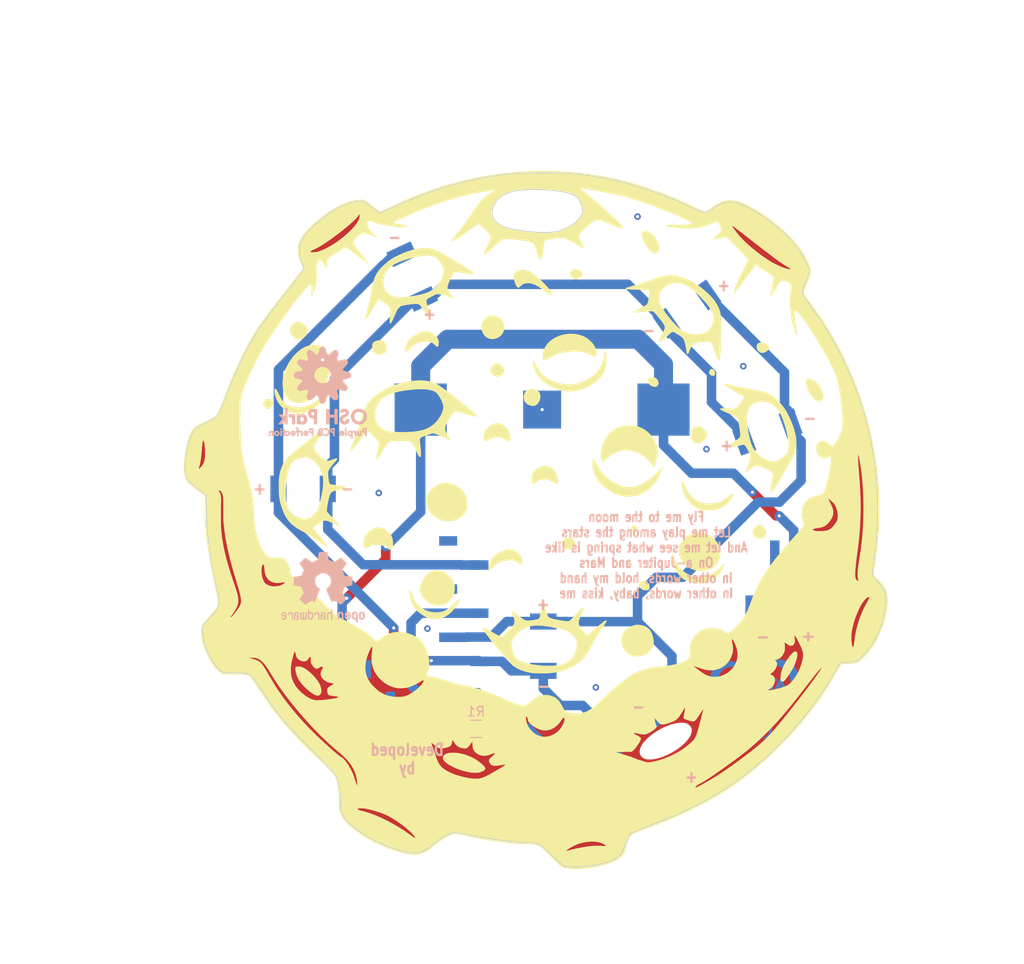
<source format=kicad_pcb>
(kicad_pcb (version 20171130) (host pcbnew 5.1.4-e60b266~84~ubuntu18.04.1)
  (layers (0 F.Cu signal) (31 B.Cu signal) (34 B.Paste user) (35 F.Paste user) (36 B.SilkS user hide) (37 F.SilkS user hide) (38 B.Mask user) (39 F.Mask user) (44 Edge.Cuts user))
  (net 0 "")
  (net 1 GND)
  (net 2 VCC)
  (net 3 /PB_0)
  (net 4 /PB_1)
  (net 5 /PB_4)
  (net 6 "Net-(J2-Pad6)")
  (net 7 "Net-(J2-Pad4)")
  (net 8 VIN)
  (net 9 /PB_2)
  (module Moon_75mm_Gaviota:Moon_ATtiny85 (layer F.Cu) (at 196.215 104.775)
    (fp_text reference Ref** hide)
    (fp_text value Val** hide)
    (fp_poly (pts (xy -20.834337 17.516996) (xy -20.786707 17.556101) (xy -20.766052 17.626071) (xy -20.7645 17.660862) (xy -20.771652 17.734689) (xy -20.798285 17.777842) (xy -20.852168 17.797508) (xy -20.916155 17.801167) (xy -20.984338 17.79666) (xy -21.023031 17.780438) (xy -21.038922 17.760225) (xy -21.057352 17.69789) (xy -21.058601 17.625802) (xy -21.043645 17.563052) (xy -21.027571 17.538095) (xy -20.983809 17.515473) (xy -20.920506 17.504971) (xy -20.912666 17.504834) (xy -20.834337 17.516996)) (layer B.Cu) (width 0.01))
    (fp_poly (pts (xy -19.596063 17.568658) (xy -19.451386 17.569535) (xy -19.31986 17.571827) (xy -19.207709 17.575305) (xy -19.121156 17.579738) (xy -19.066425 17.584898) (xy -19.050481 17.588755) (xy -19.027994 17.625273) (xy -19.019231 17.691644) (xy -19.019212 17.695334) (xy -19.027244 17.762839) (xy -19.049156 17.801021) (xy -19.050481 17.801912) (xy -19.085356 17.811173) (xy -19.150195 17.8182) (xy -19.232638 17.821787) (xy -19.256375 17.822009) (xy -19.431 17.822334) (xy -19.431 18.254738) (xy -19.431405 18.412455) (xy -19.433616 18.532868) (xy -19.439127 18.621008) (xy -19.44943 18.681904) (xy -19.466021 18.720586) (xy -19.490391 18.742082) (xy -19.524036 18.751423) (xy -19.568448 18.753637) (xy -19.579166 18.753667) (xy -19.626003 18.752303) (xy -19.661763 18.744857) (xy -19.687938 18.726301) (xy -19.706022 18.691605) (xy -19.717509 18.635739) (xy -19.723893 18.553675) (xy -19.726667 18.440382) (xy -19.727324 18.290831) (xy -19.727333 18.254738) (xy -19.727333 17.822334) (xy -19.905738 17.822334) (xy -20.004172 17.819972) (xy -20.068643 17.812035) (xy -20.107299 17.797241) (xy -20.117405 17.789072) (xy -20.139433 17.771266) (xy -20.148741 17.782562) (xy -20.150666 17.82953) (xy -20.150666 17.829999) (xy -20.146329 17.880838) (xy -20.126662 17.903555) (xy -20.092458 17.910886) (xy -20.059621 17.91756) (xy -20.041412 17.935055) (xy -20.032518 17.97405) (xy -20.027859 18.040716) (xy -20.025513 18.110297) (xy -20.030729 18.149758) (xy -20.04808 18.171206) (xy -20.08214 18.186748) (xy -20.083174 18.187139) (xy -20.113319 18.200541) (xy -20.132416 18.21929) (xy -20.143969 18.25291) (xy -20.151482 18.310927) (xy -20.157495 18.3892) (xy -20.174101 18.520448) (xy -20.205764 18.616149) (xy -20.257192 18.681801) (xy -20.333094 18.722905) (xy -20.438177 18.744962) (xy -20.464345 18.747684) (xy -20.535961 18.752444) (xy -20.578728 18.748231) (xy -20.605726 18.731894) (xy -20.623852 18.709286) (xy -20.653048 18.643281) (xy -20.65607 18.576298) (xy -20.635836 18.519618) (xy -20.59526 18.484522) (xy -20.564184 18.4785) (xy -20.503226 18.46392) (xy -20.465245 18.418216) (xy -20.448314 18.338442) (xy -20.447 18.299086) (xy -20.447 18.186195) (xy -20.529209 18.197222) (xy -20.610194 18.191264) (xy -20.668547 18.152438) (xy -20.698372 18.085668) (xy -20.701 18.053775) (xy -20.692532 17.975758) (xy -20.662456 17.930075) (xy -20.603766 17.90982) (xy -20.552088 17.907) (xy -20.447 17.907) (xy -20.447 17.780745) (xy -20.444408 17.705902) (xy -20.434558 17.661935) (xy -20.414342 17.637594) (xy -20.406058 17.632578) (xy -20.341485 17.612545) (xy -20.271932 17.612063) (xy -20.213817 17.629666) (xy -20.188723 17.651983) (xy -20.169751 17.677222) (xy -20.155548 17.671039) (xy -20.136649 17.630816) (xy -20.110377 17.568334) (xy -19.596063 17.568658)) (layer B.Cu) (width 0.01))
    (fp_poly (pts (xy -20.848468 17.912224) (xy -20.800705 17.92539) (xy -20.7899 17.9324) (xy -20.781495 17.961283) (xy -20.77465 18.023896) (xy -20.769442 18.111663) (xy -20.765948 18.216007) (xy -20.764244 18.32835) (xy -20.764407 18.440117) (xy -20.766515 18.542729) (xy -20.770645 18.627611) (xy -20.776874 18.686185) (xy -20.78294 18.707647) (xy -20.81509 18.727638) (xy -20.871858 18.741789) (xy -20.935653 18.747501) (xy -20.988885 18.742176) (xy -20.997333 18.739307) (xy -21.03526 18.713763) (xy -21.044634 18.702868) (xy -21.051978 18.670884) (xy -21.057166 18.605979) (xy -21.0603 18.516734) (xy -21.061484 18.411734) (xy -21.060819 18.299562) (xy -21.058408 18.188801) (xy -21.054354 18.088035) (xy -21.048758 18.005847) (xy -21.041725 17.950821) (xy -21.035433 17.9324) (xy -21.000023 17.917016) (xy -20.940529 17.90799) (xy -20.912666 17.907) (xy -20.848468 17.912224)) (layer B.Cu) (width 0.01))
    (fp_poly (pts (xy -21.25556 17.9078) (xy -21.20279 17.925175) (xy -21.196866 17.929453) (xy -21.185433 17.947285) (xy -21.177136 17.982646) (xy -21.171552 18.041064) (xy -21.168255 18.128064) (xy -21.166819 18.249172) (xy -21.166666 18.321854) (xy -21.166666 18.689191) (xy -21.219993 18.724132) (xy -21.276542 18.744545) (xy -21.344425 18.747511) (xy -21.406426 18.734358) (xy -21.445088 18.706792) (xy -21.452607 18.674775) (xy -21.458543 18.611283) (xy -21.462067 18.527171) (xy -21.462676 18.476489) (xy -21.466046 18.362744) (xy -21.477918 18.284787) (xy -21.501574 18.236397) (xy -21.540297 18.211352) (xy -21.597371 18.20343) (xy -21.606797 18.203334) (xy -21.652787 18.209694) (xy -21.684312 18.232897) (xy -21.703861 18.279122) (xy -21.713922 18.354553) (xy -21.716983 18.465369) (xy -21.717 18.477109) (xy -21.71832 18.5723) (xy -21.723485 18.635208) (xy -21.734302 18.675835) (xy -21.75258 18.704183) (xy -21.759333 18.711334) (xy -21.821857 18.745577) (xy -21.903255 18.748756) (xy -21.96735 18.731233) (xy -21.987184 18.721878) (xy -22.000621 18.707771) (xy -22.008662 18.681752) (xy -22.012312 18.636656) (xy -22.012574 18.56532) (xy -22.010451 18.460583) (xy -22.009683 18.429044) (xy -22.00637 18.31343) (xy -22.002031 18.2313) (xy -21.995101 18.173805) (xy -21.984016 18.132099) (xy -21.967211 18.097336) (xy -21.945022 18.0634) (xy -21.895468 18.003659) (xy -21.840835 17.954176) (xy -21.824057 17.94284) (xy -21.748646 17.914766) (xy -21.65936 17.904628) (xy -21.574329 17.912919) (xy -21.519322 17.934572) (xy -21.480176 17.955693) (xy -21.454056 17.950472) (xy -21.436298 17.934727) (xy -21.391289 17.912994) (xy -21.324719 17.903879) (xy -21.25556 17.9078)) (layer B.Cu) (width 0.01))
    (fp_poly (pts (xy -18.645697 17.583651) (xy -18.59806 17.615959) (xy -18.576427 17.646164) (xy -18.540582 17.707869) (xy -18.493699 17.794619) (xy -18.43895 17.899957) (xy -18.379507 18.017429) (xy -18.318543 18.14058) (xy -18.259231 18.262954) (xy -18.204743 18.378097) (xy -18.158253 18.479554) (xy -18.122932 18.560869) (xy -18.101954 18.615588) (xy -18.0975 18.634392) (xy -18.116375 18.678251) (xy -18.1641 18.717343) (xy -18.227321 18.743558) (xy -18.286872 18.749405) (xy -18.330102 18.742142) (xy -18.361765 18.722998) (xy -18.39187 18.682736) (xy -18.425583 18.621436) (xy -18.489083 18.499788) (xy -18.695153 18.499727) (xy -18.901224 18.499667) (xy -18.963989 18.624003) (xy -19.010302 18.703111) (xy -19.054257 18.755255) (xy -19.090742 18.774791) (xy -19.099356 18.773492) (xy -19.119199 18.765633) (xy -19.155398 18.751211) (xy -19.225873 18.711713) (xy -19.271079 18.66318) (xy -19.282833 18.62527) (xy -19.273652 18.594005) (xy -19.248179 18.53158) (xy -19.209515 18.444361) (xy -19.160766 18.338717) (xy -19.116706 18.245667) (xy -18.774148 18.245667) (xy -18.606185 18.245667) (xy -18.641513 18.171584) (xy -18.667162 18.124277) (xy -18.686953 18.098878) (xy -18.690166 18.0975) (xy -18.706869 18.114682) (xy -18.731794 18.157369) (xy -18.73882 18.171584) (xy -18.774148 18.245667) (xy -19.116706 18.245667) (xy -19.105032 18.221015) (xy -19.045419 18.097622) (xy -18.985029 17.974908) (xy -18.926964 17.859238) (xy -18.874329 17.756982) (xy -18.830226 17.674507) (xy -18.797759 17.61818) (xy -18.780657 17.594792) (xy -18.715859 17.569972) (xy -18.645697 17.583651)) (layer B.Cu) (width 0.01))
    (fp_poly (pts (xy -23.318247 17.568461) (xy -23.221335 17.603756) (xy -23.141068 17.668378) (xy -23.104841 17.711956) (xy -23.070685 17.785287) (xy -23.054586 17.879059) (xy -23.057844 17.974838) (xy -23.080837 18.052435) (xy -23.101756 18.098679) (xy -23.101573 18.131946) (xy -23.078252 18.172667) (xy -23.067296 18.188189) (xy -23.031959 18.266454) (xy -23.016543 18.363541) (xy -23.021224 18.463157) (xy -23.046178 18.549008) (xy -23.063078 18.57749) (xy -23.162022 18.677203) (xy -23.28288 18.742038) (xy -23.401769 18.767651) (xy -23.481424 18.770819) (xy -23.543939 18.761184) (xy -23.611258 18.734259) (xy -23.643144 18.718315) (xy -23.752526 18.644651) (xy -23.825035 18.553402) (xy -23.864042 18.440123) (xy -23.86689 18.423133) (xy -23.869996 18.380529) (xy -23.5585 18.380529) (xy -23.542531 18.439566) (xy -23.49422 18.471718) (xy -23.43905 18.4785) (xy -23.371337 18.463037) (xy -23.33745 18.431457) (xy -23.309954 18.384861) (xy -23.311676 18.351323) (xy -23.344065 18.311946) (xy -23.346833 18.309167) (xy -23.40495 18.274067) (xy -23.466563 18.270985) (xy -23.519874 18.295941) (xy -23.553081 18.344957) (xy -23.5585 18.380529) (xy -23.869996 18.380529) (xy -23.87167 18.357569) (xy -23.860495 18.299393) (xy -23.82924 18.228689) (xy -23.824846 18.220152) (xy -23.793782 18.157537) (xy -23.781019 18.116748) (xy -23.784753 18.082356) (xy -23.803179 18.038934) (xy -23.803556 18.038139) (xy -23.827142 17.947869) (xy -23.826021 17.89965) (xy -23.534343 17.89965) (xy -23.52531 17.934133) (xy -23.504071 17.958405) (xy -23.457216 17.98843) (xy -23.407724 17.980345) (xy -23.377337 17.961157) (xy -23.349583 17.930543) (xy -23.357094 17.896577) (xy -23.359578 17.892365) (xy -23.402669 17.85633) (xy -23.459594 17.847142) (xy -23.506748 17.865634) (xy -23.534343 17.89965) (xy -23.826021 17.89965) (xy -23.824782 17.846359) (xy -23.797761 17.75373) (xy -23.78382 17.728798) (xy -23.745415 17.683326) (xy -23.690529 17.632415) (xy -23.671708 17.617368) (xy -23.624242 17.585164) (xy -23.578193 17.567119) (xy -23.518414 17.559298) (xy -23.44218 17.55775) (xy -23.318247 17.568461)) (layer B.Cu) (width 0.01))
    (fp_poly (pts (xy -24.233808 17.569994) (xy -24.14333 17.575977) (xy -24.0819 17.587785) (xy -24.042923 17.606922) (xy -24.019804 17.634891) (xy -24.014208 17.64712) (xy -24.003227 17.689227) (xy -23.989633 17.761853) (xy -23.975079 17.853402) (xy -23.961218 17.952276) (xy -23.949702 18.046876) (xy -23.942185 18.125605) (xy -23.940171 18.166603) (xy -23.946014 18.225103) (xy -23.972455 18.263284) (xy -24.008291 18.288232) (xy -24.090674 18.324526) (xy -24.160353 18.323066) (xy -24.205329 18.299257) (xy -24.256407 18.274) (xy -24.290761 18.267507) (xy -24.342151 18.284254) (xy -24.385806 18.325416) (xy -24.405134 18.37511) (xy -24.405166 18.377033) (xy -24.387073 18.422191) (xy -24.341384 18.452042) (xy -24.280991 18.463655) (xy -24.218782 18.454096) (xy -24.176231 18.429111) (xy -24.112237 18.396788) (xy -24.040794 18.398675) (xy -23.97724 18.433303) (xy -23.962203 18.449605) (xy -23.924414 18.51968) (xy -23.927875 18.58484) (xy -23.972969 18.649786) (xy -23.978959 18.655663) (xy -24.068487 18.71605) (xy -24.181321 18.755461) (xy -24.302281 18.770552) (xy -24.416189 18.757979) (xy -24.428163 18.754604) (xy -24.538611 18.700341) (xy -24.624078 18.615497) (xy -24.679888 18.506636) (xy -24.70137 18.380321) (xy -24.701467 18.370807) (xy -24.683357 18.243056) (xy -24.632308 18.133815) (xy -24.553122 18.04876) (xy -24.450604 17.993565) (xy -24.367054 17.975689) (xy -24.305699 17.967966) (xy -24.276847 17.95613) (xy -24.270723 17.933866) (xy -24.273439 17.915216) (xy -24.280618 17.890317) (xy -24.296445 17.875309) (xy -24.329945 17.867697) (xy -24.390145 17.864985) (xy -24.456317 17.864667) (xy -24.553244 17.861436) (xy -24.622143 17.852362) (xy -24.654933 17.839267) (xy -24.673993 17.796497) (xy -24.67996 17.732076) (xy -24.673444 17.664404) (xy -24.655052 17.611885) (xy -24.647071 17.601595) (xy -24.623668 17.586772) (xy -24.583751 17.576901) (xy -24.520016 17.571135) (xy -24.425159 17.568629) (xy -24.35993 17.568334) (xy -24.233808 17.569994)) (layer B.Cu) (width 0.01))
    (fp_poly (pts (xy -22.165206 17.89838) (xy -22.10041 17.930049) (xy -22.054963 17.971888) (xy -22.045411 17.990635) (xy -22.040641 18.00933) (xy -22.040802 18.029192) (xy -22.048574 18.05583) (xy -22.066638 18.094849) (xy -22.097673 18.151856) (xy -22.14436 18.232456) (xy -22.20938 18.342257) (xy -22.230495 18.377752) (xy -22.378367 18.626254) (xy -22.300966 18.806428) (xy -22.260901 18.907311) (xy -22.242191 18.979105) (xy -22.245042 19.02939) (xy -22.269664 19.065748) (xy -22.30876 19.091848) (xy -22.366142 19.109633) (xy -22.429474 19.11167) (xy -22.480265 19.098438) (xy -22.494575 19.087042) (xy -22.511423 19.057216) (xy -22.541563 18.995595) (xy -22.58223 18.908474) (xy -22.630658 18.802152) (xy -22.684081 18.682926) (xy -22.739734 18.557093) (xy -22.79485 18.430951) (xy -22.846666 18.310797) (xy -22.892414 18.202929) (xy -22.929329 18.113644) (xy -22.954646 18.049239) (xy -22.965598 18.016012) (xy -22.965833 18.01397) (xy -22.947059 17.962597) (xy -22.899499 17.922013) (xy -22.836295 17.897168) (xy -22.770589 17.893011) (xy -22.715523 17.914492) (xy -22.711259 17.918103) (xy -22.680084 17.951376) (xy -22.6695 17.970933) (xy -22.661162 17.995962) (xy -22.639026 18.049024) (xy -22.607409 18.11989) (xy -22.598035 18.140258) (xy -22.526571 18.294546) (xy -22.4063 18.09019) (xy -22.351075 17.998743) (xy -22.310466 17.938679) (xy -22.27934 17.903938) (xy -22.252567 17.888457) (xy -22.233297 17.885834) (xy -22.165206 17.89838)) (layer B.Cu) (width 0.01))
    (fp_poly (pts (xy -18.621715 15.571291) (xy -18.567014 15.576531) (xy -18.261144 15.625993) (xy -17.983093 15.706455) (xy -17.733335 15.817621) (xy -17.512341 15.959192) (xy -17.320584 16.13087) (xy -17.158538 16.332359) (xy -17.038397 16.539128) (xy -16.972992 16.679282) (xy -16.923851 16.805341) (xy -16.888827 16.927631) (xy -16.865772 17.05648) (xy -16.852539 17.202217) (xy -16.84698 17.375169) (xy -16.846413 17.4625) (xy -16.848313 17.645165) (xy -16.854735 17.792837) (xy -16.866137 17.912659) (xy -16.880964 18.00225) (xy -16.976681 18.363236) (xy -17.113384 18.71966) (xy -17.289798 19.069472) (xy -17.504651 19.41062) (xy -17.756669 19.741055) (xy -18.044578 20.058724) (xy -18.320699 20.320842) (xy -18.512488 20.48431) (xy -18.723796 20.652792) (xy -18.942376 20.817063) (xy -19.155978 20.967899) (xy -19.339048 21.087798) (xy -19.480264 21.172977) (xy -19.623026 21.253592) (xy -19.762705 21.327559) (xy -19.894676 21.392794) (xy -20.014312 21.447211) (xy -20.116986 21.488726) (xy -20.198071 21.515256) (xy -20.252941 21.524714) (xy -20.276969 21.515017) (xy -20.277666 21.510677) (xy -20.271352 21.497167) (xy -20.250157 21.474935) (xy -20.21071 21.441341) (xy -20.149636 21.393747) (xy -20.063562 21.329513) (xy -19.949112 21.246) (xy -19.822583 21.154708) (xy -19.571395 20.968784) (xy -19.346274 20.790087) (xy -19.134778 20.608261) (xy -18.924463 20.412954) (xy -18.883221 20.373089) (xy -18.578583 20.058114) (xy -18.31537 19.7459) (xy -18.093685 19.436641) (xy -17.913634 19.130533) (xy -17.77532 18.827771) (xy -17.678849 18.52855) (xy -17.624325 18.233066) (xy -17.610979 17.997851) (xy -17.629429 17.732702) (xy -17.684768 17.484314) (xy -17.778111 17.250226) (xy -17.91057 17.027975) (xy -18.083258 16.815101) (xy -18.198784 16.69828) (xy -18.419297 16.516018) (xy -18.653722 16.373267) (xy -18.90008 16.270299) (xy -19.156389 16.207389) (xy -19.420668 16.184811) (xy -19.690937 16.202837) (xy -19.965215 16.261742) (xy -20.24152 16.3618) (xy -20.331989 16.403498) (xy -20.508829 16.498013) (xy -20.677979 16.607387) (xy -20.845343 16.736425) (xy -21.016828 16.889935) (xy -21.19834 17.072721) (xy -21.330187 17.215833) (xy -21.389277 17.27779) (xy -21.439439 17.323446) (xy -21.47334 17.346452) (xy -21.482076 17.347375) (xy -21.491699 17.318093) (xy -21.475522 17.2623) (xy -21.436703 17.184369) (xy -21.378395 17.088671) (xy -21.303755 16.979579) (xy -21.215938 16.861466) (xy -21.118099 16.738704) (xy -21.013394 16.615664) (xy -20.904978 16.49672) (xy -20.796007 16.386244) (xy -20.771568 16.362844) (xy -20.499987 16.132311) (xy -20.213384 15.939798) (xy -19.913664 15.785982) (xy -19.602733 15.671545) (xy -19.282494 15.597164) (xy -18.954853 15.56352) (xy -18.621715 15.571291)) (layer B.Cu) (width 0.01))
    (fp_poly (pts (xy -24.007927 15.740543) (xy -23.897745 15.742663) (xy -23.81135 15.747171) (xy -23.73947 15.754949) (xy -23.672834 15.766879) (xy -23.602171 15.783842) (xy -23.554467 15.79667) (xy -23.228715 15.907894) (xy -22.918901 16.057287) (xy -22.627245 16.242969) (xy -22.355963 16.463062) (xy -22.107273 16.715685) (xy -21.883393 16.99896) (xy -21.686541 17.311008) (xy -21.619552 17.436218) (xy -21.563618 17.553076) (xy -21.532152 17.635686) (xy -21.524611 17.683957) (xy -21.54045 17.697793) (xy -21.579125 17.677102) (xy -21.640091 17.621789) (xy -21.722805 17.531763) (xy -21.780346 17.463826) (xy -22.034301 17.183528) (xy -22.30053 16.940997) (xy -22.57776 16.737074) (xy -22.864714 16.572599) (xy -23.160118 16.448413) (xy -23.440113 16.370068) (xy -23.570768 16.349835) (xy -23.721446 16.338765) (xy -23.878151 16.33687) (xy -24.026891 16.344163) (xy -24.153671 16.360656) (xy -24.1935 16.36942) (xy -24.386732 16.432339) (xy -24.557305 16.518965) (xy -24.716515 16.6359) (xy -24.8285 16.740589) (xy -24.951091 16.876686) (xy -25.048003 17.014154) (xy -25.126496 17.165473) (xy -25.193833 17.343126) (xy -25.211589 17.399) (xy -25.248848 17.572619) (xy -25.260411 17.757039) (xy -25.246211 17.93664) (xy -25.214529 18.071723) (xy -25.135816 18.257236) (xy -25.01945 18.445428) (xy -24.864764 18.636963) (xy -24.671088 18.832506) (xy -24.437753 19.032722) (xy -24.16409 19.238275) (xy -23.84943 19.449831) (xy -23.788651 19.488434) (xy -23.624366 19.589356) (xy -23.432433 19.702465) (xy -23.210776 19.828927) (xy -22.95732 19.969909) (xy -22.669991 20.126577) (xy -22.346712 20.300098) (xy -22.309666 20.319839) (xy -22.077064 20.444015) (xy -21.877718 20.551213) (xy -21.707291 20.643915) (xy -21.561444 20.724603) (xy -21.43584 20.79576) (xy -21.326139 20.859869) (xy -21.228005 20.919412) (xy -21.137098 20.976872) (xy -21.049081 21.034731) (xy -20.98675 21.076878) (xy -20.670044 21.304641) (xy -20.39478 21.527276) (xy -20.160443 21.745293) (xy -19.966519 21.959203) (xy -19.812494 22.169517) (xy -19.715028 22.340818) (xy -19.644317 22.503827) (xy -19.601323 22.656325) (xy -19.581872 22.815637) (xy -19.579669 22.902334) (xy -19.593124 23.101757) (xy -19.635173 23.274771) (xy -19.708338 23.428318) (xy -19.815145 23.569342) (xy -19.82663 23.581803) (xy -19.980315 23.718272) (xy -20.152481 23.821364) (xy -20.336973 23.888304) (xy -20.527638 23.916316) (xy -20.569671 23.91698) (xy -20.650347 23.915873) (xy -20.693912 23.913146) (xy -20.705588 23.907175) (xy -20.690597 23.896336) (xy -20.66925 23.886015) (xy -20.619481 23.864038) (xy -20.544732 23.832444) (xy -20.459354 23.797279) (xy -20.440208 23.789519) (xy -20.254338 23.701235) (xy -20.107967 23.601282) (xy -19.999234 23.48702) (xy -19.926279 23.355813) (xy -19.887242 23.205022) (xy -19.880263 23.03201) (xy -19.882266 22.99833) (xy -19.920089 22.767097) (xy -19.998521 22.540101) (xy -20.115846 22.320824) (xy -20.270346 22.11275) (xy -20.374118 22.000765) (xy -20.462868 21.91594) (xy -20.557542 21.833887) (xy -20.660995 21.753018) (xy -20.776082 21.671743) (xy -20.905658 21.588475) (xy -21.052578 21.501625) (xy -21.219697 21.409604) (xy -21.409871 21.310824) (xy -21.625953 21.203696) (xy -21.8708 21.086632) (xy -22.147267 20.958043) (xy -22.458208 20.81634) (xy -22.691843 20.711214) (xy -23.016658 20.564869) (xy -23.306118 20.432671) (xy -23.564059 20.312756) (xy -23.794314 20.203262) (xy -24.00072 20.102327) (xy -24.18711 20.00809) (xy -24.35732 19.918686) (xy -24.515185 19.832255) (xy -24.595836 19.786628) (xy -24.892541 19.608969) (xy -25.150407 19.437004) (xy -25.372095 19.268081) (xy -25.56027 19.099547) (xy -25.717594 18.92875) (xy -25.84673 18.753036) (xy -25.950341 18.569754) (xy -26.031089 18.37625) (xy -26.041171 18.346847) (xy -26.064077 18.276761) (xy -26.080935 18.218) (xy -26.09269 18.162065) (xy -26.100285 18.100454) (xy -26.104666 18.02467) (xy -26.106777 17.926213) (xy -26.107562 17.796582) (xy -26.107685 17.74825) (xy -26.105365 17.549824) (xy -26.096098 17.383554) (xy -26.077902 17.239555) (xy -26.048793 17.107941) (xy -26.006787 16.978826) (xy -25.949904 16.842326) (xy -25.908121 16.753417) (xy -25.775261 16.52051) (xy -25.616708 16.319361) (xy -25.429158 16.14666) (xy -25.209307 15.999098) (xy -25.093083 15.937091) (xy -24.954506 15.871416) (xy -24.832017 15.821754) (xy -24.715571 15.786001) (xy -24.595126 15.762055) (xy -24.460639 15.747815) (xy -24.302066 15.741179) (xy -24.151166 15.739931) (xy -24.007927 15.740543)) (layer B.Cu) (width 0.01))
  )
  (module Symbol:OSHW-Logo2_9.8x8mm_SilkScreen (layer B.Cu) (at 129.3114 112.6998 180)
    (fp_text reference U5 hide)
    (fp_text value OSHW_Silk hide)
  )
  (module Resistor_SMD:R_1206_3216Metric_Pad1.42x1.75mm_HandSolder (layer B.Cu) (at 145.415 127.635 180)
    (fp_text reference R1 (at 0 1.82) (layer B.SilkS) (effects (justify mirror)))
    (fp_text value R_Small)
    (pad 1 smd roundrect (at -1.4875 0 180) (size 1.425 1.75) (layers B.Cu B.Paste B.Mask) (roundrect_rratio 0.175439) (net 9 /PB_2))
    (pad 2 smd roundrect (at 1.4875 0 180) (size 1.425 1.75) (layers B.Cu B.Paste B.Mask) (roundrect_rratio 0.175439) (net 2 VCC))
  )
  (module Moon_75mm_Gaviota:S8211R (layer B.Cu) (at 152.4 93.98)
    (fp_text reference BT1)
    (fp_text value Battery_Cell)
    (pad 2 smd rect (at 0 0) (size 4 4) (layers B.Cu B.Paste B.Mask) (net 1 GND))
    (pad 1 smd rect (at -12.8 0) (size 5.5 5.5) (layers B.Cu B.Paste B.Mask) (net 2 VCC))
    (pad 1 smd rect (at 12.8 0) (size 5.5 5.5) (layers B.Cu B.Paste B.Mask) (net 2 VCC))
  )
  (module Moon_75mm_Gaviota:SunLed_PLCC_Reverse-2 (layer B.Cu) (at 152.527 118.9228 90)
    (fp_text reference D1)
    (fp_text value LED)
    (pad 2 smd rect (at 2.6 0 90) (size 1.7 2.8) (layers B.Cu B.Paste B.Mask) (net 4 /PB_1))
    (pad 1 smd rect (at -2.6 0 90) (size 1.7 2.8) (layers B.Cu B.Paste B.Mask) (net 3 /PB_0))
  )
  (module Moon_75mm_Gaviota:SunLed_PLCC_Reverse-2 (layer B.Cu) (at 165.4048 128.9558 305)
    (fp_text reference D2)
    (fp_text value LED)
    (pad 1 smd rect (at -2.6 0 305) (size 1.7 2.8) (layers B.Cu B.Paste B.Mask) (net 4 /PB_1))
    (pad 2 smd rect (at 2.6 0 305) (size 1.7 2.8) (layers B.Cu B.Paste B.Mask) (net 3 /PB_0))
  )
  (module Moon_75mm_Gaviota:SunLed_PLCC_Reverse-2 (layer B.Cu) (at 176.149 96.3422 200)
    (fp_text reference D3)
    (fp_text value LED)
    (pad 2 smd rect (at 2.6 0 200) (size 1.7 2.8) (layers B.Cu B.Paste B.Mask) (net 5 /PB_4))
    (pad 1 smd rect (at -2.6 0 200) (size 1.7 2.8) (layers B.Cu B.Paste B.Mask) (net 4 /PB_1))
  )
  (module Moon_75mm_Gaviota:SunLed_PLCC_Reverse-2 (layer B.Cu) (at 167.6654 83.3882 35)
    (fp_text reference D4)
    (fp_text value LED)
    (pad 1 smd rect (at -2.6 0 35) (size 1.7 2.8) (layers B.Cu B.Paste B.Mask) (net 5 /PB_4))
    (pad 2 smd rect (at 2.6 0 35) (size 1.7 2.8) (layers B.Cu B.Paste B.Mask) (net 4 /PB_1))
  )
  (module Moon_75mm_Gaviota:SunLed_PLCC_Reverse-2 (layer B.Cu) (at 138.7094 79.9592 295)
    (fp_text reference D5)
    (fp_text value LED)
    (pad 2 smd rect (at 2.6 0 295) (size 1.7 2.8) (layers B.Cu B.Paste B.Mask) (net 5 /PB_4))
    (pad 1 smd rect (at -2.6 0 295) (size 1.7 2.8) (layers B.Cu B.Paste B.Mask) (net 3 /PB_0))
  )
  (module Moon_75mm_Gaviota:SunLed_PLCC_Reverse-2 (layer B.Cu) (at 127.2032 102.3366 180)
    (fp_text reference D6)
    (fp_text value LED)
    (pad 1 smd rect (at -2.6 0 180) (size 1.7 2.8) (layers B.Cu B.Paste B.Mask) (net 5 /PB_4))
    (pad 2 smd rect (at 2.6 0 180) (size 1.7 2.8) (layers B.Cu B.Paste B.Mask) (net 3 /PB_0))
  )
  (module Moon_75mm_Gaviota:JST-S2B-PH-SM4-TB (layer B.Cu) (at 177.927 112.4712 180)
    (fp_text reference J1)
    (fp_text value Conn_01x02)
    (pad 4 smd roundrect (at -3.35 -2.8 180) (size 1.5 3.4) (layers B.Cu B.Paste B.Mask) (roundrect_rratio 0.015))
    (pad 3 smd roundrect (at 3.35 -2.8 180) (size 1.5 3.4) (layers B.Cu B.Paste B.Mask) (roundrect_rratio 0.015))
    (pad 1 smd rect (at -1 2.95 180) (size 1 3.5) (layers B.Cu B.Paste B.Mask) (net 2 VCC))
    (pad 2 smd roundrect (at 1 2.95 180) (size 1 3.5) (layers B.Cu B.Paste B.Mask) (roundrect_rratio 0.015) (net 1 GND))
  )
  (module Moon_75mm_Gaviota:Digispark_SMD_Reverse (layer B.Cu) (at 144.145 114.4778 270)
    (fp_text reference J2)
    (fp_text value Conn_01x06_x03)
    (pad 9 smd rect (at 10.1844 12.827 270) (size 1.9 1) (layers B.Cu B.Paste B.Mask) (net 2 VCC))
    (pad 8 smd rect (at 6.8844 10.287 270) (size 1.9 1) (layers B.Cu B.Paste B.Mask) (net 1 GND))
    (pad 7 smd rect (at 10.1844 7.747 270) (size 1.9 1) (layers B.Cu B.Paste B.Mask) (net 8 VIN))
    (pad 1 smd rect (at 6.0452 -1.65 180) (size 1.9 1) (layers B.Cu B.Paste B.Mask) (net 3 /PB_0))
    (pad 2 smd rect (at 3.5052 1.65 180) (size 1.9 1) (layers B.Cu B.Paste B.Mask) (net 4 /PB_1))
    (pad 3 smd rect (at 0.9652 -1.65 180) (size 1.9 1) (layers B.Cu B.Paste B.Mask) (net 9 /PB_2))
    (pad 4 smd rect (at -1.5748 1.65 180) (size 1.9 1) (layers B.Cu B.Paste B.Mask) (net 7 "Net-(J2-Pad4)"))
    (pad 5 smd rect (at -4.1148 -1.65 180) (size 1.9 1) (layers B.Cu B.Paste B.Mask) (net 5 /PB_4))
    (pad 6 smd rect (at -6.6548 1.65 180) (size 1.9 1) (layers B.Cu B.Paste B.Mask) (net 6 "Net-(J2-Pad6)"))
  )
  (module Moon_75mm_Gaviota:SW_Push_PTS647_4.5mm (layer B.Cu) (at 154.94 132.08 180)
    (fp_text reference SW2)
    (fp_text value SW_Push_Dual)
    (pad 1 smd rect (at -2.625 1.6 180) (size 1.55 1) (layers B.Cu B.Paste B.Mask) (net 9 /PB_2))
    (pad 2 smd rect (at 2.625 1.6 180) (size 1.55 1) (layers B.Cu B.Paste B.Mask) (net 9 /PB_2))
    (pad 3 smd rect (at -2.625 -1.6 180) (size 1.55 1) (layers B.Cu B.Paste B.Mask) (net 1 GND))
    (pad 4 smd rect (at 2.625 -1.6 180) (size 1.55 1) (layers B.Cu B.Paste B.Mask) (net 1 GND))
  )
  (module Moon_75mm_Gaviota:Moon_6_Leds_75_2 (layer F.Cu) (at 151.765 105.791)
    (fp_text reference U1 hide)
    (fp_text value PCB hide)
    (fp_line (start -0.033455 -30.504914) (end -0.215704 -30.520018) (layer Edge.Cuts) (width 0.1))
    (fp_line (start 0.274742 -30.489679) (end -0.033455 -30.504914) (layer Edge.Cuts) (width 0.1))
    (fp_line (start 0.606007 -30.482253) (end 0.274742 -30.489679) (layer Edge.Cuts) (width 0.1))
    (fp_line (start 0.944423 -30.482339) (end 0.606007 -30.482253) (layer Edge.Cuts) (width 0.1))
    (fp_line (start 1.27407 -30.489649) (end 0.944423 -30.482339) (layer Edge.Cuts) (width 0.1))
    (fp_line (start 1.579031 -30.503872) (end 1.27407 -30.489649) (layer Edge.Cuts) (width 0.1))
    (fp_line (start 1.843392 -30.52473) (end 1.579031 -30.503872) (layer Edge.Cuts) (width 0.1))
    (fp_line (start 2.051226 -30.551928) (end 1.843392 -30.52473) (layer Edge.Cuts) (width 0.1))
    (fp_line (start 2.197622 -30.584739) (end 2.051226 -30.551928) (layer Edge.Cuts) (width 0.1))
    (fp_line (start 2.34986 -30.624467) (end 2.197622 -30.584739) (layer Edge.Cuts) (width 0.1))
    (fp_line (start 2.506618 -30.670414) (end 2.34986 -30.624467) (layer Edge.Cuts) (width 0.1))
    (fp_line (start 2.664751 -30.721495) (end 2.506618 -30.670414) (layer Edge.Cuts) (width 0.1))
    (fp_line (start 2.821156 -30.776624) (end 2.664751 -30.721495) (layer Edge.Cuts) (width 0.1))
    (fp_line (start 2.972698 -30.834716) (end 2.821156 -30.776624) (layer Edge.Cuts) (width 0.1))
    (fp_line (start 3.116255 -30.894686) (end 2.972698 -30.834716) (layer Edge.Cuts) (width 0.1))
    (fp_line (start 3.248702 -30.955447) (end 3.116255 -30.894686) (layer Edge.Cuts) (width 0.1))
    (fp_line (start 3.507118 -31.091852) (end 3.248702 -30.955447) (layer Edge.Cuts) (width 0.1))
    (fp_line (start 3.818485 -31.292669) (end 3.507118 -31.091852) (layer Edge.Cuts) (width 0.1))
    (fp_line (start 4.105646 -31.514979) (end 3.818485 -31.292669) (layer Edge.Cuts) (width 0.1))
    (fp_line (start 4.361286 -31.750892) (end 4.105646 -31.514979) (layer Edge.Cuts) (width 0.1))
    (fp_line (start 4.578083 -31.992519) (end 4.361286 -31.750892) (layer Edge.Cuts) (width 0.1))
    (fp_line (start 4.748721 -32.23197) (end 4.578083 -31.992519) (layer Edge.Cuts) (width 0.1))
    (fp_line (start 4.865881 -32.461355) (end 4.748721 -32.23197) (layer Edge.Cuts) (width 0.1))
    (fp_line (start 4.922241 -32.672786) (end 4.865881 -32.461355) (layer Edge.Cuts) (width 0.1))
    (fp_line (start 4.919941 -32.790006) (end 4.922241 -32.672786) (layer Edge.Cuts) (width 0.1))
    (fp_line (start 4.905361 -32.893501) (end 4.919941 -32.790006) (layer Edge.Cuts) (width 0.1))
    (fp_line (start 4.880301 -33.015813) (end 4.905361 -32.893501) (layer Edge.Cuts) (width 0.1))
    (fp_line (start 4.846561 -33.150456) (end 4.880301 -33.015813) (layer Edge.Cuts) (width 0.1))
    (fp_line (start 4.806001 -33.290948) (end 4.846561 -33.150456) (layer Edge.Cuts) (width 0.1))
    (fp_line (start 4.760451 -33.430804) (end 4.806001 -33.290948) (layer Edge.Cuts) (width 0.1))
    (fp_line (start 4.711731 -33.56354) (end 4.760451 -33.430804) (layer Edge.Cuts) (width 0.1))
    (fp_line (start 4.661681 -33.682673) (end 4.711731 -33.56354) (layer Edge.Cuts) (width 0.1))
    (fp_line (start 4.604111 -33.798637) (end 4.661681 -33.682673) (layer Edge.Cuts) (width 0.1))
    (fp_line (start 4.539331 -33.911415) (end 4.604111 -33.798637) (layer Edge.Cuts) (width 0.1))
    (fp_line (start 4.470651 -34.01385) (end 4.539331 -33.911415) (layer Edge.Cuts) (width 0.1))
    (fp_line (start 4.397741 -34.106302) (end 4.470651 -34.01385) (layer Edge.Cuts) (width 0.1))
    (fp_line (start 4.320281 -34.189134) (end 4.397741 -34.106302) (layer Edge.Cuts) (width 0.1))
    (fp_line (start 4.237931 -34.262704) (end 4.320281 -34.189134) (layer Edge.Cuts) (width 0.1))
    (fp_line (start 4.150371 -34.327375) (end 4.237931 -34.262704) (layer Edge.Cuts) (width 0.1))
    (fp_line (start 4.057281 -34.383508) (end 4.150371 -34.327375) (layer Edge.Cuts) (width 0.1))
    (fp_line (start 3.865236 -34.475819) (end 4.057281 -34.383508) (layer Edge.Cuts) (width 0.1))
    (fp_line (start 3.599905 -34.578708) (end 3.865236 -34.475819) (layer Edge.Cuts) (width 0.1))
    (fp_line (start 3.304408 -34.669983) (end 3.599905 -34.578708) (layer Edge.Cuts) (width 0.1))
    (fp_line (start 2.977082 -34.749972) (end 3.304408 -34.669983) (layer Edge.Cuts) (width 0.1))
    (fp_line (start 2.616282 -34.819006) (end 2.977082 -34.749972) (layer Edge.Cuts) (width 0.1))
    (fp_line (start 2.220357 -34.877413) (end 2.616282 -34.819006) (layer Edge.Cuts) (width 0.1))
    (fp_line (start 1.787659 -34.925522) (end 2.220357 -34.877413) (layer Edge.Cuts) (width 0.1))
    (fp_line (start 1.316538 -34.963662) (end 1.787659 -34.925522) (layer Edge.Cuts) (width 0.1))
    (fp_line (start 0.440987 -35.009854) (end 1.316538 -34.963662) (layer Edge.Cuts) (width 0.1))
    (fp_line (start -0.500873 -35.021964) (end 0.440987 -35.009854) (layer Edge.Cuts) (width 0.1))
    (fp_line (start -1.322251 -34.986134) (end -0.500873 -35.021964) (layer Edge.Cuts) (width 0.1))
    (fp_line (start -2.033384 -34.900253) (end -1.322251 -34.986134) (layer Edge.Cuts) (width 0.1))
    (fp_line (start -2.644507 -34.762215) (end -2.033384 -34.900253) (layer Edge.Cuts) (width 0.1))
    (fp_line (start -3.165855 -34.569908) (end -2.644507 -34.762215) (layer Edge.Cuts) (width 0.1))
    (fp_line (start -3.607665 -34.321224) (end -3.165855 -34.569908) (layer Edge.Cuts) (width 0.1))
    (fp_line (start -3.980172 -34.014054) (end -3.607665 -34.321224) (layer Edge.Cuts) (width 0.1))
    (fp_line (start -4.24041 -33.711827) (end -3.980172 -34.014054) (layer Edge.Cuts) (width 0.1))
    (fp_line (start -4.421561 -33.41933) (end -4.24041 -33.711827) (layer Edge.Cuts) (width 0.1))
    (fp_line (start -4.549676 -33.115933) (end -4.421561 -33.41933) (layer Edge.Cuts) (width 0.1))
    (fp_line (start -4.623916 -32.810849) (end -4.549676 -33.115933) (layer Edge.Cuts) (width 0.1))
    (fp_line (start -4.643318 -32.513296) (end -4.623916 -32.810849) (layer Edge.Cuts) (width 0.1))
    (fp_line (start -4.607038 -32.232488) (end -4.643318 -32.513296) (layer Edge.Cuts) (width 0.1))
    (fp_line (start -4.514226 -31.97764) (end -4.607038 -32.232488) (layer Edge.Cuts) (width 0.1))
    (fp_line (start -4.363976 -31.757967) (end -4.514226 -31.97764) (layer Edge.Cuts) (width 0.1))
    (fp_line (start -4.242836 -31.647479) (end -4.363976 -31.757967) (layer Edge.Cuts) (width 0.1))
    (fp_line (start -4.149076 -31.568557) (end -4.242836 -31.647479) (layer Edge.Cuts) (width 0.1))
    (fp_line (start -4.046234 -31.486891) (end -4.149076 -31.568557) (layer Edge.Cuts) (width 0.1))
    (fp_line (start -3.93794 -31.405117) (end -4.046234 -31.486891) (layer Edge.Cuts) (width 0.1))
    (fp_line (start -3.827829 -31.325871) (end -3.93794 -31.405117) (layer Edge.Cuts) (width 0.1))
    (fp_line (start -3.719525 -31.251789) (end -3.827829 -31.325871) (layer Edge.Cuts) (width 0.1))
    (fp_line (start -3.616681 -31.185507) (end -3.719525 -31.251789) (layer Edge.Cuts) (width 0.1))
    (fp_line (start -3.522911 -31.129663) (end -3.616681 -31.185507) (layer Edge.Cuts) (width 0.1))
    (fp_line (start -3.387165 -31.063997) (end -3.522911 -31.129663) (layer Edge.Cuts) (width 0.1))
    (fp_line (start -3.144994 -30.984884) (end -3.387165 -31.063997) (layer Edge.Cuts) (width 0.1))
    (fp_line (start -2.824773 -30.904046) (end -3.144994 -30.984884) (layer Edge.Cuts) (width 0.1))
    (fp_line (start -2.436621 -30.823314) (end -2.824773 -30.904046) (layer Edge.Cuts) (width 0.1))
    (fp_line (start -1.990651 -30.744522) (end -2.436621 -30.823314) (layer Edge.Cuts) (width 0.1))
    (fp_line (start -1.496975 -30.669507) (end -1.990651 -30.744522) (layer Edge.Cuts) (width 0.1))
    (fp_line (start -0.965709 -30.600098) (end -1.496975 -30.669507) (layer Edge.Cuts) (width 0.1))
    (fp_line (start -0.406963 -30.538131) (end -0.965709 -30.600098) (layer Edge.Cuts) (width 0.1))
    (fp_line (start -0.215704 -30.520018) (end -0.406963 -30.538131) (layer Edge.Cuts) (width 0.1))
    (fp_line (start 2.992417 36.331195) (end 2.992272 36.331198) (layer Edge.Cuts) (width 0.1))
    (fp_line (start 3.137586 36.375786) (end 2.992417 36.331195) (layer Edge.Cuts) (width 0.1))
    (fp_line (start 3.489376 36.414899) (end 3.137586 36.375786) (layer Edge.Cuts) (width 0.1))
    (fp_line (start 3.954635 36.425853) (end 3.489376 36.414899) (layer Edge.Cuts) (width 0.1))
    (fp_line (start 4.498467 36.410586) (end 3.954635 36.425853) (layer Edge.Cuts) (width 0.1))
    (fp_line (start 5.085983 36.371304) (end 4.498467 36.410586) (layer Edge.Cuts) (width 0.1))
    (fp_line (start 5.682274 36.310145) (end 5.085983 36.371304) (layer Edge.Cuts) (width 0.1))
    (fp_line (start 6.252449 36.229196) (end 5.682274 36.310145) (layer Edge.Cuts) (width 0.1))
    (fp_line (start 6.761613 36.13061) (end 6.252449 36.229196) (layer Edge.Cuts) (width 0.1))
    (fp_line (start 7.044383 36.05601) (end 6.761613 36.13061) (layer Edge.Cuts) (width 0.1))
    (fp_line (start 7.261781 35.990452) (end 7.044383 36.05601) (layer Edge.Cuts) (width 0.1))
    (fp_line (start 7.482832 35.916943) (end 7.261781 35.990452) (layer Edge.Cuts) (width 0.1))
    (fp_line (start 7.701164 35.837904) (end 7.482832 35.916943) (layer Edge.Cuts) (width 0.1))
    (fp_line (start 7.910407 35.755822) (end 7.701164 35.837904) (layer Edge.Cuts) (width 0.1))
    (fp_line (start 8.104193 35.673156) (end 7.910407 35.755822) (layer Edge.Cuts) (width 0.1))
    (fp_line (start 8.276154 35.592378) (end 8.104193 35.673156) (layer Edge.Cuts) (width 0.1))
    (fp_line (start 8.419915 35.515932) (end 8.276154 35.592378) (layer Edge.Cuts) (width 0.1))
    (fp_line (start 8.578411 35.417351) (end 8.419915 35.515932) (layer Edge.Cuts) (width 0.1))
    (fp_line (start 8.727358 35.313441) (end 8.578411 35.417351) (layer Edge.Cuts) (width 0.1))
    (fp_line (start 8.849498 35.208285) (end 8.727358 35.313441) (layer Edge.Cuts) (width 0.1))
    (fp_line (start 8.952455 35.090657) (end 8.849498 35.208285) (layer Edge.Cuts) (width 0.1))
    (fp_line (start 9.043858 34.949338) (end 8.952455 35.090657) (layer Edge.Cuts) (width 0.1))
    (fp_line (start 9.131324 34.773104) (end 9.043858 34.949338) (layer Edge.Cuts) (width 0.1))
    (fp_line (start 9.222484 34.550727) (end 9.131324 34.773104) (layer Edge.Cuts) (width 0.1))
    (fp_line (start 9.324957 34.270991) (end 9.222484 34.550727) (layer Edge.Cuts) (width 0.1))
    (fp_line (start 9.412857 34.022933) (end 9.324957 34.270991) (layer Edge.Cuts) (width 0.1))
    (fp_line (start 9.489525 33.822848) (end 9.412857 34.022933) (layer Edge.Cuts) (width 0.1))
    (fp_line (start 9.568051 33.631583) (end 9.489525 33.822848) (layer Edge.Cuts) (width 0.1))
    (fp_line (start 9.646172 33.454034) (end 9.568051 33.631583) (layer Edge.Cuts) (width 0.1))
    (fp_line (start 9.721618 33.295099) (end 9.646172 33.454034) (layer Edge.Cuts) (width 0.1))
    (fp_line (start 9.792042 33.159677) (end 9.721618 33.295099) (layer Edge.Cuts) (width 0.1))
    (fp_line (start 9.855182 33.052667) (end 9.792042 33.159677) (layer Edge.Cuts) (width 0.1))
    (fp_line (start 9.908715 32.978962) (end 9.855182 33.052667) (layer Edge.Cuts) (width 0.1))
    (fp_line (start 9.960475 32.933951) (end 9.908715 32.978962) (layer Edge.Cuts) (width 0.1))
    (fp_line (start 10.056223 32.873573) (end 9.960475 32.933951) (layer Edge.Cuts) (width 0.1))
    (fp_line (start 10.190255 32.80054) (end 10.056223 32.873573) (layer Edge.Cuts) (width 0.1))
    (fp_line (start 10.356858 32.717514) (end 10.190255 32.80054) (layer Edge.Cuts) (width 0.1))
    (fp_line (start 10.550322 32.627198) (end 10.356858 32.717514) (layer Edge.Cuts) (width 0.1))
    (fp_line (start 10.764936 32.532284) (end 10.550322 32.627198) (layer Edge.Cuts) (width 0.1))
    (fp_line (start 10.91736 32.467816) (end 10.764936 32.532284) (layer Edge.Cuts) (width 0.1))
    (fp_line (start 11.034729 32.419426) (end 10.91736 32.467816) (layer Edge.Cuts) (width 0.1))
    (fp_line (start 11.154289 32.371328) (end 11.034729 32.419426) (layer Edge.Cuts) (width 0.1))
    (fp_line (start 11.27533 32.323909) (end 11.154289 32.371328) (layer Edge.Cuts) (width 0.1))
    (fp_line (start 12.017476 32.039027) (end 11.27533 32.323909) (layer Edge.Cuts) (width 0.1))
    (fp_line (start 12.904748 31.69428) (end 12.017476 32.039027) (layer Edge.Cuts) (width 0.1))
    (fp_line (start 13.649085 31.398219) (end 12.904748 31.69428) (layer Edge.Cuts) (width 0.1))
    (fp_line (start 14.290048 31.133879) (end 13.649085 31.398219) (layer Edge.Cuts) (width 0.1))
    (fp_line (start 14.8672 30.8843) (end 14.290048 31.133879) (layer Edge.Cuts) (width 0.1))
    (fp_line (start 15.420107 30.632518) (end 14.8672 30.8843) (layer Edge.Cuts) (width 0.1))
    (fp_line (start 15.988332 30.361563) (end 15.420107 30.632518) (layer Edge.Cuts) (width 0.1))
    (fp_line (start 16.399005 30.159739) (end 15.988332 30.361563) (layer Edge.Cuts) (width 0.1))
    (fp_line (start 16.728033 29.996076) (end 16.399005 30.159739) (layer Edge.Cuts) (width 0.1))
    (fp_line (start 17.254543 29.730008) (end 16.728033 29.996076) (layer Edge.Cuts) (width 0.1))
    (fp_line (start 17.85601 29.411987) (end 17.254543 29.730008) (layer Edge.Cuts) (width 0.1))
    (fp_line (start 18.444022 29.08602) (end 17.85601 29.411987) (layer Edge.Cuts) (width 0.1))
    (fp_line (start 19.019806 28.751206) (end 18.444022 29.08602) (layer Edge.Cuts) (width 0.1))
    (fp_line (start 19.584588 28.406647) (end 19.019806 28.751206) (layer Edge.Cuts) (width 0.1))
    (fp_line (start 20.139599 28.051446) (end 19.584588 28.406647) (layer Edge.Cuts) (width 0.1))
    (fp_line (start 20.686064 27.684707) (end 20.139599 28.051446) (layer Edge.Cuts) (width 0.1))
    (fp_line (start 21.225211 27.305536) (end 20.686064 27.684707) (layer Edge.Cuts) (width 0.1))
    (fp_line (start 21.758267 26.913032) (end 21.225211 27.305536) (layer Edge.Cuts) (width 0.1))
    (fp_line (start 22.286463 26.506298) (end 21.758267 26.913032) (layer Edge.Cuts) (width 0.1))
    (fp_line (start 22.811021 26.084439) (end 22.286463 26.506298) (layer Edge.Cuts) (width 0.1))
    (fp_line (start 23.333173 25.646556) (end 22.811021 26.084439) (layer Edge.Cuts) (width 0.1))
    (fp_line (start 23.854143 25.19175) (end 23.333173 25.646556) (layer Edge.Cuts) (width 0.1))
    (fp_line (start 24.375163 24.719128) (end 23.854143 25.19175) (layer Edge.Cuts) (width 0.1))
    (fp_line (start 24.897459 24.227791) (end 24.375163 24.719128) (layer Edge.Cuts) (width 0.1))
    (fp_line (start 25.422257 23.716841) (end 24.897459 24.227791) (layer Edge.Cuts) (width 0.1))
    (fp_line (start 25.890345 23.246439) (end 25.422257 23.716841) (layer Edge.Cuts) (width 0.1))
    (fp_line (start 26.31821 22.80306) (end 25.890345 23.246439) (layer Edge.Cuts) (width 0.1))
    (fp_line (start 26.735241 22.357169) (end 26.31821 22.80306) (layer Edge.Cuts) (width 0.1))
    (fp_line (start 27.141914 21.908147) (end 26.735241 22.357169) (layer Edge.Cuts) (width 0.1))
    (fp_line (start 27.538701 21.455376) (end 27.141914 21.908147) (layer Edge.Cuts) (width 0.1))
    (fp_line (start 27.926083 20.998232) (end 27.538701 21.455376) (layer Edge.Cuts) (width 0.1))
    (fp_line (start 28.304535 20.5361) (end 27.926083 20.998232) (layer Edge.Cuts) (width 0.1))
    (fp_line (start 28.674534 20.068356) (end 28.304535 20.5361) (layer Edge.Cuts) (width 0.1))
    (fp_line (start 29.036553 19.594382) (end 28.674534 20.068356) (layer Edge.Cuts) (width 0.1))
    (fp_line (start 29.39107 19.11356) (end 29.036553 19.594382) (layer Edge.Cuts) (width 0.1))
    (fp_line (start 29.738561 18.625266) (end 29.39107 19.11356) (layer Edge.Cuts) (width 0.1))
    (fp_line (start 30.079503 18.128881) (end 29.738561 18.625266) (layer Edge.Cuts) (width 0.1))
    (fp_line (start 30.414373 17.623791) (end 30.079503 18.128881) (layer Edge.Cuts) (width 0.1))
    (fp_line (start 30.743647 17.10937) (end 30.414373 17.623791) (layer Edge.Cuts) (width 0.1))
    (fp_line (start 31.067796 16.585) (end 30.743647 17.10937) (layer Edge.Cuts) (width 0.1))
    (fp_line (start 31.387301 16.05006) (end 31.067796 16.585) (layer Edge.Cuts) (width 0.1))
    (fp_line (start 31.492637 15.868651) (end 31.387301 16.05006) (layer Edge.Cuts) (width 0.1))
    (fp_line (start 31.529835 15.804591) (end 31.492637 15.868651) (layer Edge.Cuts) (width 0.1))
    (fp_line (start 31.567033 15.740527) (end 31.529835 15.804591) (layer Edge.Cuts) (width 0.1))
    (fp_line (start 31.604231 15.676466) (end 31.567033 15.740527) (layer Edge.Cuts) (width 0.1))
    (fp_line (start 31.641428 15.612402) (end 31.604231 15.676466) (layer Edge.Cuts) (width 0.1))
    (fp_line (start 31.678626 15.548342) (end 31.641428 15.612402) (layer Edge.Cuts) (width 0.1))
    (fp_line (start 31.715821 15.484281) (end 31.678626 15.548342) (layer Edge.Cuts) (width 0.1))
    (fp_line (start 31.790217 15.356156) (end 31.715821 15.484281) (layer Edge.Cuts) (width 0.1))
    (fp_line (start 31.939008 15.099907) (end 31.790217 15.356156) (layer Edge.Cuts) (width 0.1))
    (fp_line (start 32.087796 14.843661) (end 31.939008 15.099907) (layer Edge.Cuts) (width 0.1))
    (fp_line (start 32.134392 14.843661) (end 32.087796 14.843661) (layer Edge.Cuts) (width 0.1))
    (fp_line (start 32.180988 14.843661) (end 32.134392 14.843661) (layer Edge.Cuts) (width 0.1))
    (fp_line (start 32.227584 14.843661) (end 32.180988 14.843661) (layer Edge.Cuts) (width 0.1))
    (fp_line (start 32.274179 14.843661) (end 32.227584 14.843661) (layer Edge.Cuts) (width 0.1))
    (fp_line (start 32.320775 14.843661) (end 32.274179 14.843661) (layer Edge.Cuts) (width 0.1))
    (fp_line (start 32.367371 14.843661) (end 32.320775 14.843661) (layer Edge.Cuts) (width 0.1))
    (fp_line (start 32.413967 14.843661) (end 32.367371 14.843661) (layer Edge.Cuts) (width 0.1))
    (fp_line (start 32.460562 14.843661) (end 32.413967 14.843661) (layer Edge.Cuts) (width 0.1))
    (fp_line (start 32.507158 14.843661) (end 32.460562 14.843661) (layer Edge.Cuts) (width 0.1))
    (fp_line (start 32.553751 14.843661) (end 32.507158 14.843661) (layer Edge.Cuts) (width 0.1))
    (fp_line (start 32.600347 14.843661) (end 32.553751 14.843661) (layer Edge.Cuts) (width 0.1))
    (fp_line (start 32.646943 14.843661) (end 32.600347 14.843661) (layer Edge.Cuts) (width 0.1))
    (fp_line (start 32.693539 14.843661) (end 32.646943 14.843661) (layer Edge.Cuts) (width 0.1))
    (fp_line (start 32.740134 14.843661) (end 32.693539 14.843661) (layer Edge.Cuts) (width 0.1))
    (fp_line (start 32.78673 14.843661) (end 32.740134 14.843661) (layer Edge.Cuts) (width 0.1))
    (fp_line (start 32.891383 14.843396) (end 32.78673 14.843661) (layer Edge.Cuts) (width 0.1))
    (fp_line (start 32.976968 14.84128) (end 32.891383 14.843396) (layer Edge.Cuts) (width 0.1))
    (fp_line (start 33.06073 14.837523) (end 32.976968 14.84128) (layer Edge.Cuts) (width 0.1))
    (fp_line (start 33.142478 14.832125) (end 33.06073 14.837523) (layer Edge.Cuts) (width 0.1))
    (fp_line (start 33.222015 14.825246) (end 33.142478 14.832125) (layer Edge.Cuts) (width 0.1))
    (fp_line (start 33.299141 14.816647) (end 33.222015 14.825246) (layer Edge.Cuts) (width 0.1))
    (fp_line (start 33.373687 14.806487) (end 33.299141 14.816647) (layer Edge.Cuts) (width 0.1))
    (fp_line (start 33.445429 14.794819) (end 33.373687 14.806487) (layer Edge.Cuts) (width 0.1))
    (fp_line (start 33.514202 14.781669) (end 33.445429 14.794819) (layer Edge.Cuts) (width 0.1))
    (fp_line (start 33.579787 14.76709) (end 33.514202 14.781669) (layer Edge.Cuts) (width 0.1))
    (fp_line (start 33.642014 14.751083) (end 33.579787 14.76709) (layer Edge.Cuts) (width 0.1))
    (fp_line (start 33.700643 14.7337) (end 33.642014 14.751083) (layer Edge.Cuts) (width 0.1))
    (fp_line (start 33.755552 14.714968) (end 33.700643 14.7337) (layer Edge.Cuts) (width 0.1))
    (fp_line (start 33.806495 14.694965) (end 33.755552 14.714968) (layer Edge.Cuts) (width 0.1))
    (fp_line (start 33.853281 14.673719) (end 33.806495 14.694965) (layer Edge.Cuts) (width 0.1))
    (fp_line (start 33.895744 14.651229) (end 33.853281 14.673719) (layer Edge.Cuts) (width 0.1))
    (fp_line (start 33.968264 14.604734) (end 33.895744 14.651229) (layer Edge.Cuts) (width 0.1))
    (fp_line (start 34.069065 14.527201) (end 33.968264 14.604734) (layer Edge.Cuts) (width 0.1))
    (fp_line (start 34.180505 14.430413) (end 34.069065 14.527201) (layer Edge.Cuts) (width 0.1))
    (fp_line (start 34.300729 14.316616) (end 34.180505 14.430413) (layer Edge.Cuts) (width 0.1))
    (fp_line (start 34.427877 14.188047) (end 34.300729 14.316616) (layer Edge.Cuts) (width 0.1))
    (fp_line (start 34.560097 14.046942) (end 34.427877 14.188047) (layer Edge.Cuts) (width 0.1))
    (fp_line (start 34.695535 13.895537) (end 34.560097 14.046942) (layer Edge.Cuts) (width 0.1))
    (fp_line (start 34.832332 13.736065) (end 34.695535 13.895537) (layer Edge.Cuts) (width 0.1))
    (fp_line (start 34.968638 13.570764) (end 34.832332 13.736065) (layer Edge.Cuts) (width 0.1))
    (fp_line (start 35.102591 13.401867) (end 34.968638 13.570764) (layer Edge.Cuts) (width 0.1))
    (fp_line (start 35.232337 13.231616) (end 35.102591 13.401867) (layer Edge.Cuts) (width 0.1))
    (fp_line (start 35.356025 13.06224) (end 35.232337 13.231616) (layer Edge.Cuts) (width 0.1))
    (fp_line (start 35.471793 12.895976) (end 35.356025 13.06224) (layer Edge.Cuts) (width 0.1))
    (fp_line (start 35.577788 12.735061) (end 35.471793 12.895976) (layer Edge.Cuts) (width 0.1))
    (fp_line (start 35.672157 12.581733) (end 35.577788 12.735061) (layer Edge.Cuts) (width 0.1))
    (fp_line (start 35.753048 12.438225) (end 35.672157 12.581733) (layer Edge.Cuts) (width 0.1))
    (fp_line (start 35.883387 12.177672) (end 35.753048 12.438225) (layer Edge.Cuts) (width 0.1))
    (fp_line (start 36.035559 11.843889) (end 35.883387 12.177672) (layer Edge.Cuts) (width 0.1))
    (fp_line (start 36.177141 11.501958) (end 36.035559 11.843889) (layer Edge.Cuts) (width 0.1))
    (fp_line (start 36.307591 11.15452) (end 36.177141 11.501958) (layer Edge.Cuts) (width 0.1))
    (fp_line (start 36.426368 10.80422) (end 36.307591 11.15452) (layer Edge.Cuts) (width 0.1))
    (fp_line (start 36.532926 10.4537) (end 36.426368 10.80422) (layer Edge.Cuts) (width 0.1))
    (fp_line (start 36.626726 10.105606) (end 36.532926 10.4537) (layer Edge.Cuts) (width 0.1))
    (fp_line (start 36.707233 9.762584) (end 36.626726 10.105606) (layer Edge.Cuts) (width 0.1))
    (fp_line (start 36.77389 9.427275) (end 36.707233 9.762584) (layer Edge.Cuts) (width 0.1))
    (fp_line (start 36.826169 9.102327) (end 36.77389 9.427275) (layer Edge.Cuts) (width 0.1))
    (fp_line (start 36.863502 8.790381) (end 36.826169 9.102327) (layer Edge.Cuts) (width 0.1))
    (fp_line (start 36.885409 8.494079) (end 36.863502 8.790381) (layer Edge.Cuts) (width 0.1))
    (fp_line (start 36.891177 8.216068) (end 36.885409 8.494079) (layer Edge.Cuts) (width 0.1))
    (fp_line (start 36.880461 7.958988) (end 36.891177 8.216068) (layer Edge.Cuts) (width 0.1))
    (fp_line (start 36.85272 7.725491) (end 36.880461 7.958988) (layer Edge.Cuts) (width 0.1))
    (fp_line (start 36.807296 7.518214) (end 36.85272 7.725491) (layer Edge.Cuts) (width 0.1))
    (fp_line (start 36.77544 7.42376) (end 36.807296 7.518214) (layer Edge.Cuts) (width 0.1))
    (fp_line (start 36.752501 7.368552) (end 36.77544 7.42376) (layer Edge.Cuts) (width 0.1))
    (fp_line (start 36.724045 7.308198) (end 36.752501 7.368552) (layer Edge.Cuts) (width 0.1))
    (fp_line (start 36.690498 7.243312) (end 36.724045 7.308198) (layer Edge.Cuts) (width 0.1))
    (fp_line (start 36.652208 7.174491) (end 36.690498 7.243312) (layer Edge.Cuts) (width 0.1))
    (fp_line (start 36.609594 7.102297) (end 36.652208 7.174491) (layer Edge.Cuts) (width 0.1))
    (fp_line (start 36.563083 7.027351) (end 36.609594 7.102297) (layer Edge.Cuts) (width 0.1))
    (fp_line (start 36.513021 6.950217) (end 36.563083 7.027351) (layer Edge.Cuts) (width 0.1))
    (fp_line (start 36.459829 6.871498) (end 36.513021 6.950217) (layer Edge.Cuts) (width 0.1))
    (fp_line (start 36.403907 6.7918) (end 36.459829 6.871498) (layer Edge.Cuts) (width 0.1))
    (fp_line (start 36.345675 6.711703) (end 36.403907 6.7918) (layer Edge.Cuts) (width 0.1))
    (fp_line (start 36.28548 6.631807) (end 36.345675 6.711703) (layer Edge.Cuts) (width 0.1))
    (fp_line (start 36.097239 6.396587) (end 36.28548 6.631807) (layer Edge.Cuts) (width 0.1))
    (fp_line (start 35.752537 6.014076) (end 36.097239 6.396587) (layer Edge.Cuts) (width 0.1))
    (fp_line (start 35.528216 5.721084) (end 35.752537 6.014076) (layer Edge.Cuts) (width 0.1))
    (fp_line (start 35.443528 5.490675) (end 35.528216 5.721084) (layer Edge.Cuts) (width 0.1))
    (fp_line (start 35.443528 5.363762) (end 35.443528 5.490675) (layer Edge.Cuts) (width 0.1))
    (fp_line (start 35.448819 5.294923) (end 35.443528 5.363762) (layer Edge.Cuts) (width 0.1))
    (fp_line (start 35.458053 5.219553) (end 35.448819 5.294923) (layer Edge.Cuts) (width 0.1))
    (fp_line (start 35.470648 5.13617) (end 35.458053 5.219553) (layer Edge.Cuts) (width 0.1))
    (fp_line (start 35.555642 4.601881) (end 35.470648 5.13617) (layer Edge.Cuts) (width 0.1))
    (fp_line (start 35.662624 3.848964) (end 35.555642 4.601881) (layer Edge.Cuts) (width 0.1))
    (fp_line (start 35.755363 3.099204) (end 35.662624 3.848964) (layer Edge.Cuts) (width 0.1))
    (fp_line (start 35.83387 2.352573) (end 35.755363 3.099204) (layer Edge.Cuts) (width 0.1))
    (fp_line (start 35.898108 1.609057) (end 35.83387 2.352573) (layer Edge.Cuts) (width 0.1))
    (fp_line (start 35.948125 0.868634) (end 35.898108 1.609057) (layer Edge.Cuts) (width 0.1))
    (fp_line (start 35.983863 0.131285) (end 35.948125 0.868634) (layer Edge.Cuts) (width 0.1))
    (fp_line (start 36.005373 -0.603013) (end 35.983863 0.131285) (layer Edge.Cuts) (width 0.1))
    (fp_line (start 36.012543 -1.334276) (end 36.005373 -0.603013) (layer Edge.Cuts) (width 0.1))
    (fp_line (start 36.005479 -2.062526) (end 36.012543 -1.334276) (layer Edge.Cuts) (width 0.1))
    (fp_line (start 35.984206 -2.787781) (end 36.005479 -2.062526) (layer Edge.Cuts) (width 0.1))
    (fp_line (start 35.948665 -3.510061) (end 35.984206 -2.787781) (layer Edge.Cuts) (width 0.1))
    (fp_line (start 35.898852 -4.229389) (end 35.948665 -3.510061) (layer Edge.Cuts) (width 0.1))
    (fp_line (start 35.834741 -4.945783) (end 35.898852 -4.229389) (layer Edge.Cuts) (width 0.1))
    (fp_line (start 35.756384 -5.659261) (end 35.834741 -4.945783) (layer Edge.Cuts) (width 0.1))
    (fp_line (start 35.663741 -6.369845) (end 35.756384 -5.659261) (layer Edge.Cuts) (width 0.1))
    (fp_line (start 35.556817 -7.077552) (end 35.663741 -6.369845) (layer Edge.Cuts) (width 0.1))
    (fp_line (start 35.435609 -7.782405) (end 35.556817 -7.077552) (layer Edge.Cuts) (width 0.1))
    (fp_line (start 35.300116 -8.484421) (end 35.435609 -7.782405) (layer Edge.Cuts) (width 0.1))
    (fp_line (start 35.150332 -9.183625) (end 35.300116 -8.484421) (layer Edge.Cuts) (width 0.1))
    (fp_line (start 34.986256 -9.880032) (end 35.150332 -9.183625) (layer Edge.Cuts) (width 0.1))
    (fp_line (start 34.807885 -10.573664) (end 34.986256 -9.880032) (layer Edge.Cuts) (width 0.1))
    (fp_line (start 34.615215 -11.264538) (end 34.807885 -10.573664) (layer Edge.Cuts) (width 0.1))
    (fp_line (start 34.408245 -11.952677) (end 34.615215 -11.264538) (layer Edge.Cuts) (width 0.1))
    (fp_line (start 34.186969 -12.638099) (end 34.408245 -11.952677) (layer Edge.Cuts) (width 0.1))
    (fp_line (start 33.951386 -13.320826) (end 34.186969 -12.638099) (layer Edge.Cuts) (width 0.1))
    (fp_line (start 33.701495 -14.000875) (end 33.951386 -13.320826) (layer Edge.Cuts) (width 0.1))
    (fp_line (start 33.43729 -14.678268) (end 33.701495 -14.000875) (layer Edge.Cuts) (width 0.1))
    (fp_line (start 33.158769 -15.353023) (end 33.43729 -14.678268) (layer Edge.Cuts) (width 0.1))
    (fp_line (start 32.865928 -16.025162) (end 33.158769 -15.353023) (layer Edge.Cuts) (width 0.1))
    (fp_line (start 32.558768 -16.694703) (end 32.865928 -16.025162) (layer Edge.Cuts) (width 0.1))
    (fp_line (start 32.237281 -17.361667) (end 32.558768 -16.694703) (layer Edge.Cuts) (width 0.1))
    (fp_line (start 32.060552 -17.713681) (end 32.237281 -17.361667) (layer Edge.Cuts) (width 0.1))
    (fp_line (start 31.962648 -17.906258) (end 32.060552 -17.713681) (layer Edge.Cuts) (width 0.1))
    (fp_line (start 31.865141 -18.095727) (end 31.962648 -17.906258) (layer Edge.Cuts) (width 0.1))
    (fp_line (start 31.767899 -18.282298) (end 31.865141 -18.095727) (layer Edge.Cuts) (width 0.1))
    (fp_line (start 31.476754 -18.828279) (end 31.767899 -18.282298) (layer Edge.Cuts) (width 0.1))
    (fp_line (start 31.084258 -19.52567) (end 31.476754 -18.828279) (layer Edge.Cuts) (width 0.1))
    (fp_line (start 30.679081 -20.203605) (end 31.084258 -19.52567) (layer Edge.Cuts) (width 0.1))
    (fp_line (start 30.252765 -20.875536) (end 30.679081 -20.203605) (layer Edge.Cuts) (width 0.1))
    (fp_line (start 29.796867 -21.554916) (end 30.252765 -20.875536) (layer Edge.Cuts) (width 0.1))
    (fp_line (start 29.30293 -22.255198) (end 29.796867 -21.554916) (layer Edge.Cuts) (width 0.1))
    (fp_line (start 28.762502 -22.989836) (end 29.30293 -22.255198) (layer Edge.Cuts) (width 0.1))
    (fp_line (start 28.502147 -23.33557) (end 28.762502 -22.989836) (layer Edge.Cuts) (width 0.1))
    (fp_line (start 28.409908 -23.469436) (end 28.502147 -23.33557) (layer Edge.Cuts) (width 0.1))
    (fp_line (start 28.272394 -23.689785) (end 28.409908 -23.469436) (layer Edge.Cuts) (width 0.1))
    (fp_line (start 28.150402 -23.925696) (end 28.272394 -23.689785) (layer Edge.Cuts) (width 0.1))
    (fp_line (start 28.088294 -24.103538) (end 28.150402 -23.925696) (layer Edge.Cuts) (width 0.1))
    (fp_line (start 28.098787 -24.234807) (end 28.088294 -24.103538) (layer Edge.Cuts) (width 0.1))
    (fp_line (start 28.164004 -24.487432) (end 28.098787 -24.234807) (layer Edge.Cuts) (width 0.1))
    (fp_line (start 28.271743 -24.822383) (end 28.164004 -24.487432) (layer Edge.Cuts) (width 0.1))
    (fp_line (start 28.409768 -25.20063) (end 28.271743 -24.822383) (layer Edge.Cuts) (width 0.1))
    (fp_line (start 28.561186 -25.583909) (end 28.409768 -25.20063) (layer Edge.Cuts) (width 0.1))
    (fp_line (start 28.690475 -25.938701) (end 28.561186 -25.583909) (layer Edge.Cuts) (width 0.1))
    (fp_line (start 28.785413 -26.22848) (end 28.690475 -25.938701) (layer Edge.Cuts) (width 0.1))
    (fp_line (start 28.833741 -26.416719) (end 28.785413 -26.22848) (layer Edge.Cuts) (width 0.1))
    (fp_line (start 28.819946 -26.51828) (end 28.833741 -26.416719) (layer Edge.Cuts) (width 0.1))
    (fp_line (start 28.734134 -26.752548) (end 28.819946 -26.51828) (layer Edge.Cuts) (width 0.1))
    (fp_line (start 28.592383 -27.081476) (end 28.734134 -26.752548) (layer Edge.Cuts) (width 0.1))
    (fp_line (start 28.410792 -27.467013) (end 28.592383 -27.081476) (layer Edge.Cuts) (width 0.1))
    (fp_line (start 28.119157 -28.026217) (end 28.410792 -27.467013) (layer Edge.Cuts) (width 0.1))
    (fp_line (start 27.73013 -28.64516) (end 28.119157 -28.026217) (layer Edge.Cuts) (width 0.1))
    (fp_line (start 27.28009 -29.247711) (end 27.73013 -28.64516) (layer Edge.Cuts) (width 0.1))
    (fp_line (start 26.765295 -29.837675) (end 27.28009 -29.247711) (layer Edge.Cuts) (width 0.1))
    (fp_line (start 26.182013 -30.418859) (end 26.765295 -29.837675) (layer Edge.Cuts) (width 0.1))
    (fp_line (start 25.526503 -30.995072) (end 26.182013 -30.418859) (layer Edge.Cuts) (width 0.1))
    (fp_line (start 24.79503 -31.57012) (end 25.526503 -30.995072) (layer Edge.Cuts) (width 0.1))
    (fp_line (start 23.983858 -32.14781) (end 24.79503 -31.57012) (layer Edge.Cuts) (width 0.1))
    (fp_line (start 23.088463 -32.731077) (end 23.983858 -32.14781) (layer Edge.Cuts) (width 0.1))
    (fp_line (start 22.290389 -33.185364) (end 23.088463 -32.731077) (layer Edge.Cuts) (width 0.1))
    (fp_line (start 21.586386 -33.501066) (end 22.290389 -33.185364) (layer Edge.Cuts) (width 0.1))
    (fp_line (start 20.954916 -33.680678) (end 21.586386 -33.501066) (layer Edge.Cuts) (width 0.1))
    (fp_line (start 20.374438 -33.726713) (end 20.954916 -33.680678) (layer Edge.Cuts) (width 0.1))
    (fp_line (start 19.823417 -33.64164) (end 20.374438 -33.726713) (layer Edge.Cuts) (width 0.1))
    (fp_line (start 19.280312 -33.427973) (end 19.823417 -33.64164) (layer Edge.Cuts) (width 0.1))
    (fp_line (start 18.723586 -33.088205) (end 19.280312 -33.427973) (layer Edge.Cuts) (width 0.1))
    (fp_line (start 18.468004 -32.896513) (end 18.723586 -33.088205) (layer Edge.Cuts) (width 0.1))
    (fp_line (start 18.369278 -32.834103) (end 18.468004 -32.896513) (layer Edge.Cuts) (width 0.1))
    (fp_line (start 18.265077 -32.776948) (end 18.369278 -32.834103) (layer Edge.Cuts) (width 0.1))
    (fp_line (start 18.158595 -32.726373) (end 18.265077 -32.776948) (layer Edge.Cuts) (width 0.1))
    (fp_line (start 18.053032 -32.683713) (end 18.158595 -32.726373) (layer Edge.Cuts) (width 0.1))
    (fp_line (start 17.95158 -32.650291) (end 18.053032 -32.683713) (layer Edge.Cuts) (width 0.1))
    (fp_line (start 17.857433 -32.627442) (end 17.95158 -32.650291) (layer Edge.Cuts) (width 0.1))
    (fp_line (start 17.773785 -32.616491) (end 17.857433 -32.627442) (layer Edge.Cuts) (width 0.1))
    (fp_line (start 17.693873 -32.620539) (end 17.773785 -32.616491) (layer Edge.Cuts) (width 0.1))
    (fp_line (start 17.573001 -32.64729) (end 17.693873 -32.620539) (layer Edge.Cuts) (width 0.1))
    (fp_line (start 17.417307 -32.694387) (end 17.573001 -32.64729) (layer Edge.Cuts) (width 0.1))
    (fp_line (start 17.232935 -32.759469) (end 17.417307 -32.694387) (layer Edge.Cuts) (width 0.1))
    (fp_line (start 17.026025 -32.840174) (end 17.232935 -32.759469) (layer Edge.Cuts) (width 0.1))
    (fp_line (start 16.802717 -32.934143) (end 17.026025 -32.840174) (layer Edge.Cuts) (width 0.1))
    (fp_line (start 16.569153 -33.039016) (end 16.802717 -32.934143) (layer Edge.Cuts) (width 0.1))
    (fp_line (start 16.331467 -33.152431) (end 16.569153 -33.039016) (layer Edge.Cuts) (width 0.1))
    (fp_line (start 15.641574 -33.48952) (end 16.331467 -33.152431) (layer Edge.Cuts) (width 0.1))
    (fp_line (start 14.625913 -33.937098) (end 15.641574 -33.48952) (layer Edge.Cuts) (width 0.1))
    (fp_line (start 13.530885 -34.376306) (end 14.625913 -33.937098) (layer Edge.Cuts) (width 0.1))
    (fp_line (start 12.386961 -34.796734) (end 13.530885 -34.376306) (layer Edge.Cuts) (width 0.1))
    (fp_line (start 11.22461 -35.187971) (end 12.386961 -34.796734) (layer Edge.Cuts) (width 0.1))
    (fp_line (start 10.074302 -35.539607) (end 11.22461 -35.187971) (layer Edge.Cuts) (width 0.1))
    (fp_line (start 8.966502 -35.84123) (end 10.074302 -35.539607) (layer Edge.Cuts) (width 0.1))
    (fp_line (start 7.931682 -36.082432) (end 8.966502 -35.84123) (layer Edge.Cuts) (width 0.1))
    (fp_line (start 6.936632 -36.272215) (end 7.931682 -36.082432) (layer Edge.Cuts) (width 0.1))
    (fp_line (start 6.046735 -36.429074) (end 6.936632 -36.272215) (layer Edge.Cuts) (width 0.1))
    (fp_line (start 5.251321 -36.55016) (end 6.046735 -36.429074) (layer Edge.Cuts) (width 0.1))
    (fp_line (start 4.502865 -36.639713) (end 5.251321 -36.55016) (layer Edge.Cuts) (width 0.1))
    (fp_line (start 3.753856 -36.701971) (end 4.502865 -36.639713) (layer Edge.Cuts) (width 0.1))
    (fp_line (start 2.956775 -36.741173) (end 3.753856 -36.701971) (layer Edge.Cuts) (width 0.1))
    (fp_line (start 2.064102 -36.761559) (end 2.956775 -36.741173) (layer Edge.Cuts) (width 0.1))
    (fp_line (start 1.028322 -36.767365) (end 2.064102 -36.761559) (layer Edge.Cuts) (width 0.1))
    (fp_line (start 0.034955 -36.764054) (end 1.028322 -36.767365) (layer Edge.Cuts) (width 0.1))
    (fp_line (start -0.739261 -36.755704) (end 0.034955 -36.764054) (layer Edge.Cuts) (width 0.1))
    (fp_line (start -1.406625 -36.740616) (end -0.739261 -36.755704) (layer Edge.Cuts) (width 0.1))
    (fp_line (start -1.992571 -36.717309) (end -1.406625 -36.740616) (layer Edge.Cuts) (width 0.1))
    (fp_line (start -2.522524 -36.684303) (end -1.992571 -36.717309) (layer Edge.Cuts) (width 0.1))
    (fp_line (start -3.021906 -36.640118) (end -2.522524 -36.684303) (layer Edge.Cuts) (width 0.1))
    (fp_line (start -3.516151 -36.583274) (end -3.021906 -36.640118) (layer Edge.Cuts) (width 0.1))
    (fp_line (start -4.03068 -36.512291) (end -3.516151 -36.583274) (layer Edge.Cuts) (width 0.1))
    (fp_line (start -5.120581 -36.339503) (end -4.03068 -36.512291) (layer Edge.Cuts) (width 0.1))
    (fp_line (start -6.433325 -36.090225) (end -5.120581 -36.339503) (layer Edge.Cuts) (width 0.1))
    (fp_line (start -7.708846 -35.80195) (end -6.433325 -36.090225) (layer Edge.Cuts) (width 0.1))
    (fp_line (start -8.961535 -35.470393) (end -7.708846 -35.80195) (layer Edge.Cuts) (width 0.1))
    (fp_line (start -10.205778 -35.091264) (end -8.961535 -35.470393) (layer Edge.Cuts) (width 0.1))
    (fp_line (start -11.455962 -34.660278) (end -10.205778 -35.091264) (layer Edge.Cuts) (width 0.1))
    (fp_line (start -12.726472 -34.173148) (end -11.455962 -34.660278) (layer Edge.Cuts) (width 0.1))
    (fp_line (start -14.031694 -33.625586) (end -12.726472 -34.173148) (layer Edge.Cuts) (width 0.1))
    (fp_line (start -14.48014 -33.425167) (end -14.031694 -33.625586) (layer Edge.Cuts) (width 0.1))
    (fp_line (start -14.730599 -33.313232) (end -14.48014 -33.425167) (layer Edge.Cuts) (width 0.1))
    (fp_line (start -14.981059 -33.201297) (end -14.730599 -33.313232) (layer Edge.Cuts) (width 0.1))
    (fp_line (start -15.231519 -33.089362) (end -14.981059 -33.201297) (layer Edge.Cuts) (width 0.1))
    (fp_line (start -15.481978 -32.977427) (end -15.231519 -33.089362) (layer Edge.Cuts) (width 0.1))
    (fp_line (start -15.732438 -32.865492) (end -15.481978 -32.977427) (layer Edge.Cuts) (width 0.1))
    (fp_line (start -15.982897 -32.753557) (end -15.732438 -32.865492) (layer Edge.Cuts) (width 0.1))
    (fp_line (start -16.233357 -32.641622) (end -15.982897 -32.753557) (layer Edge.Cuts) (width 0.1))
    (fp_line (start -16.483817 -32.529687) (end -16.233357 -32.641622) (layer Edge.Cuts) (width 0.1))
    (fp_line (start -16.581041 -32.605239) (end -16.483817 -32.529687) (layer Edge.Cuts) (width 0.1))
    (fp_line (start -16.678264 -32.68079) (end -16.581041 -32.605239) (layer Edge.Cuts) (width 0.1))
    (fp_line (start -16.775488 -32.756342) (end -16.678264 -32.68079) (layer Edge.Cuts) (width 0.1))
    (fp_line (start -16.872712 -32.831893) (end -16.775488 -32.756342) (layer Edge.Cuts) (width 0.1))
    (fp_line (start -16.969936 -32.907445) (end -16.872712 -32.831893) (layer Edge.Cuts) (width 0.1))
    (fp_line (start -17.067159 -32.982996) (end -16.969936 -32.907445) (layer Edge.Cuts) (width 0.1))
    (fp_line (start -17.164383 -33.058548) (end -17.067159 -32.982996) (layer Edge.Cuts) (width 0.1))
    (fp_line (start -17.369314 -33.216758) (end -17.164383 -33.058548) (layer Edge.Cuts) (width 0.1))
    (fp_line (start -17.532167 -33.336434) (end -17.369314 -33.216758) (layer Edge.Cuts) (width 0.1))
    (fp_line (start -17.692348 -33.448806) (end -17.532167 -33.336434) (layer Edge.Cuts) (width 0.1))
    (fp_line (start -17.845516 -33.551106) (end -17.692348 -33.448806) (layer Edge.Cuts) (width 0.1))
    (fp_line (start -17.987326 -33.640566) (end -17.845516 -33.551106) (layer Edge.Cuts) (width 0.1))
    (fp_line (start -18.113435 -33.714416) (end -17.987326 -33.640566) (layer Edge.Cuts) (width 0.1))
    (fp_line (start -18.219501 -33.769888) (end -18.113435 -33.714416) (layer Edge.Cuts) (width 0.1))
    (fp_line (start -18.301182 -33.804213) (end -18.219501 -33.769888) (layer Edge.Cuts) (width 0.1))
    (fp_line (start -18.423391 -33.824848) (end -18.301182 -33.804213) (layer Edge.Cuts) (width 0.1))
    (fp_line (start -18.64521 -33.816217) (end -18.423391 -33.824848) (layer Edge.Cuts) (width 0.1))
    (fp_line (start -18.924111 -33.776491) (end -18.64521 -33.816217) (layer Edge.Cuts) (width 0.1))
    (fp_line (start -19.242477 -33.710115) (end -18.924111 -33.776491) (layer Edge.Cuts) (width 0.1))
    (fp_line (start -19.582694 -33.621534) (end -19.242477 -33.710115) (layer Edge.Cuts) (width 0.1))
    (fp_line (start -19.927146 -33.515191) (end -19.582694 -33.621534) (layer Edge.Cuts) (width 0.1))
    (fp_line (start -20.258218 -33.395529) (end -19.927146 -33.515191) (layer Edge.Cuts) (width 0.1))
    (fp_line (start -20.558293 -33.266988) (end -20.258218 -33.395529) (layer Edge.Cuts) (width 0.1))
    (fp_line (start -21.040559 -33.010424) (end -20.558293 -33.266988) (layer Edge.Cuts) (width 0.1))
    (fp_line (start -21.657429 -32.622951) (end -21.040559 -33.010424) (layer Edge.Cuts) (width 0.1))
    (fp_line (start -22.278532 -32.179193) (end -21.657429 -32.622951) (layer Edge.Cuts) (width 0.1))
    (fp_line (start -22.880802 -31.699211) (end -22.278532 -32.179193) (layer Edge.Cuts) (width 0.1))
    (fp_line (start -23.441176 -31.203064) (end -22.880802 -31.699211) (layer Edge.Cuts) (width 0.1))
    (fp_line (start -23.93659 -30.710813) (end -23.441176 -31.203064) (layer Edge.Cuts) (width 0.1))
    (fp_line (start -24.343978 -30.242517) (end -23.93659 -30.710813) (layer Edge.Cuts) (width 0.1))
    (fp_line (start -24.640276 -29.818237) (end -24.343978 -30.242517) (layer Edge.Cuts) (width 0.1))
    (fp_line (start -24.785875 -29.515127) (end -24.640276 -29.818237) (layer Edge.Cuts) (width 0.1))
    (fp_line (start -24.880945 -29.243433) (end -24.785875 -29.515127) (layer Edge.Cuts) (width 0.1))
    (fp_line (start -24.942816 -28.968006) (end -24.880945 -29.243433) (layer Edge.Cuts) (width 0.1))
    (fp_line (start -24.971486 -28.688392) (end -24.942816 -28.968006) (layer Edge.Cuts) (width 0.1))
    (fp_line (start -24.966973 -28.404136) (end -24.971486 -28.688392) (layer Edge.Cuts) (width 0.1))
    (fp_line (start -24.929255 -28.114782) (end -24.966973 -28.404136) (layer Edge.Cuts) (width 0.1))
    (fp_line (start -24.858348 -27.819875) (end -24.929255 -28.114782) (layer Edge.Cuts) (width 0.1))
    (fp_line (start -24.754249 -27.518958) (end -24.858348 -27.819875) (layer Edge.Cuts) (width 0.1))
    (fp_line (start -24.673665 -27.329467) (end -24.754249 -27.518958) (layer Edge.Cuts) (width 0.1))
    (fp_line (start -24.624084 -27.199888) (end -24.673665 -27.329467) (layer Edge.Cuts) (width 0.1))
    (fp_line (start -24.581215 -27.075023) (end -24.624084 -27.199888) (layer Edge.Cuts) (width 0.1))
    (fp_line (start -24.545918 -26.958121) (end -24.581215 -27.075023) (layer Edge.Cuts) (width 0.1))
    (fp_line (start -24.519041 -26.852434) (end -24.545918 -26.958121) (layer Edge.Cuts) (width 0.1))
    (fp_line (start -24.501444 -26.761211) (end -24.519041 -26.852434) (layer Edge.Cuts) (width 0.1))
    (fp_line (start -24.493972 -26.687706) (end -24.501444 -26.761211) (layer Edge.Cuts) (width 0.1))
    (fp_line (start -24.497502 -26.635165) (end -24.493972 -26.687706) (layer Edge.Cuts) (width 0.1))
    (fp_line (start -24.574072 -26.512034) (end -24.497502 -26.635165) (layer Edge.Cuts) (width 0.1))
    (fp_line (start -24.937097 -26.022464) (end -24.574072 -26.512034) (layer Edge.Cuts) (width 0.1))
    (fp_line (start -25.516146 -25.264013) (end -24.937097 -26.022464) (layer Edge.Cuts) (width 0.1))
    (fp_line (start -26.245237 -24.323391) (end -25.516146 -25.264013) (layer Edge.Cuts) (width 0.1))
    (fp_line (start -26.782643 -23.636151) (end -26.245237 -24.323391) (layer Edge.Cuts) (width 0.1))
    (fp_line (start -27.192103 -23.106086) (end -26.782643 -23.636151) (layer Edge.Cuts) (width 0.1))
    (fp_line (start -27.596376 -22.577103) (end -27.192103 -23.106086) (layer Edge.Cuts) (width 0.1))
    (fp_line (start -27.98442 -22.063943) (end -27.596376 -22.577103) (layer Edge.Cuts) (width 0.1))
    (fp_line (start -28.345196 -21.581344) (end -27.98442 -22.063943) (layer Edge.Cuts) (width 0.1))
    (fp_line (start -28.667661 -21.144047) (end -28.345196 -21.581344) (layer Edge.Cuts) (width 0.1))
    (fp_line (start -28.940775 -20.766792) (end -28.667661 -21.144047) (layer Edge.Cuts) (width 0.1))
    (fp_line (start -29.153496 -20.464317) (end -28.940775 -20.766792) (layer Edge.Cuts) (width 0.1))
    (fp_line (start -29.450126 -20.011404) (end -29.153496 -20.464317) (layer Edge.Cuts) (width 0.1))
    (fp_line (start -29.851337 -19.335998) (end -29.450126 -20.011404) (layer Edge.Cuts) (width 0.1))
    (fp_line (start -30.27775 -18.562338) (end -29.851337 -19.335998) (layer Edge.Cuts) (width 0.1))
    (fp_line (start -30.717672 -17.714018) (end -30.27775 -18.562338) (layer Edge.Cuts) (width 0.1))
    (fp_line (start -31.159412 -16.814634) (end -30.717672 -17.714018) (layer Edge.Cuts) (width 0.1))
    (fp_line (start -31.591279 -15.887782) (end -31.159412 -16.814634) (layer Edge.Cuts) (width 0.1))
    (fp_line (start -32.001581 -14.957057) (end -31.591279 -15.887782) (layer Edge.Cuts) (width 0.1))
    (fp_line (start -32.378625 -14.046055) (end -32.001581 -14.957057) (layer Edge.Cuts) (width 0.1))
    (fp_line (start -32.747288 -13.094856) (end -32.378625 -14.046055) (layer Edge.Cuts) (width 0.1))
    (fp_line (start -33.048194 -12.331354) (end -32.747288 -13.094856) (layer Edge.Cuts) (width 0.1))
    (fp_line (start -33.288764 -11.772245) (end -33.048194 -12.331354) (layer Edge.Cuts) (width 0.1))
    (fp_line (start -33.499961 -11.373598) (end -33.288764 -11.772245) (layer Edge.Cuts) (width 0.1))
    (fp_line (start -33.712746 -11.091483) (end -33.499961 -11.373598) (layer Edge.Cuts) (width 0.1))
    (fp_line (start -33.958081 -10.881967) (end -33.712746 -11.091483) (layer Edge.Cuts) (width 0.1))
    (fp_line (start -34.26693 -10.701122) (end -33.958081 -10.881967) (layer Edge.Cuts) (width 0.1))
    (fp_line (start -34.670252 -10.505018) (end -34.26693 -10.701122) (layer Edge.Cuts) (width 0.1))
    (fp_line (start -35.084792 -10.30531) (end -34.670252 -10.505018) (layer Edge.Cuts) (width 0.1))
    (fp_line (start -35.38513 -10.154215) (end -35.084792 -10.30531) (layer Edge.Cuts) (width 0.1))
    (fp_line (start -35.621286 -10.02458) (end -35.38513 -10.154215) (layer Edge.Cuts) (width 0.1))
    (fp_line (start -35.804377 -9.907933) (end -35.621286 -10.02458) (layer Edge.Cuts) (width 0.1))
    (fp_line (start -35.94552 -9.795805) (end -35.804377 -9.907933) (layer Edge.Cuts) (width 0.1))
    (fp_line (start -36.055833 -9.679722) (end -35.94552 -9.795805) (layer Edge.Cuts) (width 0.1))
    (fp_line (start -36.146434 -9.551214) (end -36.055833 -9.679722) (layer Edge.Cuts) (width 0.1))
    (fp_line (start -36.228438 -9.401809) (end -36.146434 -9.551214) (layer Edge.Cuts) (width 0.1))
    (fp_line (start -36.435681 -8.93543) (end -36.228438 -9.401809) (layer Edge.Cuts) (width 0.1))
    (fp_line (start -36.660867 -8.224532) (end -36.435681 -8.93543) (layer Edge.Cuts) (width 0.1))
    (fp_line (start -36.832917 -7.429168) (end -36.660867 -8.224532) (layer Edge.Cuts) (width 0.1))
    (fp_line (start -36.94629 -6.573267) (end -36.832917 -7.429168) (layer Edge.Cuts) (width 0.1))
    (fp_line (start -37.002801 -5.585824) (end -36.94629 -6.573267) (layer Edge.Cuts) (width 0.1))
    (fp_line (start -36.923555 -4.852314) (end -37.002801 -5.585824) (layer Edge.Cuts) (width 0.1))
    (fp_line (start -36.629756 -4.294477) (end -36.923555 -4.852314) (layer Edge.Cuts) (width 0.1))
    (fp_line (start -36.048538 -3.746523) (end -36.629756 -4.294477) (layer Edge.Cuts) (width 0.1))
    (fp_line (start -35.756069 -3.523632) (end -36.048538 -3.746523) (layer Edge.Cuts) (width 0.1))
    (fp_line (start -35.519213 -3.343126) (end -35.756069 -3.523632) (layer Edge.Cuts) (width 0.1))
    (fp_line (start -35.282358 -3.162621) (end -35.519213 -3.343126) (layer Edge.Cuts) (width 0.1))
    (fp_line (start -35.045503 -2.982115) (end -35.282358 -3.162621) (layer Edge.Cuts) (width 0.1))
    (fp_line (start -34.808647 -2.801608) (end -35.045503 -2.982115) (layer Edge.Cuts) (width 0.1))
    (fp_line (start -34.79296 -2.249912) (end -34.808647 -2.801608) (layer Edge.Cuts) (width 0.1))
    (fp_line (start -34.777273 -1.698216) (end -34.79296 -2.249912) (layer Edge.Cuts) (width 0.1))
    (fp_line (start -34.761586 -1.14652) (end -34.777273 -1.698216) (layer Edge.Cuts) (width 0.1))
    (fp_line (start -34.698166 0.51355) (end -34.761586 -1.14652) (layer Edge.Cuts) (width 0.1))
    (fp_line (start -34.52959 2.256643) (end -34.698166 0.51355) (layer Edge.Cuts) (width 0.1))
    (fp_line (start -34.245496 4.156357) (end -34.52959 2.256643) (layer Edge.Cuts) (width 0.1))
    (fp_line (start -33.981172 5.5584) (end -34.245496 4.156357) (layer Edge.Cuts) (width 0.1))
    (fp_line (start -33.748391 6.682236) (end -33.981172 5.5584) (layer Edge.Cuts) (width 0.1))
    (fp_line (start -33.572748 7.48127) (end -33.748391 6.682236) (layer Edge.Cuts) (width 0.1))
    (fp_line (start -33.477525 7.960999) (end -33.572748 7.48127) (layer Edge.Cuts) (width 0.1))
    (fp_line (start -33.430145 8.336993) (end -33.477525 7.960999) (layer Edge.Cuts) (width 0.1))
    (fp_line (start -33.438007 8.643193) (end -33.430145 8.336993) (layer Edge.Cuts) (width 0.1))
    (fp_line (start -33.508469 8.913541) (end -33.438007 8.643193) (layer Edge.Cuts) (width 0.1))
    (fp_line (start -33.648905 9.181971) (end -33.508469 8.913541) (layer Edge.Cuts) (width 0.1))
    (fp_line (start -33.86669 9.48243) (end -33.648905 9.181971) (layer Edge.Cuts) (width 0.1))
    (fp_line (start -34.169195 9.848851) (end -33.86669 9.48243) (layer Edge.Cuts) (width 0.1))
    (fp_line (start -34.295476 9.998116) (end -34.169195 9.848851) (layer Edge.Cuts) (width 0.1))
    (fp_line (start -34.406024 10.128783) (end -34.295476 9.998116) (layer Edge.Cuts) (width 0.1))
    (fp_line (start -34.516572 10.25945) (end -34.406024 10.128783) (layer Edge.Cuts) (width 0.1))
    (fp_line (start -34.62712 10.39012) (end -34.516572 10.25945) (layer Edge.Cuts) (width 0.1))
    (fp_line (start -34.737667 10.520787) (end -34.62712 10.39012) (layer Edge.Cuts) (width 0.1))
    (fp_line (start -34.848215 10.651454) (end -34.737667 10.520787) (layer Edge.Cuts) (width 0.1))
    (fp_line (start -34.958762 10.782121) (end -34.848215 10.651454) (layer Edge.Cuts) (width 0.1))
    (fp_line (start -35.06931 10.912791) (end -34.958762 10.782121) (layer Edge.Cuts) (width 0.1))
    (fp_line (start -35.179858 11.043458) (end -35.06931 10.912791) (layer Edge.Cuts) (width 0.1))
    (fp_line (start -35.172537 11.157531) (end -35.179858 11.043458) (layer Edge.Cuts) (width 0.1))
    (fp_line (start -35.165216 11.271603) (end -35.172537 11.157531) (layer Edge.Cuts) (width 0.1))
    (fp_line (start -35.157895 11.385678) (end -35.165216 11.271603) (layer Edge.Cuts) (width 0.1))
    (fp_line (start -35.150575 11.499751) (end -35.157895 11.385678) (layer Edge.Cuts) (width 0.1))
    (fp_line (start -35.143254 11.613823) (end -35.150575 11.499751) (layer Edge.Cuts) (width 0.1))
    (fp_line (start -35.135933 11.727895) (end -35.143254 11.613823) (layer Edge.Cuts) (width 0.1))
    (fp_line (start -35.128612 11.841971) (end -35.135933 11.727895) (layer Edge.Cuts) (width 0.1))
    (fp_line (start -35.108163 12.141479) (end -35.128612 11.841971) (layer Edge.Cuts) (width 0.1))
    (fp_line (start -35.081549 12.389986) (end -35.108163 12.141479) (layer Edge.Cuts) (width 0.1))
    (fp_line (start -35.043683 12.61824) (end -35.081549 12.389986) (layer Edge.Cuts) (width 0.1))
    (fp_line (start -34.99063 12.8391) (end -35.043683 12.61824) (layer Edge.Cuts) (width 0.1))
    (fp_line (start -34.918452 13.06543) (end -34.99063 12.8391) (layer Edge.Cuts) (width 0.1))
    (fp_line (start -34.823214 13.310093) (end -34.918452 13.06543) (layer Edge.Cuts) (width 0.1))
    (fp_line (start -34.700977 13.585958) (end -34.823214 13.310093) (layer Edge.Cuts) (width 0.1))
    (fp_line (start -34.547805 13.905882) (end -34.700977 13.585958) (layer Edge.Cuts) (width 0.1))
    (fp_line (start -34.400169 14.200125) (end -34.547805 13.905882) (layer Edge.Cuts) (width 0.1))
    (fp_line (start -34.265734 14.449675) (end -34.400169 14.200125) (layer Edge.Cuts) (width 0.1))
    (fp_line (start -34.129277 14.686416) (end -34.265734 14.449675) (layer Edge.Cuts) (width 0.1))
    (fp_line (start -33.993281 14.906571) (end -34.129277 14.686416) (layer Edge.Cuts) (width 0.1))
    (fp_line (start -33.860228 15.10636) (end -33.993281 14.906571) (layer Edge.Cuts) (width 0.1))
    (fp_line (start -33.7326 15.282014) (end -33.860228 15.10636) (layer Edge.Cuts) (width 0.1))
    (fp_line (start -33.612879 15.42975) (end -33.7326 15.282014) (layer Edge.Cuts) (width 0.1))
    (fp_line (start -33.503548 15.545796) (end -33.612879 15.42975) (layer Edge.Cuts) (width 0.1))
    (fp_line (start -33.368814 15.663747) (end -33.503548 15.545796) (layer Edge.Cuts) (width 0.1))
    (fp_line (start -33.237714 15.768221) (end -33.368814 15.663747) (layer Edge.Cuts) (width 0.1))
    (fp_line (start -33.112468 15.844963) (end -33.237714 15.768221) (layer Edge.Cuts) (width 0.1))
    (fp_line (start -32.974191 15.898218) (end -33.112468 15.844963) (layer Edge.Cuts) (width 0.1))
    (fp_line (start -32.803996 15.932281) (end -32.974191 15.898218) (layer Edge.Cuts) (width 0.1))
    (fp_line (start -32.583002 15.951384) (end -32.803996 15.932281) (layer Edge.Cuts) (width 0.1))
    (fp_line (start -32.292323 15.959665) (end -32.583002 15.951384) (layer Edge.Cuts) (width 0.1))
    (fp_line (start -31.913075 15.961782) (end -32.292323 15.959665) (layer Edge.Cuts) (width 0.1))
    (fp_line (start -31.52865 15.962575) (end -31.913075 15.961782) (layer Edge.Cuts) (width 0.1))
    (fp_line (start -31.230708 15.968264) (end -31.52865 15.962575) (layer Edge.Cuts) (width 0.1))
    (fp_line (start -30.977632 15.979482) (end -31.230708 15.968264) (layer Edge.Cuts) (width 0.1))
    (fp_line (start -30.765134 15.996707) (end -30.977632 15.979482) (layer Edge.Cuts) (width 0.1))
    (fp_line (start -30.588922 16.020466) (end -30.765134 15.996707) (layer Edge.Cuts) (width 0.1))
    (fp_line (start -30.444706 16.051343) (end -30.588922 16.020466) (layer Edge.Cuts) (width 0.1))
    (fp_line (start -30.328197 16.089861) (end -30.444706 16.051343) (layer Edge.Cuts) (width 0.1))
    (fp_line (start -30.235102 16.136507) (end -30.328197 16.089861) (layer Edge.Cuts) (width 0.1))
    (fp_line (start -30.164248 16.192199) (end -30.235102 16.136507) (layer Edge.Cuts) (width 0.1))
    (fp_line (start -30.059597 16.305536) (end -30.164248 16.192199) (layer Edge.Cuts) (width 0.1))
    (fp_line (start -29.920115 16.473724) (end -30.059597 16.305536) (layer Edge.Cuts) (width 0.1))
    (fp_line (start -29.751487 16.68924) (end -29.920115 16.473724) (layer Edge.Cuts) (width 0.1))
    (fp_line (start -29.559404 16.944571) (end -29.751487 16.68924) (layer Edge.Cuts) (width 0.1))
    (fp_line (start -29.349549 17.232202) (end -29.559404 16.944571) (layer Edge.Cuts) (width 0.1))
    (fp_line (start -29.12761 17.544612) (end -29.349549 17.232202) (layer Edge.Cuts) (width 0.1))
    (fp_line (start -28.899276 17.874291) (end -29.12761 17.544612) (layer Edge.Cuts) (width 0.1))
    (fp_line (start -28.408436 18.594486) (end -28.899276 17.874291) (layer Edge.Cuts) (width 0.1))
    (fp_line (start -27.838802 19.401227) (end -28.408436 18.594486) (layer Edge.Cuts) (width 0.1))
    (fp_line (start -27.297893 20.127178) (end -27.838802 19.401227) (layer Edge.Cuts) (width 0.1))
    (fp_line (start -26.755895 20.807623) (end -27.297893 20.127178) (layer Edge.Cuts) (width 0.1))
    (fp_line (start -26.18299 21.477847) (end -26.755895 20.807623) (layer Edge.Cuts) (width 0.1))
    (fp_line (start -25.549364 22.173143) (end -26.18299 21.477847) (layer Edge.Cuts) (width 0.1))
    (fp_line (start -24.825199 22.92879) (end -25.549364 22.173143) (layer Edge.Cuts) (width 0.1))
    (fp_line (start -23.98068 23.780082) (end -24.825199 22.92879) (layer Edge.Cuts) (width 0.1))
    (fp_line (start -23.33251 24.423175) (end -23.98068 23.780082) (layer Edge.Cuts) (width 0.1))
    (fp_line (start -22.864072 24.895769) (end -23.33251 24.423175) (layer Edge.Cuts) (width 0.1))
    (fp_line (start -22.427205 25.343785) (end -22.864072 24.895769) (layer Edge.Cuts) (width 0.1))
    (fp_line (start -22.03251 25.755953) (end -22.427205 25.343785) (layer Edge.Cuts) (width 0.1))
    (fp_line (start -21.690588 26.121001) (end -22.03251 25.755953) (layer Edge.Cuts) (width 0.1))
    (fp_line (start -21.412037 26.427661) (end -21.690588 26.121001) (layer Edge.Cuts) (width 0.1))
    (fp_line (start -21.207457 26.664659) (end -21.412037 26.427661) (layer Edge.Cuts) (width 0.1))
    (fp_line (start -21.08745 26.820726) (end -21.207457 26.664659) (layer Edge.Cuts) (width 0.1))
    (fp_line (start -21.010103 26.983664) (end -21.08745 26.820726) (layer Edge.Cuts) (width 0.1))
    (fp_line (start -20.920866 27.244943) (end -21.010103 26.983664) (layer Edge.Cuts) (width 0.1))
    (fp_line (start -20.839857 27.558646) (end -20.920866 27.244943) (layer Edge.Cuts) (width 0.1))
    (fp_line (start -20.768709 27.914622) (end -20.839857 27.558646) (layer Edge.Cuts) (width 0.1))
    (fp_line (start -20.709051 28.302713) (end -20.768709 27.914622) (layer Edge.Cuts) (width 0.1))
    (fp_line (start -20.662516 28.712769) (end -20.709051 28.302713) (layer Edge.Cuts) (width 0.1))
    (fp_line (start -20.630737 29.134634) (end -20.662516 28.712769) (layer Edge.Cuts) (width 0.1))
    (fp_line (start -20.615349 29.55815) (end -20.630737 29.134634) (layer Edge.Cuts) (width 0.1))
    (fp_line (start -20.614187 29.876238) (end -20.615349 29.55815) (layer Edge.Cuts) (width 0.1))
    (fp_line (start -20.606782 30.104554) (end -20.614187 29.876238) (layer Edge.Cuts) (width 0.1))
    (fp_line (start -20.590663 30.297886) (end -20.606782 30.104554) (layer Edge.Cuts) (width 0.1))
    (fp_line (start -20.563465 30.465806) (end -20.590663 30.297886) (layer Edge.Cuts) (width 0.1))
    (fp_line (start -20.522807 30.617894) (end -20.563465 30.465806) (layer Edge.Cuts) (width 0.1))
    (fp_line (start -20.466314 30.763722) (end -20.522807 30.617894) (layer Edge.Cuts) (width 0.1))
    (fp_line (start -20.391607 30.912872) (end -20.466314 30.763722) (layer Edge.Cuts) (width 0.1))
    (fp_line (start -20.296309 31.074919) (end -20.391607 30.912872) (layer Edge.Cuts) (width 0.1))
    (fp_line (start -19.895963 31.617468) (end -20.296309 31.074919) (layer Edge.Cuts) (width 0.1))
    (fp_line (start -19.074544 32.354508) (end -19.895963 31.617468) (layer Edge.Cuts) (width 0.1))
    (fp_line (start -18.029393 33.069242) (end -19.074544 32.354508) (layer Edge.Cuts) (width 0.1))
    (fp_line (start -16.845241 33.722443) (end -18.029393 33.069242) (layer Edge.Cuts) (width 0.1))
    (fp_line (start -15.606818 34.274875) (end -16.845241 33.722443) (layer Edge.Cuts) (width 0.1))
    (fp_line (start -14.398858 34.687302) (end -15.606818 34.274875) (layer Edge.Cuts) (width 0.1))
    (fp_line (start -13.306091 34.92049) (end -14.398858 34.687302) (layer Edge.Cuts) (width 0.1))
    (fp_line (start -12.41325 34.935224) (end -13.306091 34.92049) (layer Edge.Cuts) (width 0.1))
    (fp_line (start -12.120599 34.844816) (end -12.41325 34.935224) (layer Edge.Cuts) (width 0.1))
    (fp_line (start -11.989539 34.787547) (end -12.120599 34.844816) (layer Edge.Cuts) (width 0.1))
    (fp_line (start -11.839092 34.710797) (end -11.989539 34.787547) (layer Edge.Cuts) (width 0.1))
    (fp_line (start -11.674461 34.617685) (end -11.839092 34.710797) (layer Edge.Cuts) (width 0.1))
    (fp_line (start -11.500846 34.511375) (end -11.674461 34.617685) (layer Edge.Cuts) (width 0.1))
    (fp_line (start -11.323451 34.395006) (end -11.500846 34.511375) (layer Edge.Cuts) (width 0.1))
    (fp_line (start -11.147476 34.271729) (end -11.323451 34.395006) (layer Edge.Cuts) (width 0.1))
    (fp_line (start -10.978125 34.144689) (end -11.147476 34.271729) (layer Edge.Cuts) (width 0.1))
    (fp_line (start -10.51167 33.773563) (end -10.978125 34.144689) (layer Edge.Cuts) (width 0.1))
    (fp_line (start -9.99851 33.389132) (end -10.51167 33.773563) (layer Edge.Cuts) (width 0.1))
    (fp_line (start -9.565644 33.113259) (end -9.99851 33.389132) (layer Edge.Cuts) (width 0.1))
    (fp_line (start -9.174714 32.935617) (end -9.565644 33.113259) (layer Edge.Cuts) (width 0.1))
    (fp_line (start -8.787364 32.845889) (end -9.174714 32.935617) (layer Edge.Cuts) (width 0.1))
    (fp_line (start -8.365232 32.833745) (end -8.787364 32.845889) (layer Edge.Cuts) (width 0.1))
    (fp_line (start -7.869964 32.88886) (end -8.365232 32.833745) (layer Edge.Cuts) (width 0.1))
    (fp_line (start -7.2632 33.000943) (end -7.869964 32.88886) (layer Edge.Cuts) (width 0.1))
    (fp_line (start -6.537977 33.147776) (end -7.2632 33.000943) (layer Edge.Cuts) (width 0.1))
    (fp_line (start -5.727101 33.291723) (end -6.537977 33.147776) (layer Edge.Cuts) (width 0.1))
    (fp_line (start -4.85836 33.430081) (end -5.727101 33.291723) (layer Edge.Cuts) (width 0.1))
    (fp_line (start -3.972109 33.557555) (end -4.85836 33.430081) (layer Edge.Cuts) (width 0.1))
    (fp_line (start -3.108705 33.668836) (end -3.972109 33.557555) (layer Edge.Cuts) (width 0.1))
    (fp_line (start -2.308507 33.758606) (end -3.108705 33.668836) (layer Edge.Cuts) (width 0.1))
    (fp_line (start -1.611872 33.821609) (end -2.308507 33.758606) (layer Edge.Cuts) (width 0.1))
    (fp_line (start -1.059155 33.852486) (end -1.611872 33.821609) (layer Edge.Cuts) (width 0.1))
    (fp_line (start -0.814937 33.85328) (end -1.059155 33.852486) (layer Edge.Cuts) (width 0.1))
    (fp_line (start -0.646098 33.859391) (end -0.814937 33.85328) (layer Edge.Cuts) (width 0.1))
    (fp_line (start -0.478133 33.869948) (end -0.646098 33.859391) (layer Edge.Cuts) (width 0.1))
    (fp_line (start -0.315694 33.884553) (end -0.478133 33.869948) (layer Edge.Cuts) (width 0.1))
    (fp_line (start -0.163437 33.902651) (end -0.315694 33.884553) (layer Edge.Cuts) (width 0.1))
    (fp_line (start -0.026013 33.923738) (end -0.163437 33.902651) (layer Edge.Cuts) (width 0.1))
    (fp_line (start 0.091931 33.947286) (end -0.026013 33.923738) (layer Edge.Cuts) (width 0.1))
    (fp_line (start 0.185723 33.972739) (end 0.091931 33.947286) (layer Edge.Cuts) (width 0.1))
    (fp_line (start 0.262767 34.006524) (end 0.185723 33.972739) (layer Edge.Cuts) (width 0.1))
    (fp_line (start 0.377776 34.079927) (end 0.262767 34.006524) (layer Edge.Cuts) (width 0.1))
    (fp_line (start 0.52499 34.188134) (end 0.377776 34.079927) (layer Edge.Cuts) (width 0.1))
    (fp_line (start 0.698644 34.326341) (end 0.52499 34.188134) (layer Edge.Cuts) (width 0.1))
    (fp_line (start 0.892965 34.489735) (end 0.698644 34.326341) (layer Edge.Cuts) (width 0.1))
    (fp_line (start 1.102184 34.673504) (end 0.892965 34.489735) (layer Edge.Cuts) (width 0.1))
    (fp_line (start 1.320531 34.872838) (end 1.102184 34.673504) (layer Edge.Cuts) (width 0.1))
    (fp_line (start 1.542239 35.082925) (end 1.320531 34.872838) (layer Edge.Cuts) (width 0.1))
    (fp_line (start 1.762777 35.297531) (end 1.542239 35.082925) (layer Edge.Cuts) (width 0.1))
    (fp_line (start 1.982622 35.504727) (end 1.762777 35.297531) (layer Edge.Cuts) (width 0.1))
    (fp_line (start 2.19613 35.69969) (end 1.982622 35.504727) (layer Edge.Cuts) (width 0.1))
    (fp_line (start 2.397653 35.877591) (end 2.19613 35.69969) (layer Edge.Cuts) (width 0.1))
    (fp_line (start 2.581543 36.033605) (end 2.397653 35.877591) (layer Edge.Cuts) (width 0.1))
    (fp_line (start 2.742156 36.162909) (end 2.581543 36.033605) (layer Edge.Cuts) (width 0.1))
    (fp_line (start 2.873847 36.260686) (end 2.742156 36.162909) (layer Edge.Cuts) (width 0.1))
    (fp_line (start 2.970973 36.322096) (end 2.873847 36.260686) (layer Edge.Cuts) (width 0.1))
    (fp_line (start 2.992272 36.331198) (end 2.970973 36.322096) (layer Edge.Cuts) (width 0.1))
    (fp_poly (pts (xy -18.633394 -32.433039) (xy -18.621907 -32.376323) (xy -18.612547 -32.279102) (xy -18.611254 -32.260869) (xy -18.61303 -32.115786) (xy -18.639092 -31.967092) (xy -18.690909 -31.812379) (xy -18.769951 -31.649235) (xy -18.877688 -31.47525) (xy -19.015592 -31.288014) (xy -19.185132 -31.085116) (xy -19.387778 -30.864146) (xy -19.588233 -30.659237) (xy -20.002513 -30.268036) (xy -20.436433 -29.90052) (xy -20.884702 -29.560533) (xy -21.342025 -29.251921) (xy -21.803112 -28.978528) (xy -22.150916 -28.797587) (xy -22.388682 -28.684841) (xy -22.597478 -28.593656) (xy -22.783544 -28.522086) (xy -22.953122 -28.468189) (xy -23.112449 -28.430018) (xy -23.267767 -28.405632) (xy -23.425314 -28.393085) (xy -23.452666 -28.391993) (xy -23.583734 -28.389581) (xy -23.680648 -28.392447) (xy -23.740207 -28.400445) (xy -23.754291 -28.405877) (xy -23.783339 -28.429175) (xy -23.793899 -28.454025) (xy -23.78315 -28.482623) (xy -23.748274 -28.517162) (xy -23.686449 -28.559837) (xy -23.594857 -28.612841) (xy -23.470677 -28.678371) (xy -23.311089 -28.758619) (xy -23.283333 -28.772352) (xy -23.071097 -28.880454) (xy -22.861023 -28.994436) (xy -22.648817 -29.117069) (xy -22.430184 -29.251123) (xy -22.200832 -29.399369) (xy -21.956466 -29.564578) (xy -21.692792 -29.749521) (xy -21.405517 -29.956967) (xy -21.11375 -30.17226) (xy -20.715828 -30.473342) (xy -20.343741 -30.764966) (xy -19.999877 -31.04515) (xy -19.686621 -31.311907) (xy -19.40636 -31.563254) (xy -19.170224 -31.788545) (xy -19.032046 -31.927512) (xy -18.922354 -32.043513) (xy -18.837451 -32.141085) (xy -18.773641 -32.224766) (xy -18.727228 -32.299093) (xy -18.694515 -32.368604) (xy -18.691667 -32.375957) (xy -18.66717 -32.431275) (xy -18.648114 -32.450829) (xy -18.633394 -32.433039)) (layer F.Cu) (width 0.01))
    (fp_poly (pts (xy 20.736749 -31.164657) (xy 20.816587 -31.121955) (xy 20.925311 -31.052367) (xy 21.063722 -30.955667) (xy 21.232621 -30.831629) (xy 21.3995 -30.705492) (xy 21.477629 -30.645633) (xy 21.584529 -30.563389) (xy 21.715551 -30.462356) (xy 21.866041 -30.346129) (xy 22.031348 -30.218302) (xy 22.206821 -30.082471) (xy 22.387809 -29.942232) (xy 22.569658 -29.801178) (xy 22.595417 -29.781186) (xy 22.999685 -29.467719) (xy 23.372718 -29.1792) (xy 23.716415 -28.914226) (xy 24.032673 -28.671394) (xy 24.323387 -28.449299) (xy 24.590457 -28.246537) (xy 24.835778 -28.061706) (xy 25.061247 -27.893401) (xy 25.268763 -27.740218) (xy 25.460222 -27.600755) (xy 25.637521 -27.473606) (xy 25.802557 -27.357369) (xy 25.957228 -27.25064) (xy 26.10343 -27.152014) (xy 26.243061 -27.060089) (xy 26.378017 -26.973461) (xy 26.458334 -26.922945) (xy 26.59635 -26.835573) (xy 26.701019 -26.766126) (xy 26.775859 -26.711726) (xy 26.824391 -26.669493) (xy 26.850136 -26.636547) (xy 26.856613 -26.610011) (xy 26.854115 -26.599224) (xy 26.822364 -26.574244) (xy 26.754804 -26.566466) (xy 26.654354 -26.576004) (xy 26.585334 -26.588842) (xy 26.413784 -26.632886) (xy 26.213834 -26.697502) (xy 25.992319 -26.7798) (xy 25.756074 -26.876887) (xy 25.511933 -26.985871) (xy 25.266732 -27.10386) (xy 25.027305 -27.227963) (xy 24.873059 -27.313355) (xy 24.422471 -27.583442) (xy 23.973223 -27.878855) (xy 23.529539 -28.19589) (xy 23.095641 -28.530842) (xy 22.675751 -28.880009) (xy 22.274093 -29.239687) (xy 21.894888 -29.60617) (xy 21.54236 -29.975757) (xy 21.220732 -30.344742) (xy 20.934225 -30.709423) (xy 20.819447 -30.868894) (xy 20.742799 -30.98277) (xy 20.690228 -31.071115) (xy 20.662536 -31.133701) (xy 20.660525 -31.170304) (xy 20.684996 -31.180698) (xy 20.736749 -31.164657)) (layer F.Cu) (width 0.01))
    (fp_poly (pts (xy -35.054666 -8.563297) (xy -35.029494 -8.532168) (xy -35.007053 -8.473831) (xy -34.98521 -8.383002) (xy -34.965801 -8.277942) (xy -34.938194 -8.083622) (xy -34.917315 -7.868717) (xy -34.903147 -7.640681) (xy -34.895676 -7.406965) (xy -34.894888 -7.175023) (xy -34.900768 -6.952308) (xy -34.9133 -6.746272) (xy -34.932472 -6.564369) (xy -34.958267 -6.41405) (xy -34.96957 -6.367619) (xy -35.033825 -6.191402) (xy -35.129993 -6.010957) (xy -35.250881 -5.838266) (xy -35.364537 -5.709708) (xy -35.44229 -5.6341) (xy -35.497664 -5.588224) (xy -35.535301 -5.569227) (xy -35.559842 -5.574253) (xy -35.568334 -5.58436) (xy -35.567217 -5.61092) (xy -35.555437 -5.668197) (xy -35.535164 -5.746568) (xy -35.519347 -5.801318) (xy -35.482287 -5.935742) (xy -35.447896 -6.08434) (xy -35.415566 -6.251142) (xy -35.384689 -6.440176) (xy -35.354658 -6.655472) (xy -35.324864 -6.901058) (xy -35.294701 -7.180965) (xy -35.264144 -7.493) (xy -35.239027 -7.751071) (xy -35.215891 -7.969183) (xy -35.194353 -8.149644) (xy -35.174029 -8.294762) (xy -35.154535 -8.406845) (xy -35.135489 -8.488202) (xy -35.116506 -8.541139) (xy -35.097202 -8.567966) (xy -35.0847 -8.5725) (xy -35.054666 -8.563297)) (layer F.Cu) (width 0.01))
    (fp_poly (pts (xy 30.847222 -2.415364) (xy 30.909475 -2.375678) (xy 30.99549 -2.311648) (xy 31.107935 -2.221631) (xy 31.206522 -2.140005) (xy 31.353924 -1.998956) (xy 31.479165 -1.838863) (xy 31.585263 -1.654365) (xy 31.675232 -1.440106) (xy 31.75209 -1.190727) (xy 31.761752 -1.153583) (xy 31.792624 -1.005006) (xy 31.815187 -0.840187) (xy 31.828646 -0.671566) (xy 31.832204 -0.511585) (xy 31.825065 -0.372683) (xy 31.815901 -0.307699) (xy 31.771058 -0.154546) (xy 31.692948 0.014166) (xy 31.585011 0.19291) (xy 31.45069 0.37616) (xy 31.293426 0.55839) (xy 31.244619 0.60964) (xy 31.074316 0.762829) (xy 30.899907 0.875758) (xy 30.718036 0.950495) (xy 30.670044 0.963695) (xy 30.606073 0.974292) (xy 30.508077 0.983875) (xy 30.383826 0.992255) (xy 30.241093 0.999242) (xy 30.087649 1.004647) (xy 29.931266 1.008282) (xy 29.779717 1.009956) (xy 29.640772 1.009481) (xy 29.522204 1.006667) (xy 29.431784 1.001325) (xy 29.384404 0.994992) (xy 29.285715 0.964969) (xy 29.210964 0.924298) (xy 29.164894 0.877434) (xy 29.152249 0.82883) (xy 29.168707 0.792496) (xy 29.210815 0.764793) (xy 29.292419 0.733922) (xy 29.41086 0.700617) (xy 29.563482 0.665614) (xy 29.747627 0.629648) (xy 29.777056 0.624348) (xy 29.93427 0.595013) (xy 30.059007 0.568097) (xy 30.160796 0.540768) (xy 30.249167 0.510192) (xy 30.333648 0.473535) (xy 30.405917 0.437364) (xy 30.52705 0.358781) (xy 30.656653 0.247782) (xy 30.788374 0.111605) (xy 30.915862 -0.042511) (xy 31.032763 -0.207328) (xy 31.132725 -0.375609) (xy 31.152001 -0.41275) (xy 31.218981 -0.562821) (xy 31.260398 -0.703332) (xy 31.280559 -0.852557) (xy 31.284334 -0.974122) (xy 31.281218 -1.090213) (xy 31.270455 -1.198326) (xy 31.249922 -1.305404) (xy 31.217497 -1.418389) (xy 31.171057 -1.544223) (xy 31.108479 -1.689848) (xy 31.02764 -1.862208) (xy 30.987646 -1.944417) (xy 30.926784 -2.069801) (xy 30.872784 -2.183444) (xy 30.828312 -2.279532) (xy 30.796038 -2.352251) (xy 30.778629 -2.395789) (xy 30.776334 -2.404792) (xy 30.78332 -2.428278) (xy 30.80606 -2.43235) (xy 30.847222 -2.415364)) (layer F.Cu) (width 0.01))
    (fp_poly (pts (xy 33.977042 -7.06056) (xy 34.00551 -7.019988) (xy 34.01275 -7.000875) (xy 34.029073 -6.940743) (xy 34.050949 -6.845529) (xy 34.077105 -6.721928) (xy 34.106266 -6.576637) (xy 34.137158 -6.416352) (xy 34.168507 -6.247769) (xy 34.199039 -6.077585) (xy 34.22748 -5.912496) (xy 34.252555 -5.759198) (xy 34.267483 -5.662083) (xy 34.357649 -4.974911) (xy 34.429475 -4.251433) (xy 34.482867 -3.493542) (xy 34.517727 -2.703135) (xy 34.533958 -1.882106) (xy 34.531466 -1.032349) (xy 34.523818 -0.624416) (xy 34.512124 -0.181571) (xy 34.498557 0.22554) (xy 34.48253 0.603497) (xy 34.463456 0.95888) (xy 34.440747 1.298269) (xy 34.413816 1.628242) (xy 34.382074 1.955381) (xy 34.344936 2.286264) (xy 34.301813 2.627473) (xy 34.252118 2.985586) (xy 34.195263 3.367183) (xy 34.130757 3.77825) (xy 34.10159 3.963305) (xy 34.073213 4.148726) (xy 34.046732 4.32687) (xy 34.023257 4.490096) (xy 34.003898 4.630759) (xy 33.989761 4.741218) (xy 33.984898 4.783667) (xy 33.967041 4.971328) (xy 33.953097 5.161251) (xy 33.943279 5.346259) (xy 33.937801 5.519174) (xy 33.936876 5.672818) (xy 33.940718 5.800015) (xy 33.94954 5.893586) (xy 33.951526 5.9055) (xy 33.967302 6.002528) (xy 33.981228 6.10554) (xy 33.987651 6.164792) (xy 33.99285 6.233148) (xy 33.990257 6.269495) (xy 33.976597 6.283918) (xy 33.948594 6.2865) (xy 33.948117 6.2865) (xy 33.901913 6.273387) (xy 33.843603 6.240237) (xy 33.817959 6.220953) (xy 33.75034 6.153283) (xy 33.698041 6.071603) (xy 33.659607 5.970553) (xy 33.633582 5.844775) (xy 33.618509 5.688908) (xy 33.612934 5.497593) (xy 33.612827 5.465809) (xy 33.613778 5.382975) (xy 33.616937 5.291653) (xy 33.622611 5.188783) (xy 33.631109 5.071306) (xy 33.642738 4.936163) (xy 33.657808 4.780294) (xy 33.676626 4.60064) (xy 33.699501 4.394141) (xy 33.72674 4.157738) (xy 33.758653 3.888372) (xy 33.795548 3.582982) (xy 33.835129 3.259667) (xy 33.894163 2.772439) (xy 33.94664 2.322597) (xy 33.992884 1.905755) (xy 34.03322 1.517527) (xy 34.067971 1.15353) (xy 34.09746 0.809377) (xy 34.122013 0.480684) (xy 34.141953 0.163065) (xy 34.157603 -0.147864) (xy 34.169289 -0.45649) (xy 34.177333 -0.767196) (xy 34.182059 -1.084369) (xy 34.183792 -1.412393) (xy 34.183815 -1.4605) (xy 34.182416 -1.791667) (xy 34.17812 -2.116645) (xy 34.17067 -2.440888) (xy 34.159812 -2.76985) (xy 34.145291 -3.108985) (xy 34.126851 -3.463747) (xy 34.104238 -3.83959) (xy 34.077197 -4.241967) (xy 34.045472 -4.676334) (xy 34.015056 -5.069416) (xy 33.986296 -5.441102) (xy 33.96206 -5.771619) (xy 33.942305 -6.061889) (xy 33.926987 -6.312831) (xy 33.916063 -6.525362) (xy 33.909489 -6.700403) (xy 33.907222 -6.838872) (xy 33.909218 -6.941688) (xy 33.915433 -7.009771) (xy 33.921848 -7.036185) (xy 33.946589 -7.066955) (xy 33.977042 -7.06056)) (layer F.Cu) (width 0.01))
    (fp_poly (pts (xy -28.733684 4.523521) (xy -28.712004 4.551313) (xy -28.69237 4.600484) (xy -28.673581 4.675505) (xy -28.654439 4.780845) (xy -28.633744 4.920974) (xy -28.618773 5.033738) (xy -28.600512 5.163134) (xy -28.57954 5.292079) (xy -28.558051 5.408202) (xy -28.538241 5.499137) (xy -28.531858 5.523632) (xy -28.455127 5.741273) (xy -28.354861 5.925456) (xy -28.228518 6.079485) (xy -28.073558 6.20666) (xy -27.950336 6.279594) (xy -27.766433 6.363085) (xy -27.587097 6.417819) (xy -27.401426 6.44564) (xy -27.198516 6.448392) (xy -27.029833 6.435263) (xy -26.91581 6.423325) (xy -26.79732 6.411629) (xy -26.693161 6.402005) (xy -26.654125 6.398687) (xy -26.575056 6.393059) (xy -26.529154 6.393418) (xy -26.507453 6.401599) (xy -26.500992 6.419434) (xy -26.500666 6.430071) (xy -26.519667 6.475039) (xy -26.57204 6.528779) (xy -26.650847 6.587143) (xy -26.749146 6.645981) (xy -26.859998 6.701147) (xy -26.976463 6.748491) (xy -27.091599 6.783866) (xy -27.093333 6.784298) (xy -27.193152 6.802562) (xy -27.320016 6.816299) (xy -27.462337 6.8252) (xy -27.608527 6.828956) (xy -27.746996 6.827257) (xy -27.866157 6.819795) (xy -27.950583 6.807164) (xy -28.17661 6.738656) (xy -28.371294 6.64421) (xy -28.533477 6.524588) (xy -28.662001 6.380555) (xy -28.708726 6.307667) (xy -28.749299 6.223742) (xy -28.793702 6.110286) (xy -28.837927 5.979371) (xy -28.877964 5.843068) (xy -28.909807 5.713448) (xy -28.916067 5.68325) (xy -28.927489 5.601446) (xy -28.936082 5.491609) (xy -28.941825 5.362792) (xy -28.944696 5.224047) (xy -28.944675 5.084425) (xy -28.94174 4.952978) (xy -28.935872 4.838759) (xy -28.927048 4.75082) (xy -28.918329 4.707055) (xy -28.882436 4.61805) (xy -28.837155 4.552111) (xy -28.788371 4.516404) (xy -28.758608 4.51264) (xy -28.733684 4.523521)) (layer F.Cu) (width 0.01))
    (fp_poly (pts (xy -33.312183 -3.265777) (xy -33.238815 -3.209302) (xy -33.167525 -3.125917) (xy -33.103648 -3.019978) (xy -33.089992 -2.991635) (xy -33.067695 -2.941501) (xy -33.048409 -2.892737) (xy -33.031869 -2.8419) (xy -33.017809 -2.785544) (xy -33.005965 -2.720224) (xy -32.996069 -2.642496) (xy -32.987857 -2.548915) (xy -32.981064 -2.436036) (xy -32.975423 -2.300414) (xy -32.970669 -2.138606) (xy -32.966537 -1.947165) (xy -32.962761 -1.722647) (xy -32.959075 -1.461608) (xy -32.956459 -1.259416) (xy -32.953309 -1.025441) (xy -32.949951 -0.802447) (xy -32.946465 -0.594308) (xy -32.942935 -0.404899) (xy -32.939441 -0.238094) (xy -32.936064 -0.097768) (xy -32.932888 0.012205) (xy -32.929992 0.08795) (xy -32.92746 0.125594) (xy -32.927249 0.127) (xy -32.920986 0.17305) (xy -32.911842 0.252223) (xy -32.900794 0.355483) (xy -32.888822 0.473796) (xy -32.881403 0.550334) (xy -32.832507 0.993425) (xy -32.768278 1.455107) (xy -32.688236 1.937545) (xy -32.591902 2.442907) (xy -32.478796 2.973358) (xy -32.34844 3.531067) (xy -32.200353 4.1182) (xy -32.034057 4.736922) (xy -31.849073 5.389403) (xy -31.696798 5.9055) (xy -31.596251 6.242006) (xy -31.507595 6.541098) (xy -31.430104 6.805772) (xy -31.36305 7.039025) (xy -31.305707 7.243852) (xy -31.257349 7.423249) (xy -31.217248 7.580212) (xy -31.184679 7.717736) (xy -31.158913 7.838818) (xy -31.139226 7.946453) (xy -31.12489 8.043637) (xy -31.115178 8.133367) (xy -31.109364 8.218637) (xy -31.106721 8.302443) (xy -31.106376 8.339667) (xy -31.109411 8.490064) (xy -31.122248 8.61251) (xy -31.148734 8.720484) (xy -31.192717 8.827465) (xy -31.258046 8.946929) (xy -31.29887 9.013875) (xy -31.366322 9.116615) (xy -31.454413 9.242701) (xy -31.556426 9.383171) (xy -31.665645 9.529063) (xy -31.775354 9.671415) (xy -31.878837 9.801265) (xy -31.969377 9.90965) (xy -31.975311 9.916494) (xy -32.054896 10.004646) (xy -32.113941 10.061369) (xy -32.156506 10.08969) (xy -32.186649 10.092634) (xy -32.199979 10.083965) (xy -32.202524 10.059607) (xy -32.18296 10.011319) (xy -32.139986 9.936783) (xy -32.072297 9.83368) (xy -32.004851 9.736667) (xy -31.835545 9.487207) (xy -31.697176 9.259761) (xy -31.588177 9.049221) (xy -31.506983 8.850477) (xy -31.452028 8.658422) (xy -31.421744 8.467946) (xy -31.414567 8.27394) (xy -31.428929 8.071295) (xy -31.450034 7.926917) (xy -31.462249 7.857547) (xy -31.47458 7.792264) (xy -31.488072 7.727551) (xy -31.503768 7.659893) (xy -31.522712 7.585772) (xy -31.545947 7.501673) (xy -31.574517 7.404079) (xy -31.609465 7.289473) (xy -31.651836 7.154341) (xy -31.702673 6.995164) (xy -31.76302 6.808427) (xy -31.833919 6.590614) (xy -31.916416 6.338208) (xy -31.97146 6.170084) (xy -32.118104 5.718964) (xy -32.250723 5.303296) (xy -32.370365 4.918974) (xy -32.47808 4.56189) (xy -32.574918 4.227939) (xy -32.661929 3.913014) (xy -32.740162 3.613008) (xy -32.810667 3.323816) (xy -32.874493 3.04133) (xy -32.932689 2.761445) (xy -32.986307 2.480053) (xy -33.036394 2.193049) (xy -33.084 1.896326) (xy -33.11299 1.703917) (xy -33.138052 1.529046) (xy -33.159376 1.367757) (xy -33.17726 1.214634) (xy -33.192003 1.06426) (xy -33.203902 0.911217) (xy -33.213257 0.750089) (xy -33.220365 0.575458) (xy -33.225525 0.381908) (xy -33.229036 0.164022) (xy -33.231195 -0.083618) (xy -33.232302 -0.366428) (xy -33.232482 -0.465666) (xy -33.233478 -0.777216) (xy -33.235511 -1.079991) (xy -33.238504 -1.370927) (xy -33.242379 -1.646959) (xy -33.247058 -1.905025) (xy -33.252464 -2.142058) (xy -33.258519 -2.354995) (xy -33.265146 -2.540772) (xy -33.272267 -2.696323) (xy -33.279804 -2.818585) (xy -33.287679 -2.904493) (xy -33.295413 -2.949674) (xy -33.324125 -3.012434) (xy -33.371071 -3.083426) (xy -33.402607 -3.121375) (xy -33.4565 -3.18405) (xy -33.480488 -3.22627) (xy -33.476498 -3.255484) (xy -33.446459 -3.27914) (xy -33.443817 -3.280574) (xy -33.382295 -3.290987) (xy -33.312183 -3.265777)) (layer F.Cu) (width 0.01))
    (fp_poly (pts (xy 35.153745 7.928331) (xy 35.17214 7.952467) (xy 35.172224 7.994821) (xy 35.153258 8.058748) (xy 35.114507 8.147602) (xy 35.055235 8.264737) (xy 34.974705 8.413508) (xy 34.945258 8.466667) (xy 34.670185 8.984648) (xy 34.429744 9.488695) (xy 34.221663 9.985611) (xy 34.043667 10.482198) (xy 33.893483 10.98526) (xy 33.768837 11.5016) (xy 33.667457 12.03802) (xy 33.601323 12.488134) (xy 33.571978 12.702904) (xy 33.544583 12.878358) (xy 33.518356 13.017425) (xy 33.492517 13.123035) (xy 33.466284 13.198116) (xy 33.438875 13.245597) (xy 33.409509 13.268408) (xy 33.392341 13.2715) (xy 33.36574 13.254018) (xy 33.335146 13.210506) (xy 33.327192 13.195008) (xy 33.29571 13.114516) (xy 33.270639 13.016878) (xy 33.251462 12.89746) (xy 33.237661 12.751626) (xy 33.228718 12.574738) (xy 33.224114 12.362163) (xy 33.223372 12.266084) (xy 33.22307 12.095999) (xy 33.224218 11.959732) (xy 33.227326 11.848775) (xy 33.232906 11.754622) (xy 33.24147 11.668767) (xy 33.253531 11.582704) (xy 33.269599 11.487926) (xy 33.270497 11.482917) (xy 33.363162 11.036229) (xy 33.480735 10.593878) (xy 33.626313 10.145176) (xy 33.767408 9.768417) (xy 33.895209 9.461776) (xy 34.027301 9.176429) (xy 34.162146 8.914563) (xy 34.298209 8.678365) (xy 34.433952 8.470023) (xy 34.567838 8.291726) (xy 34.698331 8.14566) (xy 34.823893 8.034014) (xy 34.942989 7.958976) (xy 35.05408 7.922733) (xy 35.06496 7.921296) (xy 35.117772 7.919059) (xy 35.153745 7.928331)) (layer F.Cu) (width 0.01))
    (fp_poly (pts (xy 20.7054 12.375141) (xy 20.754622 12.420195) (xy 20.812414 12.502024) (xy 20.879933 12.622159) (xy 20.924294 12.710584) (xy 21.042864 12.973393) (xy 21.132632 13.217497) (xy 21.19603 13.452769) (xy 21.23549 13.68908) (xy 21.253443 13.936301) (xy 21.255153 14.05374) (xy 21.244336 14.308636) (xy 21.210526 14.537391) (xy 21.150685 14.751199) (xy 21.061773 14.961255) (xy 20.957015 15.151981) (xy 20.767024 15.429705) (xy 20.551218 15.674357) (xy 20.310781 15.885107) (xy 20.046895 16.061122) (xy 19.760744 16.201571) (xy 19.453511 16.305623) (xy 19.248214 16.352386) (xy 19.174454 16.363292) (xy 19.080306 16.372972) (xy 18.973758 16.381109) (xy 18.8628 16.387386) (xy 18.755418 16.391485) (xy 18.659603 16.393087) (xy 18.583343 16.391876) (xy 18.534627 16.387534) (xy 18.520834 16.381315) (xy 18.502053 16.370355) (xy 18.454802 16.358976) (xy 18.430875 16.35518) (xy 18.300993 16.327115) (xy 18.147072 16.277317) (xy 17.978584 16.209915) (xy 17.805001 16.129043) (xy 17.635797 16.038831) (xy 17.480445 15.943411) (xy 17.46867 15.935522) (xy 17.387818 15.878352) (xy 17.284108 15.801186) (xy 17.166185 15.710837) (xy 17.042696 15.614118) (xy 16.922285 15.517843) (xy 16.813599 15.428824) (xy 16.725284 15.353874) (xy 16.685749 15.318565) (xy 16.628848 15.25896) (xy 16.609229 15.219408) (xy 16.626891 15.199906) (xy 16.648213 15.197667) (xy 16.675922 15.2045) (xy 16.737512 15.223676) (xy 16.827032 15.253209) (xy 16.938529 15.291115) (xy 17.066051 15.335408) (xy 17.149673 15.364896) (xy 17.359101 15.437974) (xy 17.536573 15.496634) (xy 17.689349 15.542393) (xy 17.824693 15.576767) (xy 17.949868 15.601271) (xy 18.072137 15.617421) (xy 18.198763 15.626733) (xy 18.337007 15.630723) (xy 18.425584 15.631195) (xy 18.563222 15.630509) (xy 18.668768 15.627993) (xy 18.752454 15.622595) (xy 18.824512 15.613262) (xy 18.895177 15.598943) (xy 18.97468 15.578586) (xy 18.997084 15.572445) (xy 19.266742 15.479527) (xy 19.527663 15.354026) (xy 19.771237 15.201102) (xy 19.988855 15.025913) (xy 20.109066 14.906092) (xy 20.308817 14.659567) (xy 20.470162 14.396882) (xy 20.594144 14.115794) (xy 20.681805 13.814059) (xy 20.722489 13.586645) (xy 20.730852 13.520342) (xy 20.735796 13.461058) (xy 20.73676 13.401685) (xy 20.73318 13.335112) (xy 20.724493 13.25423) (xy 20.710134 13.151928) (xy 20.689542 13.021096) (xy 20.666631 12.881631) (xy 20.640296 12.708345) (xy 20.625325 12.573316) (xy 20.621703 12.474025) (xy 20.629416 12.407954) (xy 20.648447 12.372586) (xy 20.663596 12.365333) (xy 20.7054 12.375141)) (layer F.Cu) (width 0.01))
    (fp_poly (pts (xy 27.326938 12.034164) (xy 27.342547 12.049321) (xy 27.385188 12.104002) (xy 27.442754 12.191835) (xy 27.512226 12.307632) (xy 27.590583 12.446202) (xy 27.674806 12.602356) (xy 27.758128 12.7635) (xy 27.888401 13.032077) (xy 27.992385 13.274638) (xy 28.071013 13.497583) (xy 28.125222 13.707314) (xy 28.155945 13.910232) (xy 28.164119 14.112738) (xy 28.150678 14.321232) (xy 28.116558 14.542117) (xy 28.062692 14.781793) (xy 28.056502 14.806084) (xy 27.963352 15.122874) (xy 27.848696 15.436629) (xy 27.715355 15.742668) (xy 27.566149 16.036315) (xy 27.403901 16.312891) (xy 27.231429 16.567718) (xy 27.051557 16.796119) (xy 26.867103 16.993415) (xy 26.680891 17.154929) (xy 26.60867 17.207027) (xy 26.481505 17.285079) (xy 26.334813 17.359016) (xy 26.165318 17.429911) (xy 25.969746 17.498838) (xy 25.744821 17.566868) (xy 25.487268 17.635076) (xy 25.193812 17.704533) (xy 24.888055 17.770722) (xy 24.742537 17.799278) (xy 24.633897 17.816107) (xy 24.558383 17.821363) (xy 24.51224 17.815197) (xy 24.491717 17.797765) (xy 24.489834 17.786966) (xy 24.504049 17.760713) (xy 24.543404 17.71041) (xy 24.602962 17.641801) (xy 24.677789 17.560626) (xy 24.740008 17.495924) (xy 24.860172 17.369811) (xy 24.951959 17.264014) (xy 25.019265 17.171451) (xy 25.065984 17.08504) (xy 25.096011 16.997698) (xy 25.11324 16.902343) (xy 25.121063 16.803008) (xy 25.121865 16.642669) (xy 25.110157 16.553789) (xy 25.828602 16.553789) (xy 25.83897 16.673866) (xy 25.860648 16.760579) (xy 25.894177 16.816545) (xy 25.9401 16.84438) (xy 25.973332 16.848667) (xy 26.00932 16.834191) (xy 26.06565 16.794864) (xy 26.133842 16.736841) (xy 26.155693 16.716375) (xy 26.309016 16.553558) (xy 26.467366 16.355816) (xy 26.627046 16.129652) (xy 26.784364 15.881567) (xy 26.935624 15.618062) (xy 27.077131 15.345639) (xy 27.205191 15.0708) (xy 27.31611 14.800045) (xy 27.406192 14.539876) (xy 27.421721 14.488539) (xy 27.449761 14.374289) (xy 27.471608 14.247948) (xy 27.486425 14.119738) (xy 27.493371 13.999881) (xy 27.491606 13.898599) (xy 27.480291 13.826116) (xy 27.47693 13.816282) (xy 27.441077 13.764035) (xy 27.398589 13.732559) (xy 27.331907 13.72477) (xy 27.249281 13.752259) (xy 27.153136 13.812163) (xy 27.045896 13.901619) (xy 26.929986 14.017765) (xy 26.807831 14.157738) (xy 26.681855 14.318674) (xy 26.554483 14.497712) (xy 26.42814 14.691987) (xy 26.305251 14.898638) (xy 26.188239 15.114802) (xy 26.130813 15.229417) (xy 26.046761 15.406277) (xy 25.981391 15.555786) (xy 25.931962 15.687106) (xy 25.895735 15.809398) (xy 25.86997 15.931825) (xy 25.851928 16.063547) (xy 25.839629 16.203084) (xy 25.829002 16.397734) (xy 25.828602 16.553789) (xy 25.110157 16.553789) (xy 25.105036 16.514918) (xy 25.067403 16.412553) (xy 25.005791 16.328374) (xy 24.917027 16.25518) (xy 24.865273 16.22267) (xy 24.762527 16.155183) (xy 24.700302 16.096088) (xy 24.67798 16.043789) (xy 24.694943 15.996693) (xy 24.750572 15.953208) (xy 24.758971 15.948605) (xy 24.844507 15.89089) (xy 24.941192 15.806266) (xy 25.039625 15.704838) (xy 25.130406 15.59671) (xy 25.204136 15.491986) (xy 25.235708 15.436136) (xy 25.308173 15.268076) (xy 25.346371 15.11995) (xy 25.35047 14.987067) (xy 25.320634 14.864733) (xy 25.259921 14.752424) (xy 25.210552 14.673184) (xy 25.191758 14.616292) (xy 25.20631 14.57503) (xy 25.256975 14.54268) (xy 25.346523 14.512524) (xy 25.360407 14.508625) (xy 25.45369 14.478836) (xy 25.54493 14.443236) (xy 25.614837 14.409373) (xy 25.61652 14.408394) (xy 25.702763 14.345396) (xy 25.798261 14.255306) (xy 25.893123 14.148787) (xy 25.977456 14.036501) (xy 26.012709 13.981318) (xy 26.060516 13.897389) (xy 26.097687 13.820592) (xy 26.125826 13.743395) (xy 26.146537 13.658264) (xy 26.161424 13.557665) (xy 26.172092 13.434066) (xy 26.180144 13.279933) (xy 26.184153 13.17625) (xy 26.188978 13.04387) (xy 26.193417 12.926689) (xy 26.19722 12.830982) (xy 26.200135 12.763027) (xy 26.201909 12.729101) (xy 26.202195 12.726459) (xy 26.226163 12.71791) (xy 26.276867 12.735495) (xy 26.349624 12.776978) (xy 26.438739 12.839364) (xy 26.552596 12.921821) (xy 26.64335 12.97918) (xy 26.718839 13.015239) (xy 26.786898 13.033793) (xy 26.850125 13.038667) (xy 26.96002 13.024152) (xy 27.053641 12.976983) (xy 27.118669 12.918848) (xy 27.183157 12.829986) (xy 27.224366 12.721226) (xy 27.242968 12.588162) (xy 27.239638 12.426388) (xy 27.219469 12.259156) (xy 27.209238 12.175454) (xy 27.205109 12.102104) (xy 27.207908 12.054326) (xy 27.208269 12.052781) (xy 27.233727 12.011122) (xy 27.275633 12.004856) (xy 27.326938 12.034164)) (layer F.Cu) (width 0.01))
    (fp_poly (pts (xy -17.272248 13.165513) (xy -17.256405 13.197368) (xy -17.247152 13.265678) (xy -17.244416 13.365097) (xy -17.248124 13.490273) (xy -17.258205 13.635858) (xy -17.274586 13.796502) (xy -17.281576 13.853584) (xy -17.309723 14.172246) (xy -17.313672 14.488927) (xy -17.293899 14.794397) (xy -17.250883 15.079424) (xy -17.209006 15.255404) (xy -17.106783 15.547364) (xy -16.966067 15.835178) (xy -16.790699 16.114315) (xy -16.584518 16.380244) (xy -16.351363 16.628433) (xy -16.095075 16.854353) (xy -15.819491 17.053473) (xy -15.554286 17.208025) (xy -15.338307 17.309963) (xy -15.115896 17.396556) (xy -14.899699 17.463371) (xy -14.706029 17.505392) (xy -14.590758 17.517758) (xy -14.445952 17.524009) (xy -14.282419 17.524546) (xy -14.110961 17.519771) (xy -13.942386 17.510086) (xy -13.787498 17.495893) (xy -13.657103 17.477593) (xy -13.591667 17.463955) (xy -13.407978 17.413592) (xy -13.232077 17.355532) (xy -13.056412 17.286453) (xy -12.873426 17.203031) (xy -12.675565 17.101947) (xy -12.455276 16.979878) (xy -12.34242 16.914648) (xy -12.204039 16.834313) (xy -12.097048 16.773686) (xy -12.016663 16.730487) (xy -11.958101 16.702438) (xy -11.916577 16.687259) (xy -11.887306 16.68267) (xy -11.865505 16.686392) (xy -11.864297 16.686842) (xy -11.837441 16.717747) (xy -11.833871 16.776102) (xy -11.85145 16.855506) (xy -11.888044 16.949559) (xy -11.941514 17.051862) (xy -12.009726 17.156013) (xy -12.02989 17.182967) (xy -12.160849 17.335811) (xy -12.321128 17.494659) (xy -12.504349 17.655114) (xy -12.704136 17.812782) (xy -12.914111 17.963265) (xy -13.127898 18.10217) (xy -13.339119 18.225101) (xy -13.541399 18.327662) (xy -13.728359 18.405457) (xy -13.864166 18.447294) (xy -13.945803 18.461385) (xy -14.061506 18.473028) (xy -14.203076 18.482106) (xy -14.362311 18.488503) (xy -14.53101 18.4921) (xy -14.70097 18.492782) (xy -14.863991 18.490431) (xy -15.011871 18.48493) (xy -15.136409 18.476162) (xy -15.214621 18.466571) (xy -15.475204 18.411808) (xy -15.741022 18.332583) (xy -16.000812 18.23329) (xy -16.243314 18.118324) (xy -16.457267 17.992078) (xy -16.492847 17.967818) (xy -16.824885 17.715026) (xy -17.117549 17.448284) (xy -17.370658 17.167839) (xy -17.58403 16.873941) (xy -17.757486 16.566839) (xy -17.890844 16.246782) (xy -17.983393 15.916476) (xy -18.004028 15.78429) (xy -18.017007 15.622228) (xy -18.022338 15.442053) (xy -18.020029 15.255522) (xy -18.010087 15.074397) (xy -17.992521 14.910435) (xy -17.982675 14.848417) (xy -17.936713 14.631888) (xy -17.873689 14.394774) (xy -17.797508 14.148585) (xy -17.71207 13.904829) (xy -17.62128 13.675014) (xy -17.529038 13.470649) (xy -17.488196 13.390242) (xy -17.425382 13.27923) (xy -17.373549 13.205385) (xy -17.329939 13.165834) (xy -17.291789 13.157703) (xy -17.272248 13.165513)) (layer F.Cu) (width 0.01))
    (fp_poly (pts (xy -25.399216 13.712362) (xy -25.366564 13.766646) (xy -25.333925 13.855861) (xy -25.302725 13.969981) (xy -25.275672 14.071221) (xy -25.246704 14.166063) (xy -25.220048 14.241233) (xy -25.206325 14.272556) (xy -25.129597 14.384556) (xy -25.020503 14.490111) (xy -24.888931 14.580208) (xy -24.840772 14.605748) (xy -24.751935 14.645392) (xy -24.672502 14.66894) (xy -24.582051 14.681512) (xy -24.522925 14.685462) (xy -24.388938 14.685869) (xy -24.285001 14.667848) (xy -24.201061 14.626525) (xy -24.127063 14.557028) (xy -24.055942 14.459117) (xy -23.981528 14.353089) (xy -23.91807 14.284328) (xy -23.86175 14.250429) (xy -23.808753 14.248987) (xy -23.761035 14.273238) (xy -23.744973 14.289881) (xy -23.733874 14.317117) (xy -23.72673 14.362323) (xy -23.722535 14.432877) (xy -23.72028 14.536155) (xy -23.719829 14.574863) (xy -23.717955 14.690531) (xy -23.714072 14.774056) (xy -23.706614 14.835625) (xy -23.694012 14.885424) (xy -23.6747 14.933641) (xy -23.659837 14.964834) (xy -23.596537 15.074473) (xy -23.515315 15.187557) (xy -23.426401 15.291444) (xy -23.340025 15.373491) (xy -23.311641 15.395163) (xy -23.239321 15.436561) (xy -23.166878 15.454927) (xy -23.086175 15.449594) (xy -22.989075 15.419895) (xy -22.86744 15.365161) (xy -22.851963 15.357459) (xy -22.755327 15.312582) (xy -22.670079 15.279628) (xy -22.60676 15.262482) (xy -22.590125 15.26092) (xy -22.521396 15.276874) (xy -22.466579 15.317328) (xy -22.438181 15.371935) (xy -22.436666 15.387834) (xy -22.446161 15.422365) (xy -22.47199 15.485033) (xy -22.510173 15.566833) (xy -22.555171 15.655799) (xy -22.60503 15.751762) (xy -22.638238 15.820986) (xy -22.657874 15.874188) (xy -22.667016 15.922085) (xy -22.668743 15.975391) (xy -22.666244 16.042424) (xy -22.648533 16.182831) (xy -22.606365 16.30978) (xy -22.535367 16.432008) (xy -22.431165 16.558252) (xy -22.383227 16.607822) (xy -22.274632 16.7062) (xy -22.160832 16.786451) (xy -22.03321 16.852841) (xy -21.883146 16.909639) (xy -21.702024 16.961112) (xy -21.638622 16.97656) (xy -21.5326 17.003124) (xy -21.439091 17.029375) (xy -21.367144 17.052572) (xy -21.325806 17.069978) (xy -21.322191 17.072379) (xy -21.297492 17.095433) (xy -21.3013 17.115452) (xy -21.33371 17.145546) (xy -21.372897 17.174045) (xy -21.43856 17.217017) (xy -21.520442 17.267889) (xy -21.582576 17.305068) (xy -21.711361 17.383919) (xy -21.807348 17.450765) (xy -21.876407 17.510832) (xy -21.924406 17.569347) (xy -21.957217 17.631535) (xy -21.961598 17.642565) (xy -21.983136 17.737336) (xy -21.985267 17.847094) (xy -21.970448 17.961838) (xy -21.941131 18.071571) (xy -21.899773 18.166292) (xy -21.848828 18.236003) (xy -21.808921 18.264499) (xy -21.764044 18.278698) (xy -21.689405 18.295902) (xy -21.5972 18.313469) (xy -21.53891 18.323023) (xy -21.33703 18.354569) (xy -21.173672 18.381581) (xy -21.045381 18.404996) (xy -20.948701 18.425752) (xy -20.880176 18.444785) (xy -20.836351 18.463033) (xy -20.81377 18.481432) (xy -20.808977 18.500919) (xy -20.816254 18.518953) (xy -20.858174 18.553304) (xy -20.94148 18.588529) (xy -21.06524 18.624417) (xy -21.228518 18.660755) (xy -21.430383 18.69733) (xy -21.669902 18.73393) (xy -21.889146 18.76323) (xy -22.19652 18.79982) (xy -22.466518 18.826936) (xy -22.702979 18.844772) (xy -22.909745 18.853521) (xy -23.090652 18.853375) (xy -23.249542 18.844526) (xy -23.331527 18.835689) (xy -23.544056 18.790181) (xy -23.769945 18.707644) (xy -24.006011 18.590017) (xy -24.249067 18.439235) (xy -24.495928 18.257238) (xy -24.743409 18.045962) (xy -24.938729 17.858145) (xy -25.119072 17.668645) (xy -25.269145 17.49397) (xy -25.394436 17.326284) (xy -25.500429 17.157747) (xy -25.59261 16.980522) (xy -25.659835 16.827859) (xy -25.744748 16.596353) (xy -25.805998 16.367612) (xy -25.847091 16.126272) (xy -25.867463 15.918644) (xy -25.878613 15.712314) (xy -25.879896 15.560032) (xy -25.337681 15.560032) (xy -25.329264 15.676142) (xy -25.311064 15.800633) (xy -25.284656 15.920308) (xy -25.207743 16.172804) (xy -25.112132 16.408466) (xy -24.994126 16.633199) (xy -24.850029 16.852906) (xy -24.676145 17.073491) (xy -24.468779 17.300858) (xy -24.338759 17.431289) (xy -24.09676 17.659013) (xy -23.871785 17.853087) (xy -23.664485 18.013123) (xy -23.475508 18.138732) (xy -23.305505 18.229526) (xy -23.155125 18.285115) (xy -23.025018 18.305111) (xy -22.915833 18.289125) (xy -22.909003 18.286654) (xy -22.813836 18.229422) (xy -22.743156 18.14143) (xy -22.697071 18.026527) (xy -22.675686 17.88856) (xy -22.679109 17.731378) (xy -22.707448 17.55883) (xy -22.76081 17.374763) (xy -22.839301 17.183027) (xy -22.876184 17.108093) (xy -22.987937 16.914315) (xy -23.1245 16.715306) (xy -23.281514 16.515048) (xy -23.454617 16.317522) (xy -23.639448 16.12671) (xy -23.831648 15.946594) (xy -24.026856 15.781155) (xy -24.220711 15.634375) (xy -24.408852 15.510236) (xy -24.586919 15.412719) (xy -24.750552 15.345806) (xy -24.829946 15.324109) (xy -24.915938 15.311459) (xy -25.014694 15.306136) (xy -25.114681 15.307671) (xy -25.204362 15.31559) (xy -25.272203 15.329424) (xy -25.301814 15.343397) (xy -25.324198 15.385518) (xy -25.336073 15.460444) (xy -25.337681 15.560032) (xy -25.879896 15.560032) (xy -25.880246 15.518619) (xy -25.871434 15.329196) (xy -25.85125 15.135681) (xy -25.818767 14.929714) (xy -25.77306 14.70293) (xy -25.7132 14.446968) (xy -25.697248 14.38275) (xy -25.641471 14.168416) (xy -25.591465 13.995037) (xy -25.546408 13.861754) (xy -25.505477 13.767705) (xy -25.46785 13.712031) (xy -25.432704 13.69387) (xy -25.399216 13.712362)) (layer F.Cu) (width 0.01))
    (fp_poly (pts (xy -0.995856 20.53828) (xy -0.950048 20.571554) (xy -0.935279 20.589875) (xy -0.899033 20.654481) (xy -0.864522 20.73779) (xy -0.838 20.822252) (xy -0.825726 20.890316) (xy -0.8255 20.897845) (xy -0.806471 20.983021) (xy -0.752247 21.080158) (xy -0.667126 21.185964) (xy -0.555405 21.297149) (xy -0.42138 21.410423) (xy -0.269348 21.522495) (xy -0.103606 21.630074) (xy 0.07155 21.729871) (xy 0.251822 21.818594) (xy 0.432914 21.892953) (xy 0.508 21.919049) (xy 0.596329 21.945955) (xy 0.673959 21.963498) (xy 0.755222 21.973683) (xy 0.854449 21.978517) (xy 0.941917 21.979789) (xy 1.098855 21.976858) (xy 1.23258 21.963485) (xy 1.356427 21.936472) (xy 1.483735 21.892615) (xy 1.627838 21.828716) (xy 1.68275 21.801994) (xy 1.899095 21.678493) (xy 2.10096 21.527861) (xy 2.292968 21.345904) (xy 2.479743 21.128428) (xy 2.593343 20.976167) (xy 2.688869 20.846787) (xy 2.767869 20.751012) (xy 2.833683 20.68506) (xy 2.882085 20.649432) (xy 2.927145 20.62572) (xy 2.954366 20.624895) (xy 2.981193 20.646451) (xy 2.981308 20.646567) (xy 3.004976 20.69557) (xy 3.015655 20.775549) (xy 3.013812 20.87734) (xy 2.999917 20.991781) (xy 2.974438 21.109711) (xy 2.95415 21.17725) (xy 2.841961 21.445662) (xy 2.692419 21.700087) (xy 2.509403 21.93614) (xy 2.296788 22.149438) (xy 2.058454 22.335597) (xy 1.798277 22.490232) (xy 1.788584 22.49514) (xy 1.536369 22.599393) (xy 1.266867 22.669011) (xy 0.989111 22.702518) (xy 0.712134 22.698433) (xy 0.613834 22.687403) (xy 0.390596 22.636742) (xy 0.163438 22.548191) (xy -0.061786 22.425049) (xy -0.279223 22.270615) (xy -0.483018 22.088188) (xy -0.523947 22.046195) (xy -0.71066 21.822999) (xy -0.862322 21.58399) (xy -0.976506 21.333613) (xy -1.048962 21.085024) (xy -1.06234 21.001724) (xy -1.072106 20.901622) (xy -1.077862 20.796379) (xy -1.079213 20.697653) (xy -1.075761 20.617103) (xy -1.067111 20.566388) (xy -1.066652 20.565148) (xy -1.038254 20.53548) (xy -0.995856 20.53828)) (layer F.Cu) (width 0.01))
    (fp_poly (pts (xy 15.732788 19.555488) (xy 15.734108 19.580094) (xy 15.729203 19.640825) (xy 15.718772 19.732042) (xy 15.703512 19.848106) (xy 15.684121 19.983379) (xy 15.661881 20.128518) (xy 15.635639 20.295309) (xy 15.615647 20.425321) (xy 15.601509 20.523582) (xy 15.592829 20.595121) (xy 15.589211 20.644969) (xy 15.59026 20.678152) (xy 15.595579 20.699702) (xy 15.604772 20.714646) (xy 15.614878 20.725452) (xy 15.66304 20.758424) (xy 15.744151 20.797745) (xy 15.849811 20.840687) (xy 15.971623 20.884521) (xy 16.101186 20.926518) (xy 16.230101 20.96395) (xy 16.34997 20.994088) (xy 16.452392 21.014203) (xy 16.526292 21.021549) (xy 16.575455 21.019701) (xy 16.621335 21.010987) (xy 16.666586 20.992514) (xy 16.713865 20.961388) (xy 16.765826 20.914715) (xy 16.825124 20.849603) (xy 16.894416 20.763157) (xy 16.976354 20.652485) (xy 17.073596 20.514692) (xy 17.188796 20.346885) (xy 17.310877 20.166542) (xy 17.412521 20.01766) (xy 17.493725 19.903337) (xy 17.556093 19.821992) (xy 17.601234 19.772043) (xy 17.630753 19.751912) (xy 17.646257 19.760016) (xy 17.649353 19.794776) (xy 17.64433 19.838459) (xy 17.63528 19.882485) (xy 17.61665 19.962319) (xy 17.589751 20.07286) (xy 17.555896 20.209008) (xy 17.516397 20.365661) (xy 17.472565 20.537719) (xy 17.425713 20.720083) (xy 17.377153 20.90765) (xy 17.328196 21.095321) (xy 17.280155 21.277995) (xy 17.234341 21.450571) (xy 17.192067 21.60795) (xy 17.154644 21.745029) (xy 17.144497 21.781654) (xy 17.083671 21.996419) (xy 17.029994 22.176566) (xy 16.981144 22.328735) (xy 16.934797 22.459567) (xy 16.888633 22.575704) (xy 16.840328 22.683787) (xy 16.800694 22.76475) (xy 16.75119 22.858492) (xy 16.704472 22.935035) (xy 16.652328 23.005242) (xy 16.586545 23.079979) (xy 16.498912 23.17011) (xy 16.48007 23.188921) (xy 16.185695 23.461386) (xy 15.860014 23.725602) (xy 15.508031 23.979133) (xy 15.134748 24.219545) (xy 14.745168 24.444403) (xy 14.344295 24.651272) (xy 13.937131 24.837719) (xy 13.528679 25.001308) (xy 13.123943 25.139605) (xy 12.727926 25.250176) (xy 12.34563 25.330585) (xy 11.982059 25.378399) (xy 11.980334 25.378549) (xy 11.86959 25.388008) (xy 11.790821 25.393831) (xy 11.733826 25.396014) (xy 11.688401 25.394552) (xy 11.644345 25.389439) (xy 11.591455 25.380671) (xy 11.578167 25.378347) (xy 11.521396 25.36437) (xy 11.436563 25.338514) (xy 11.334987 25.304424) (xy 11.227988 25.265747) (xy 11.224454 25.264419) (xy 11.122248 25.227564) (xy 11.029712 25.197118) (xy 10.956404 25.176032) (xy 10.911885 25.167254) (xy 10.909238 25.167167) (xy 10.872804 25.159506) (xy 10.804121 25.138131) (xy 10.710081 25.105455) (xy 10.597576 25.063891) (xy 10.473499 25.01585) (xy 10.448034 25.00573) (xy 10.217202 24.915845) (xy 9.988461 24.831671) (xy 9.752562 24.750079) (xy 9.500262 24.667939) (xy 9.222314 24.582122) (xy 9.007533 24.518185) (xy 8.834935 24.466639) (xy 8.700419 24.424262) (xy 8.601095 24.389585) (xy 8.534071 24.361138) (xy 8.496453 24.337454) (xy 8.485352 24.317064) (xy 8.497873 24.298498) (xy 8.531126 24.280289) (xy 8.535459 24.27844) (xy 8.567422 24.273154) (xy 8.636414 24.26728) (xy 8.737137 24.261086) (xy 8.864297 24.254838) (xy 9.012595 24.248806) (xy 9.176736 24.243255) (xy 9.30275 24.239682) (xy 9.358816 24.238117) (xy 10.905834 24.238117) (xy 10.921031 24.414086) (xy 10.974317 24.575324) (xy 11.065822 24.72045) (xy 11.095933 24.75542) (xy 11.236763 24.883632) (xy 11.396821 24.978775) (xy 11.582557 25.044388) (xy 11.65225 25.060506) (xy 11.726739 25.070126) (xy 11.831692 25.076293) (xy 11.955385 25.079007) (xy 12.08609 25.078268) (xy 12.212079 25.074073) (xy 12.321627 25.066423) (xy 12.371917 25.060558) (xy 12.687504 25.000688) (xy 13.021846 24.909575) (xy 13.368552 24.790032) (xy 13.721232 24.644874) (xy 14.073498 24.476912) (xy 14.418958 24.288962) (xy 14.751224 24.083838) (xy 15.028334 23.890834) (xy 15.314553 23.667647) (xy 15.569374 23.444649) (xy 15.79212 23.223244) (xy 15.982109 23.004833) (xy 16.138662 22.790822) (xy 16.261101 22.582611) (xy 16.348746 22.381605) (xy 16.400917 22.189206) (xy 16.416935 22.006817) (xy 16.39612 21.835841) (xy 16.337794 21.677681) (xy 16.241277 21.53374) (xy 16.19435 21.482968) (xy 16.072097 21.377857) (xy 15.938828 21.298036) (xy 15.788763 21.24178) (xy 15.616124 21.207365) (xy 15.415134 21.193066) (xy 15.229417 21.194975) (xy 14.906049 21.224857) (xy 14.565526 21.289381) (xy 14.212143 21.38669) (xy 13.850196 21.514933) (xy 13.483982 21.672253) (xy 13.117797 21.856796) (xy 12.755936 22.066708) (xy 12.402696 22.300135) (xy 12.062373 22.555222) (xy 12.043834 22.570069) (xy 11.912501 22.681327) (xy 11.772729 22.809672) (xy 11.631872 22.947537) (xy 11.497282 23.087351) (xy 11.376315 23.221546) (xy 11.276325 23.342554) (xy 11.223311 23.414543) (xy 11.087464 23.63563) (xy 10.989182 23.847509) (xy 10.928595 24.048798) (xy 10.905834 24.238117) (xy 9.358816 24.238117) (xy 9.509174 24.23392) (xy 9.677317 24.228301) (xy 9.811229 24.222564) (xy 9.914963 24.216449) (xy 9.992569 24.209699) (xy 10.048097 24.202052) (xy 10.085598 24.193249) (xy 10.097952 24.188722) (xy 10.163164 24.14709) (xy 10.245853 24.071683) (xy 10.343062 23.965801) (xy 10.451836 23.832747) (xy 10.569218 23.675822) (xy 10.614906 23.611417) (xy 10.730367 23.444136) (xy 10.821937 23.305957) (xy 10.891944 23.192745) (xy 10.942719 23.100365) (xy 10.976588 23.024682) (xy 10.995881 22.961563) (xy 11.001791 22.924467) (xy 11.004411 22.875623) (xy 10.998728 22.835008) (xy 10.980132 22.79806) (xy 10.944013 22.76022) (xy 10.885761 22.716926) (xy 10.800766 22.663618) (xy 10.684417 22.595734) (xy 10.648969 22.575425) (xy 10.512096 22.495592) (xy 10.409592 22.431796) (xy 10.337912 22.381236) (xy 10.293513 22.341114) (xy 10.272852 22.308629) (xy 10.272385 22.280981) (xy 10.273236 22.278573) (xy 10.286699 22.257767) (xy 10.313352 22.24829) (xy 10.363775 22.248301) (xy 10.419784 22.253057) (xy 10.490507 22.262646) (xy 10.590072 22.279672) (xy 10.706117 22.301865) (xy 10.826278 22.326955) (xy 10.845953 22.331285) (xy 11.048905 22.371335) (xy 11.222334 22.39306) (xy 11.375224 22.395721) (xy 11.516561 22.378579) (xy 11.65533 22.340896) (xy 11.800514 22.281933) (xy 11.87319 22.246826) (xy 12.009525 22.172647) (xy 12.14939 22.086578) (xy 12.285446 21.994026) (xy 12.410356 21.900396) (xy 12.516782 21.811096) (xy 12.597386 21.731533) (xy 12.632755 21.687159) (xy 12.681927 21.614616) (xy 12.618224 21.427683) (xy 12.56464 21.26163) (xy 12.521605 21.110186) (xy 12.489974 20.977798) (xy 12.470602 20.86891) (xy 12.464345 20.787968) (xy 12.472059 20.739419) (xy 12.483504 20.727771) (xy 12.506172 20.739051) (xy 12.553718 20.776015) (xy 12.621163 20.834334) (xy 12.703533 20.909676) (xy 12.795851 20.997712) (xy 12.813405 21.014831) (xy 12.930902 21.128681) (xy 13.025098 21.215394) (xy 13.102327 21.278067) (xy 13.16892 21.319796) (xy 13.231211 21.343678) (xy 13.295531 21.352808) (xy 13.368213 21.350283) (xy 13.45559 21.339198) (xy 13.471829 21.336766) (xy 13.57472 21.316165) (xy 13.706513 21.282297) (xy 13.857145 21.238443) (xy 14.016553 21.187886) (xy 14.174674 21.133906) (xy 14.321443 21.079785) (xy 14.4468 21.028804) (xy 14.519867 20.995026) (xy 14.70415 20.881454) (xy 14.880125 20.73088) (xy 15.04179 20.54857) (xy 15.06802 20.513989) (xy 15.110935 20.452879) (xy 15.170645 20.363391) (xy 15.242061 20.253385) (xy 15.320094 20.130721) (xy 15.399656 20.00326) (xy 15.419527 19.971017) (xy 15.492322 19.853641) (xy 15.558854 19.748399) (xy 15.615599 19.660698) (xy 15.659037 19.595947) (xy 15.685647 19.55955) (xy 15.691205 19.553857) (xy 15.724067 19.550053) (xy 15.732788 19.555488)) (layer F.Cu) (width 0.01))
    (fp_poly (pts (xy -8.786936 23.036973) (xy -8.758335 23.058002) (xy -8.720455 23.101466) (xy -8.668732 23.172416) (xy -8.618636 23.245915) (xy -8.484984 23.427405) (xy -8.350269 23.571882) (xy -8.20797 23.684314) (xy -8.051566 23.769668) (xy -7.874537 23.832911) (xy -7.833546 23.843999) (xy -7.720442 23.865995) (xy -7.601404 23.877272) (xy -7.488368 23.877736) (xy -7.393271 23.867292) (xy -7.331893 23.847972) (xy -7.260745 23.797171) (xy -7.17247 23.711502) (xy -7.069521 23.593626) (xy -6.954351 23.44621) (xy -6.923929 23.405042) (xy -6.862954 23.325027) (xy -6.808325 23.259466) (xy -6.76599 23.2151) (xy -6.741895 23.198668) (xy -6.741814 23.198667) (xy -6.725798 23.202055) (xy -6.713306 23.215999) (xy -6.703277 23.246166) (xy -6.69465 23.298226) (xy -6.686365 23.377845) (xy -6.677361 23.490693) (xy -6.671235 23.575805) (xy -6.662188 23.693905) (xy -6.652802 23.780747) (xy -6.640641 23.847356) (xy -6.623271 23.904756) (xy -6.598256 23.963972) (xy -6.574724 24.012751) (xy -6.467468 24.183518) (xy -6.325547 24.335654) (xy -6.154718 24.4631) (xy -6.135819 24.474519) (xy -5.975108 24.556731) (xy -5.812246 24.611557) (xy -5.633398 24.642889) (xy -5.503333 24.652443) (xy -5.406373 24.654969) (xy -5.321734 24.652296) (xy -5.241014 24.642537) (xy -5.155809 24.623809) (xy -5.057716 24.594228) (xy -4.93833 24.551908) (xy -4.789249 24.494964) (xy -4.773083 24.488665) (xy -4.621348 24.434892) (xy -4.498719 24.402982) (xy -4.40686 24.393108) (xy -4.347439 24.405444) (xy -4.322121 24.440164) (xy -4.321904 24.44156) (xy -4.323759 24.463743) (xy -4.337163 24.492239) (xy -4.36527 24.530506) (xy -4.411232 24.582003) (xy -4.478202 24.65019) (xy -4.569334 24.738524) (xy -4.687779 24.850464) (xy -4.734779 24.894465) (xy -4.832756 24.991183) (xy -4.898591 25.07096) (xy -4.935143 25.14067) (xy -4.945268 25.207188) (xy -4.931825 25.277388) (xy -4.91351 25.324419) (xy -4.829851 25.470796) (xy -4.722911 25.58834) (xy -4.638791 25.648989) (xy -4.594559 25.673592) (xy -4.554806 25.689854) (xy -4.509481 25.699315) (xy -4.448537 25.703515) (xy -4.361923 25.703996) (xy -4.28625 25.70303) (xy -4.122925 25.695185) (xy -3.936124 25.677259) (xy -3.743025 25.650974) (xy -3.7049 25.644822) (xy -3.532944 25.617641) (xy -3.396864 25.599837) (xy -3.296804 25.592508) (xy -3.232909 25.596754) (xy -3.205322 25.613671) (xy -3.21419 25.644358) (xy -3.259656 25.689914) (xy -3.341866 25.751437) (xy -3.460964 25.830025) (xy -3.617095 25.926777) (xy -3.752815 26.008477) (xy -4.056405 26.188881) (xy -4.327324 26.347809) (xy -4.568435 26.486792) (xy -4.782605 26.607358) (xy -4.972698 26.711038) (xy -5.14158 26.799359) (xy -5.292115 26.873853) (xy -5.42717 26.936047) (xy -5.549608 26.987472) (xy -5.662296 27.029657) (xy -5.672666 27.033264) (xy -5.87375 27.102716) (xy -6.328833 27.106302) (xy -6.467393 27.10694) (xy -6.595041 27.106677) (xy -6.704475 27.105597) (xy -6.788397 27.10378) (xy -6.839504 27.101311) (xy -6.847416 27.100445) (xy -7.260402 27.030374) (xy -7.660173 26.945475) (xy -8.043479 26.846997) (xy -8.407069 26.73619) (xy -8.747693 26.614303) (xy -9.062101 26.482585) (xy -9.347043 26.342285) (xy -9.599267 26.194654) (xy -9.815523 26.040941) (xy -9.978095 25.897053) (xy -10.062571 25.808261) (xy -10.138802 25.717596) (xy -10.208966 25.620652) (xy -10.27524 25.513026) (xy -10.3398 25.390312) (xy -10.404823 25.248105) (xy -10.472486 25.082001) (xy -10.527981 24.933152) (xy -9.795523 24.933152) (xy -9.768856 25.027216) (xy -9.745969 25.077116) (xy -9.666396 25.198325) (xy -9.548625 25.323141) (xy -9.396452 25.449802) (xy -9.213669 25.576548) (xy -9.004072 25.701617) (xy -8.771454 25.823248) (xy -8.51961 25.939678) (xy -8.252333 26.049147) (xy -7.973419 26.149894) (xy -7.68666 26.240156) (xy -7.395852 26.318173) (xy -7.104789 26.382182) (xy -6.836833 26.427649) (xy -6.710535 26.440298) (xy -6.562667 26.446374) (xy -6.404951 26.446207) (xy -6.24911 26.440125) (xy -6.106865 26.428458) (xy -5.989939 26.411534) (xy -5.950497 26.402758) (xy -5.83916 26.367359) (xy -5.718234 26.318182) (xy -5.603086 26.262256) (xy -5.509079 26.206612) (xy -5.486685 26.19056) (xy -5.426173 26.133254) (xy -5.394935 26.073032) (xy -5.394127 26.006359) (xy -5.424904 25.9297) (xy -5.48842 25.839519) (xy -5.585831 25.73228) (xy -5.660318 25.658956) (xy -5.985894 25.375509) (xy -6.333082 25.12745) (xy -6.703667 24.913727) (xy -7.099432 24.73329) (xy -7.440083 24.610686) (xy -7.728639 24.527195) (xy -8.010768 24.463062) (xy -8.283331 24.418096) (xy -8.543184 24.392103) (xy -8.787187 24.384894) (xy -9.012197 24.396274) (xy -9.215074 24.426053) (xy -9.392674 24.474038) (xy -9.541857 24.540039) (xy -9.659481 24.623861) (xy -9.742403 24.725315) (xy -9.756768 24.752216) (xy -9.791334 24.846279) (xy -9.795523 24.933152) (xy -10.527981 24.933152) (xy -10.544967 24.887595) (xy -10.624442 24.660481) (xy -10.699439 24.437468) (xy -10.756583 24.266676) (xy -10.813823 24.098196) (xy -10.868703 23.939068) (xy -10.918769 23.79633) (xy -10.961564 23.67702) (xy -10.994635 23.588178) (xy -11.004343 23.563366) (xy -11.039661 23.472396) (xy -11.068083 23.39402) (xy -11.08631 23.337676) (xy -11.091333 23.314658) (xy -11.081058 23.288997) (xy -11.049075 23.288737) (xy -10.99365 23.314846) (xy -10.913047 23.36829) (xy -10.80553 23.450037) (xy -10.710333 23.527084) (xy -10.562389 23.644545) (xy -10.435723 23.733848) (xy -10.323286 23.798296) (xy -10.21803 23.841189) (xy -10.112903 23.865829) (xy -10.000857 23.875516) (xy -9.965243 23.876) (xy -9.832002 23.867869) (xy -9.681117 23.845402) (xy -9.523817 23.811489) (xy -9.371335 23.76902) (xy -9.2349 23.720883) (xy -9.125742 23.669969) (xy -9.096889 23.652572) (xy -9.037402 23.607558) (xy -8.992612 23.55618) (xy -8.958077 23.489678) (xy -8.929355 23.399296) (xy -8.902007 23.276275) (xy -8.899441 23.263196) (xy -8.879009 23.16302) (xy -8.862491 23.097272) (xy -8.847051 23.058589) (xy -8.829848 23.039608) (xy -8.810825 23.033329) (xy -8.786936 23.036973)) (layer F.Cu) (width 0.01))
    (fp_poly (pts (xy -30.076957 14.309583) (xy -29.964199 14.312481) (xy -29.915841 14.313958) (xy -29.724121 14.324105) (xy -29.564359 14.343583) (xy -29.426611 14.375673) (xy -29.300937 14.423657) (xy -29.177393 14.490817) (xy -29.046039 14.580433) (xy -28.996987 14.617248) (xy -28.904571 14.692827) (xy -28.812359 14.779057) (xy -28.71791 14.879134) (xy -28.618781 14.996256) (xy -28.512533 15.133618) (xy -28.396723 15.294418) (xy -28.26891 15.481852) (xy -28.126652 15.699117) (xy -27.967509 15.949409) (xy -27.912398 16.037352) (xy -27.440909 16.772575) (xy -26.958499 17.485608) (xy -26.461757 18.180666) (xy -25.947273 18.861964) (xy -25.411639 19.533718) (xy -24.851443 20.200144) (xy -24.263277 20.865457) (xy -23.643731 21.533872) (xy -22.989394 22.209605) (xy -22.62377 22.575675) (xy -22.420413 22.776729) (xy -22.240794 22.953034) (xy -22.078999 23.110055) (xy -21.929114 23.253255) (xy -21.785225 23.388098) (xy -21.641417 23.520049) (xy -21.491776 23.654571) (xy -21.330387 23.79713) (xy -21.151336 23.953187) (xy -20.94871 24.128209) (xy -20.869844 24.19606) (xy -20.603103 24.428382) (xy -20.367956 24.640176) (xy -20.161231 24.835069) (xy -19.97976 25.01669) (xy -19.82037 25.188667) (xy -19.679893 25.35463) (xy -19.555156 25.518206) (xy -19.442991 25.683024) (xy -19.340226 25.852712) (xy -19.243692 26.0309) (xy -19.212081 26.093352) (xy -19.071965 26.414983) (xy -18.961494 26.754528) (xy -18.883163 27.101926) (xy -18.839472 27.447115) (xy -18.831185 27.627573) (xy -18.830542 27.727169) (xy -18.833089 27.791913) (xy -18.839833 27.82923) (xy -18.851784 27.846546) (xy -18.861446 27.85034) (xy -18.903042 27.841656) (xy -18.916973 27.829783) (xy -18.929444 27.802657) (xy -18.952773 27.741132) (xy -18.984881 27.651118) (xy -19.023688 27.538523) (xy -19.067114 27.409255) (xy -19.097979 27.315584) (xy -19.204658 27.001693) (xy -19.309158 26.721307) (xy -19.415246 26.466015) (xy -19.52669 26.227407) (xy -19.647254 25.997074) (xy -19.780706 25.766605) (xy -19.821754 25.699514) (xy -19.983418 25.454287) (xy -20.143865 25.245051) (xy -20.308376 25.065962) (xy -20.482231 24.91118) (xy -20.6375 24.796923) (xy -20.767444 24.703916) (xy -20.92411 24.582837) (xy -21.104826 24.43608) (xy -21.306917 24.266036) (xy -21.527712 24.0751) (xy -21.764538 23.865663) (xy -22.014721 23.640118) (xy -22.27559 23.400859) (xy -22.544471 23.150277) (xy -22.818691 22.890767) (xy -23.095578 22.624719) (xy -23.372459 22.354528) (xy -23.439162 22.288789) (xy -23.976031 21.749551) (xy -24.479016 21.224881) (xy -24.951876 20.709977) (xy -25.398369 20.200036) (xy -25.822252 19.690255) (xy -26.227283 19.17583) (xy -26.617221 18.65196) (xy -26.995823 18.11384) (xy -27.366848 17.556669) (xy -27.734052 16.975644) (xy -28.101195 16.36596) (xy -28.184231 16.22425) (xy -28.340124 15.959057) (xy -28.478464 15.728608) (xy -28.601219 15.530085) (xy -28.710356 15.36067) (xy -28.807844 15.217543) (xy -28.895652 15.097887) (xy -28.975747 14.998881) (xy -29.050097 14.917709) (xy -29.120672 14.85155) (xy -29.171082 14.811007) (xy -29.23852 14.768158) (xy -29.335952 14.718823) (xy -29.465909 14.661912) (xy -29.630924 14.596333) (xy -29.833528 14.520995) (xy -29.897916 14.497796) (xy -30.036153 14.446855) (xy -30.13676 14.406328) (xy -30.202766 14.374834) (xy -30.237201 14.350991) (xy -30.243924 14.340005) (xy -30.243745 14.326369) (xy -30.232868 14.316978) (xy -30.205383 14.311363) (xy -30.155383 14.309054) (xy -30.076957 14.309583)) (layer F.Cu) (width 0.01))
    (fp_poly (pts (xy 30.098574 15.396145) (xy 30.109093 15.40854) (xy 30.1067 15.442293) (xy 30.078414 15.507844) (xy 30.02501 15.604117) (xy 29.947265 15.730032) (xy 29.845953 15.884513) (xy 29.72185 16.06648) (xy 29.575733 16.274856) (xy 29.408375 16.508563) (xy 29.220553 16.766522) (xy 29.013043 17.047656) (xy 28.78662 17.350887) (xy 28.542059 17.675136) (xy 28.280136 18.019326) (xy 28.001626 18.382377) (xy 27.707306 18.763214) (xy 27.551779 18.963408) (xy 27.197007 19.417842) (xy 26.865197 19.839736) (xy 26.554705 20.230997) (xy 26.263885 20.593532) (xy 25.991092 20.92925) (xy 25.734683 21.240056) (xy 25.493012 21.527859) (xy 25.264434 21.794566) (xy 25.047305 22.042083) (xy 24.83998 22.272319) (xy 24.640815 22.48718) (xy 24.448164 22.688574) (xy 24.260382 22.878408) (xy 24.075826 23.05859) (xy 23.89285 23.231026) (xy 23.791334 23.324125) (xy 23.636167 23.461176) (xy 23.449672 23.619248) (xy 23.235521 23.795548) (xy 22.997384 23.987281) (xy 22.738932 24.191651) (xy 22.463835 24.405866) (xy 22.175764 24.627129) (xy 21.878391 24.852648) (xy 21.575386 25.079626) (xy 21.270419 25.305269) (xy 20.967162 25.526784) (xy 20.669285 25.741374) (xy 20.380459 25.946247) (xy 20.104356 26.138607) (xy 20.0025 26.208549) (xy 19.732618 26.390208) (xy 19.445783 26.578056) (xy 19.14762 26.768691) (xy 18.843756 26.958713) (xy 18.539815 27.14472) (xy 18.241423 27.323312) (xy 17.954206 27.491088) (xy 17.683789 27.644646) (xy 17.435797 27.780587) (xy 17.215857 27.895508) (xy 17.193187 27.906936) (xy 17.054953 27.974575) (xy 16.949167 28.021887) (xy 16.871834 28.05009) (xy 16.818962 28.060404) (xy 16.786558 28.054048) (xy 16.771783 28.035586) (xy 16.769824 27.990534) (xy 16.781299 27.950619) (xy 16.815349 27.904426) (xy 16.878203 27.844273) (xy 16.961577 27.776611) (xy 17.057187 27.707893) (xy 17.15675 27.644569) (xy 17.219084 27.609662) (xy 17.389007 27.516025) (xy 17.58887 27.398257) (xy 17.815499 27.258601) (xy 18.06572 27.099299) (xy 18.336357 26.922594) (xy 18.624237 26.730726) (xy 18.926184 26.52594) (xy 19.239026 26.310476) (xy 19.559586 26.086578) (xy 19.884691 25.856487) (xy 20.211165 25.622446) (xy 20.535836 25.386697) (xy 20.855528 25.151482) (xy 21.167066 24.919044) (xy 21.467277 24.691625) (xy 21.752986 24.471467) (xy 22.021018 24.260812) (xy 22.268199 24.061903) (xy 22.426084 23.93172) (xy 22.900368 23.524774) (xy 23.387664 23.084821) (xy 23.882724 22.617048) (xy 24.3803 22.126642) (xy 24.875144 21.618789) (xy 25.362009 21.098675) (xy 25.835648 20.571488) (xy 25.899362 20.498832) (xy 26.095364 20.272516) (xy 26.297665 20.034586) (xy 26.50841 19.782387) (xy 26.729743 19.513264) (xy 26.963809 19.224562) (xy 27.212752 18.913625) (xy 27.478716 18.5778) (xy 27.763846 18.21443) (xy 28.070286 17.820862) (xy 28.257695 17.578917) (xy 28.493089 17.274878) (xy 28.704604 17.002516) (xy 28.893912 16.759754) (xy 29.062685 16.544516) (xy 29.212594 16.354725) (xy 29.345311 16.188304) (xy 29.462507 16.043177) (xy 29.565854 15.917267) (xy 29.657024 15.808497) (xy 29.737688 15.71479) (xy 29.809518 15.634071) (xy 29.874184 15.564261) (xy 29.906061 15.531042) (xy 29.98228 15.455546) (xy 30.036528 15.409855) (xy 30.073671 15.391033) (xy 30.098574 15.396145)) (layer F.Cu) (width 0.01))
    (fp_poly (pts (xy -18.301883 30.194045) (xy -18.072784 30.22088) (xy -17.818478 30.264008) (xy -17.545071 30.321679) (xy -17.258673 30.392144) (xy -16.96539 30.473656) (xy -16.67133 30.564465) (xy -16.382602 30.662823) (xy -16.105313 30.766982) (xy -15.845571 30.875193) (xy -15.609484 30.985707) (xy -15.494 31.045717) (xy -15.171231 31.22927) (xy -14.841542 31.433326) (xy -14.5115 31.653033) (xy -14.187669 31.883542) (xy -13.876615 32.120002) (xy -13.584904 32.357564) (xy -13.319101 32.591376) (xy -13.085772 32.816588) (xy -13.057393 32.845783) (xy -12.932881 32.980782) (xy -12.834343 33.100027) (xy -12.763464 33.201046) (xy -12.721927 33.281368) (xy -12.711417 33.338521) (xy -12.714124 33.349678) (xy -12.729591 33.37222) (xy -12.756942 33.376089) (xy -12.80374 33.359835) (xy -12.87755 33.322009) (xy -12.887787 33.316389) (xy -12.948566 33.279576) (xy -13.032432 33.224311) (xy -13.128785 33.157774) (xy -13.227024 33.087148) (xy -13.237037 33.079773) (xy -13.811573 32.674436) (xy -14.412291 32.286712) (xy -15.031804 31.920687) (xy -15.662725 31.580445) (xy -16.297664 31.270075) (xy -16.929235 30.993662) (xy -17.214165 30.879977) (xy -17.392712 30.812113) (xy -17.550297 30.755185) (xy -17.698682 30.705476) (xy -17.84963 30.659267) (xy -18.014905 30.61284) (xy -18.206269 30.562478) (xy -18.271126 30.545893) (xy -18.40194 30.511839) (xy -18.522146 30.479103) (xy -18.624392 30.449802) (xy -18.701324 30.426054) (xy -18.745588 30.409973) (xy -18.748918 30.408372) (xy -18.821895 30.360348) (xy -18.85466 30.314543) (xy -18.849335 30.272854) (xy -18.808039 30.237181) (xy -18.732894 30.209421) (xy -18.626019 30.191473) (xy -18.499666 30.185249) (xy -18.301883 30.194045)) (layer F.Cu) (width 0.01))
    (fp_poly (pts (xy 6.306379 33.726544) (xy 6.579667 33.765358) (xy 6.826416 33.826511) (xy 6.918107 33.858023) (xy 7.033762 33.907316) (xy 7.141919 33.96393) (xy 7.235855 34.023265) (xy 7.308848 34.080725) (xy 7.354174 34.13171) (xy 7.366 34.164376) (xy 7.35963 34.189107) (xy 7.33746 34.206794) (xy 7.294902 34.217845) (xy 7.227366 34.222665) (xy 7.130265 34.221661) (xy 6.999008 34.215239) (xy 6.879917 34.207429) (xy 6.568338 34.194839) (xy 6.237919 34.199769) (xy 5.882506 34.222488) (xy 5.495944 34.263264) (xy 5.440455 34.270242) (xy 5.281888 34.29305) (xy 5.091584 34.324496) (xy 4.878817 34.362717) (xy 4.652861 34.405853) (xy 4.422991 34.452043) (xy 4.198481 34.499427) (xy 3.988604 34.546143) (xy 3.802636 34.590332) (xy 3.658195 34.627824) (xy 3.510961 34.665613) (xy 3.383211 34.69296) (xy 3.279424 34.709269) (xy 3.204076 34.713942) (xy 3.161647 34.706382) (xy 3.153834 34.695053) (xy 3.172109 34.658572) (xy 3.223637 34.606953) (xy 3.303475 34.54331) (xy 3.406678 34.470753) (xy 3.528301 34.392394) (xy 3.663399 34.311345) (xy 3.807029 34.230718) (xy 3.954245 34.153624) (xy 4.100103 34.083175) (xy 4.188899 34.043678) (xy 4.468417 33.938336) (xy 4.766282 33.85228) (xy 5.076082 33.785946) (xy 5.391404 33.739768) (xy 5.705835 33.714185) (xy 6.012964 33.709631) (xy 6.306379 33.726544)) (layer F.Cu) (width 0.01))
  )
  (module Moon_75mm_Gaviota:firma_Cu_Mask (layer B.Cu) (at 138.049 133.985 180)
    (fp_text reference U2 hide)
    (fp_text value Firma hide)
    (fp_poly (pts (xy 4.151377 -0.452496) (xy 3.657161 -0.147681) (xy 3.750181 -0.140781) (xy 3.844921 -0.12528) (xy 3.819081 -0.018483) (xy 3.789801 0.093484) (xy 3.779461 0.076254) (xy 3.712281 -0.004707) (xy 3.658881 -0.089117) (xy 3.638211 -0.120127) (xy 3.619261 -0.151137) (xy 3.638211 -0.149437) (xy 3.657161 -0.147737) (xy 3.657161 -0.147681) (xy 4.151377 -0.452496) (xy 4.120367 -0.512786) (xy 4.073857 -0.566186) (xy 4.015287 -0.604086) (xy 3.946387 -0.621316) (xy 3.915377 -0.609256) (xy 3.899877 -0.598926) (xy 3.889537 -0.593726) (xy 3.882637 -0.588526) (xy 3.861967 -0.579926) (xy 3.868867 -0.557536) (xy 3.867167 -0.536866) (xy 3.846497 -0.514476) (xy 3.836157 -0.504135) (xy 3.827557 -0.493806) (xy 3.798277 -0.461076) (xy 3.844787 -0.449016) (xy 3.901637 -0.418006) (xy 3.913697 -0.354266) (xy 3.855127 -0.352566) (xy 3.808617 -0.364626) (xy 3.744887 -0.380126) (xy 3.675987 -0.385326) (xy 3.650147 -0.385326) (xy 3.624307 -0.381926) (xy 3.607087 -0.378526) (xy 3.600187 -0.357856) (xy 3.593287 -0.350956) (xy 3.574337 -0.328566) (xy 3.570937 -0.290666) (xy 3.560607 -0.259655) (xy 3.545107 -0.302716) (xy 3.538207 -0.319946) (xy 3.520977 -0.323346) (xy 3.515777 -0.331946) (xy 3.514077 -0.340546) (xy 3.505477 -0.369826) (xy 3.498577 -0.376726) (xy 3.491677 -0.381926) (xy 3.483077 -0.412936) (xy 3.472737 -0.442216) (xy 3.457237 -0.487006) (xy 3.453837 -0.528346) (xy 3.446937 -0.547296) (xy 3.427987 -0.564526) (xy 3.407317 -0.574856) (xy 3.396977 -0.581756) (xy 3.388377 -0.585156) (xy 3.383177 -0.604106) (xy 3.362507 -0.607506) (xy 3.334947 -0.612706) (xy 3.317717 -0.614406) (xy 3.300487 -0.612706) (xy 3.271207 -0.588586) (xy 3.247087 -0.569636) (xy 3.229867 -0.538626) (xy 3.226467 -0.519675) (xy 3.223067 -0.502446) (xy 3.217867 -0.492116) (xy 3.195477 -0.471446) (xy 3.214427 -0.455946) (xy 3.216127 -0.426666) (xy 3.288477 -0.257857) (xy 3.369437 -0.092492) (xy 3.395277 -0.037372) (xy 3.422837 0.017749) (xy 3.421137 0.029809) (xy 3.424537 0.045309) (xy 3.455547 0.096989) (xy 3.479667 0.145219) (xy 3.507227 0.202059) (xy 3.545127 0.258898) (xy 3.572687 0.270959) (xy 3.584747 0.274359) (xy 3.600247 0.277759) (xy 3.626087 0.274359) (xy 3.710487 0.336369) (xy 3.784557 0.434559) (xy 3.801787 0.458669) (xy 3.824177 0.444889) (xy 3.848297 0.434559) (xy 3.881027 0.425959) (xy 3.939597 0.410459) (xy 3.984387 0.384619) (xy 3.996447 0.343279) (xy 4.001647 0.315719) (xy 4.010247 0.257149) (xy 4.017147 0.191689) (xy 4.030927 0.133119) (xy 4.042987 0.076279) (xy 4.060217 -0.004682) (xy 4.082607 -0.077032) (xy 4.099837 -0.078732) (xy 4.117057 -0.073532) (xy 4.139447 -0.070132) (xy 4.158397 -0.068432) (xy 4.165297 -0.085662) (xy 4.182527 -0.102892) (xy 4.215257 -0.113232) (xy 4.234207 -0.128732) (xy 4.247987 -0.139072) (xy 4.273827 -0.149402) (xy 4.260047 -0.175242) (xy 4.210097 -0.235532) (xy 4.139477 -0.282042) (xy 4.141177 -0.302712) (xy 4.146377 -0.321662) (xy 4.154977 -0.381952) (xy 4.154977 -0.445682) (xy 4.151377 -0.452496)) (layer B.Cu) (width 0))
    (fp_poly (pts (xy 3.223076 -0.298824) (xy 3.114555 -0.414235) (xy 2.966416 -0.481415) (xy 2.795884 -0.527925) (xy 2.625351 -0.581325) (xy 2.582291 -0.583025) (xy 2.547841 -0.588225) (xy 2.516831 -0.593425) (xy 2.482381 -0.596825) (xy 2.473781 -0.600225) (xy 2.468581 -0.607125) (xy 2.415181 -0.612325) (xy 2.377281 -0.612325) (xy 2.334221 -0.617525) (xy 2.296321 -0.622725) (xy 2.09306 -0.531425) (xy 2.0121 -0.293713) (xy 2.0087 -0.283383) (xy 2.0018 -0.278183) (xy 2.0052 -0.248903) (xy 2.0069 -0.217893) (xy 2.10853 -0.042193) (xy 2.244611 0.102502) (xy 2.265281 0.123172) (xy 2.280781 0.143842) (xy 2.299731 0.161072) (xy 2.325571 0.173132) (xy 2.411701 0.248922) (xy 2.516776 0.314382) (xy 2.625296 0.378112) (xy 2.725206 0.450462) (xy 2.752766 0.445262) (xy 2.771716 0.445262) (xy 2.804446 0.409092) (xy 2.847506 0.386702) (xy 2.888846 0.360862) (xy 2.918126 0.319522) (xy 2.907786 0.310922) (xy 2.912986 0.295422) (xy 2.914686 0.279922) (xy 2.902626 0.273022) (xy 2.912956 0.262682) (xy 2.923296 0.254082) (xy 2.918096 0.240302) (xy 2.918096 0.223072) (xy 2.840576 0.180012) (xy 2.752726 0.135222) (xy 2.657986 0.085272) (xy 2.563246 0.024982) (xy 2.468506 -0.052539) (xy 2.375486 -0.140389) (xy 2.291076 -0.236849) (xy 2.223896 -0.333309) (xy 2.230796 -0.347089) (xy 2.239396 -0.359149) (xy 2.341026 -0.359149) (xy 2.437486 -0.364349) (xy 2.444386 -0.354009) (xy 2.452986 -0.343669) (xy 2.635576 -0.312659) (xy 2.807831 -0.266149) (xy 2.781991 -0.257549) (xy 2.761321 -0.248949) (xy 2.761321 -0.235169) (xy 2.778551 -0.221389) (xy 2.738931 -0.186939) (xy 2.721701 -0.131819) (xy 2.732031 -0.111149) (xy 2.721701 -0.092199) (xy 2.713101 -0.092199) (xy 2.709701 -0.097399) (xy 2.708001 -0.104299) (xy 2.699401 -0.102599) (xy 2.706301 -0.076759) (xy 2.716641 -0.052649) (xy 2.835496 0.026592) (xy 2.882006 -0.004419) (xy 2.938846 -0.037149) (xy 3.000856 -0.069879) (xy 3.061146 -0.100889) (xy 3.104206 -0.128449) (xy 3.140376 -0.164619) (xy 3.174826 -0.199069) (xy 3.217886 -0.228349) (xy 3.219586 -0.264519) (xy 3.222986 -0.298969) (xy 3.223076 -0.298824)) (layer B.Cu) (width 0))
    (fp_poly (pts (xy 1.886378 -0.464189) (xy 1.388562 -0.166188) (xy 1.481582 -0.159288) (xy 1.576322 -0.143788) (xy 1.550482 -0.03699) (xy 1.521202 0.074977) (xy 1.510872 0.057747) (xy 1.443692 -0.023214) (xy 1.390292 -0.107624) (xy 1.369622 -0.138634) (xy 1.350672 -0.169644) (xy 1.369622 -0.167944) (xy 1.388572 -0.166244) (xy 1.388562 -0.166188) (xy 1.886378 -0.464189) (xy 1.855368 -0.524479) (xy 1.808858 -0.577879) (xy 1.750288 -0.615779) (xy 1.681388 -0.633009) (xy 1.650378 -0.620949) (xy 1.634878 -0.610619) (xy 1.624538 -0.605419) (xy 1.617638 -0.600219) (xy 1.596968 -0.591619) (xy 1.603868 -0.569229) (xy 1.602168 -0.548559) (xy 1.581498 -0.526169) (xy 1.571158 -0.515829) (xy 1.562558 -0.505498) (xy 1.533278 -0.472769) (xy 1.579788 -0.460709) (xy 1.636638 -0.429699) (xy 1.648698 -0.365959) (xy 1.590128 -0.364259) (xy 1.543618 -0.376319) (xy 1.479888 -0.391819) (xy 1.410988 -0.397019) (xy 1.385148 -0.397019) (xy 1.359308 -0.393619) (xy 1.342088 -0.390219) (xy 1.335188 -0.369549) (xy 1.328288 -0.362649) (xy 1.309338 -0.340259) (xy 1.305938 -0.302359) (xy 1.295608 -0.271349) (xy 1.280108 -0.314409) (xy 1.273208 -0.331639) (xy 1.255978 -0.335039) (xy 1.250778 -0.343639) (xy 1.249078 -0.352239) (xy 1.240478 -0.381519) (xy 1.233578 -0.388419) (xy 1.226678 -0.393619) (xy 1.218078 -0.424629) (xy 1.207738 -0.453909) (xy 1.192238 -0.498699) (xy 1.188838 -0.540039) (xy 1.181938 -0.558989) (xy 1.162988 -0.576219) (xy 1.142318 -0.586549) (xy 1.131978 -0.593449) (xy 1.123378 -0.596849) (xy 1.118178 -0.615799) (xy 1.097508 -0.619199) (xy 1.069948 -0.624399) (xy 1.052718 -0.626099) (xy 1.035488 -0.624399) (xy 1.006208 -0.600279) (xy 0.982088 -0.581329) (xy 0.964868 -0.550319) (xy 0.961468 -0.531369) (xy 0.958068 -0.514139) (xy 0.952868 -0.503809) (xy 0.930478 -0.483139) (xy 0.949428 -0.467639) (xy 0.951128 -0.438359) (xy 1.023478 -0.26955) (xy 1.104438 -0.104185) (xy 1.130278 -0.049065) (xy 1.157838 0.006056) (xy 1.156138 0.018116) (xy 1.159538 0.033616) (xy 1.190548 0.085296) (xy 1.214668 0.133526) (xy 1.242228 0.190366) (xy 1.280128 0.247206) (xy 1.307688 0.259265) (xy 1.319748 0.262666) (xy 1.335248 0.266066) (xy 1.361088 0.262666) (xy 1.445488 0.324676) (xy 1.519558 0.422866) (xy 1.536788 0.446976) (xy 1.559178 0.433196) (xy 1.583298 0.422866) (xy 1.616028 0.414266) (xy 1.674598 0.398766) (xy 1.719388 0.372926) (xy 1.731448 0.331586) (xy 1.736648 0.304026) (xy 1.745248 0.245456) (xy 1.752148 0.179996) (xy 1.765928 0.121426) (xy 1.777988 0.064586) (xy 1.795208 -0.016375) (xy 1.817598 -0.088725) (xy 1.834828 -0.090425) (xy 1.852048 -0.085225) (xy 1.874438 -0.081825) (xy 1.893388 -0.080125) (xy 1.900288 -0.097355) (xy 1.917518 -0.114585) (xy 1.950248 -0.124925) (xy 1.969198 -0.140425) (xy 1.982978 -0.150765) (xy 2.008818 -0.161095) (xy 1.995038 -0.186935) (xy 1.945088 -0.247225) (xy 1.874468 -0.293735) (xy 1.876168 -0.314405) (xy 1.881368 -0.333355) (xy 1.889968 -0.393645) (xy 1.889968 -0.457375) (xy 1.886378 -0.464189)) (layer B.Cu) (width 0))
    (fp_poly (pts (xy 0.33264 -0.295379) (xy 0.31025 -0.314329) (xy 0.29647 -0.343609) (xy 0.28441 -0.372889) (xy 0.26718 -0.384949) (xy 0.25685 -0.409069) (xy 0.24307 -0.431459) (xy 0.23274 -0.455579) (xy 0.23614 -0.484859) (xy 0.21892 -0.514139) (xy 0.21032 -0.550309) (xy 0.19654 -0.579589) (xy 0.15864 -0.589929) (xy 0.15694 -0.598529) (xy 0.16214 -0.610589) (xy 0.13286 -0.612289) (xy 0.11047 -0.620889) (xy 0.05535 -0.584719) (xy 0.01745 -0.527879) (xy -0.01183 -0.462419) (xy -0.03595 -0.405579) (xy -0.03425 -0.369409) (xy -0.04631 -0.338399) (xy -0.02497 -0.293239) (xy -0.00314 -0.247319) (xy 0.01917 -0.200649) (xy 0.04197 -0.153229) (xy 0.06525 -0.105049) (xy 0.08902 -0.056119) (xy 0.11327 -0.006429) (xy 0.13801 0.044012) (xy 0.16283 0.094752) (xy 0.18732 0.145322) (xy 0.21149 0.195732) (xy 0.23534 0.245982) (xy 0.25886 0.296072) (xy 0.28206 0.346002) (xy 0.30494 0.395772) (xy 0.32749 0.445372) (xy 0.405 0.409202) (xy 0.47562 0.364412) (xy 0.53074 0.304122) (xy 0.56002 0.230052) (xy 0.55142 0.221452) (xy 0.54452 0.219752) (xy 0.55142 0.207692) (xy 0.55142 0.200792) (xy 0.55142 0.190452) (xy 0.55662 0.174952) (xy 0.54629 0.173252) (xy 0.53595 0.173252) (xy 0.53935 0.142242) (xy 0.53245 0.119852) (xy 0.52385 0.099182) (xy 0.52555 0.071622) (xy 0.51695 0.068222) (xy 0.51355 0.063021) (xy 0.50835 0.057822) (xy 0.50145 0.057822) (xy 0.50485 -0.017969) (xy 0.50145 -0.095479) (xy 0.50315 -0.176439) (xy 0.51521 -0.262569) (xy 0.61339 -0.169549) (xy 0.67368 -0.04208) (xy 0.70985 0.109505) (xy 0.73569 0.27487) (xy 0.75981 0.31277) (xy 0.77531 0.35928) (xy 0.78909 0.40923) (xy 0.80632 0.45574) (xy 0.84938 0.43851) (xy 0.88383 0.41095) (xy 0.91656 0.38339) (xy 0.95962 0.36789) (xy 0.99752 0.31105) (xy 1.01991 0.25248) (xy 1.00613 0.22147) (xy 0.99753 0.18702) (xy 0.98375 0.15429) (xy 0.95963 0.13017) (xy 0.94585 0.04749) (xy 0.93035 -0.024861) (xy 0.91829 -0.100651) (xy 0.91489 -0.185051) (xy 0.88561 -0.269451) (xy 0.86149 -0.350411) (xy 0.81843 -0.403811) (xy 0.7857 -0.465821) (xy 0.7771 -0.469221) (xy 0.76504 -0.464021) (xy 0.76504 -0.474361) (xy 0.75984 -0.481261) (xy 0.75644 -0.488161) (xy 0.75984 -0.501941) (xy 0.71678 -0.531221) (xy 0.67544 -0.565671) (xy 0.62376 -0.586341) (xy 0.54625 -0.574281) (xy 0.420504 -0.455425) (xy 0.332654 -0.295228) (xy 0.33264 -0.295379)) (layer B.Cu) (width 0))
    (fp_poly (pts (xy -0.175512 -0.157575) (xy -0.196182 -0.183415) (xy -0.213412 -0.212695) (xy -0.232362 -0.248865) (xy -0.258202 -0.279875) (xy -0.275432 -0.321215) (xy -0.302992 -0.353945) (xy -0.383952 -0.503807) (xy -0.394292 -0.534817) (xy -0.409792 -0.562377) (xy -0.416692 -0.574437) (xy -0.421892 -0.583037) (xy -0.425292 -0.600267) (xy -0.444242 -0.624387) (xy -0.463192 -0.643337) (xy -0.475252 -0.657117) (xy -0.501092 -0.667447) (xy -0.654398 -0.533089) (xy -0.652698 -0.515859) (xy -0.647498 -0.498639) (xy -0.640598 -0.477969) (xy -0.625098 -0.429739) (xy -0.595818 -0.386679) (xy -0.580318 -0.348779) (xy -0.538978 -0.267819) (xy -0.501078 -0.202359) (xy -0.478688 -0.164459) (xy -0.520028 -0.114509) (xy -0.559648 -0.031829) (xy -0.583768 0.038792) (xy -0.588968 0.076692) (xy -0.595868 0.109422) (xy -0.604468 0.147322) (xy -0.607868 0.186942) (xy -0.618198 0.211062) (xy -0.614798 0.228292) (xy -0.613098 0.259302) (xy -0.621698 0.300642) (xy -0.630298 0.338542) (xy -0.631998 0.379882) (xy -0.621658 0.417782) (xy -0.588928 0.450512) (xy -0.559648 0.452212) (xy -0.530368 0.434982) (xy -0.501088 0.419482) (xy -0.464918 0.402252) (xy -0.428748 0.379862) (xy -0.416688 0.355742) (xy -0.394298 0.336792) (xy -0.394298 0.317842) (xy -0.392598 0.298892) (xy -0.385698 0.271332) (xy -0.378798 0.250661) (xy -0.373598 0.204152) (xy -0.363268 0.164532) (xy -0.352938 0.124912) (xy -0.351238 0.080122) (xy -0.334008 0.092182) (xy -0.327108 0.097382) (xy -0.320208 0.102582) (xy -0.218578 0.240386) (xy -0.221978 0.257616) (xy -0.185808 0.292066) (xy -0.159968 0.317906) (xy -0.137578 0.343746) (xy -0.118628 0.357526) (xy 0.038124 0.464324) (xy 0.062244 0.467724) (xy 0.069144 0.445334) (xy 0.096704 0.410884) (xy 0.143214 0.381604) (xy 0.158714 0.371264) (xy 0.167314 0.345424) (xy 0.165614 0.329924) (xy 0.172514 0.312694) (xy 0.138064 0.252404) (xy 0.100164 0.217954) (xy 0.070884 0.192114) (xy 0.051934 0.164554) (xy 0.039874 0.150774) (xy -0.006636 0.095654) (xy -0.011836 0.074984) (xy -0.032506 0.074984) (xy -0.041106 0.068084) (xy -0.058336 0.038804) (xy -0.075556 0.016414) (xy -0.084156 0.007813) (xy -0.089356 -0.005967) (xy -0.094556 -0.019747) (xy -0.122116 -0.054197) (xy -0.134176 -0.078317) (xy -0.147956 -0.105877) (xy -0.166906 -0.131717) (xy -0.175512 -0.157575)) (layer B.Cu) (width 0))
    (fp_poly (pts (xy -0.685386 0.360913) (xy -0.685386 0.341963) (xy -0.687086 0.331633) (xy -0.687086 0.319573) (xy -0.683686 0.302343) (xy -0.768096 0.221383) (xy -0.869726 0.190373) (xy -0.983414 0.171423) (xy -1.097102 0.126633) (xy -1.138442 0.126633) (xy -1.190122 0.121433) (xy -1.215962 0.105933) (xy -1.246972 0.097333) (xy -1.241772 0.064602) (xy -1.236572 0.038763) (xy -1.103935 0.040463) (xy -0.959241 0.049063) (xy -0.960941 0.037003) (xy -0.962641 0.028403) (xy -0.938521 0.006013) (xy -0.914401 -0.018108) (xy -0.890281 -0.038778) (xy -0.859271 -0.043978) (xy -0.850671 -0.074988) (xy -0.854071 -0.107718) (xy -0.909191 -0.147338) (xy -0.967761 -0.181788) (xy -1.031491 -0.207628) (xy -1.105561 -0.214528) (xy -1.119341 -0.214528) (xy -1.129681 -0.209328) (xy -1.169301 -0.214528) (xy -1.207201 -0.219728) (xy -1.253711 -0.212828) (xy -1.300221 -0.205928) (xy -1.350171 -0.283438) (xy -1.389791 -0.371288) (xy -1.293331 -0.378188) (xy -1.219261 -0.372988) (xy -1.148641 -0.364388) (xy -1.057341 -0.360988) (xy -0.976381 -0.336868) (xy -0.888531 -0.316198) (xy -0.864411 -0.335148) (xy -0.845461 -0.359268) (xy -0.824791 -0.378218) (xy -0.798951 -0.385118) (xy -0.790351 -0.402348) (xy -0.785151 -0.419568) (xy -0.779951 -0.435068) (xy -0.764451 -0.438468) (xy -0.824741 -0.526318) (xy -0.900531 -0.571108) (xy -0.996991 -0.595218) (xy -1.112402 -0.615888) (xy -1.138242 -0.614188) (xy -1.162362 -0.610788) (xy -1.257102 -0.626288) (xy -1.369068 -0.631488) (xy -1.477588 -0.615988) (xy -1.561988 -0.571198) (xy -1.580938 -0.543638) (xy -1.603328 -0.517798) (xy -1.610228 -0.467848) (xy -1.620558 -0.411008) (xy -1.629158 -0.350718) (xy -1.625758 -0.297318) (xy -1.605088 -0.250808) (xy -1.593028 -0.206018) (xy -1.582688 -0.197418) (xy -1.568908 -0.190518) (xy -1.546518 -0.131948) (xy -1.522398 -0.078548) (xy -1.496558 -0.026868) (xy -1.470718 0.033423) (xy -1.506888 0.081653) (xy -1.522388 0.135053) (xy -1.530988 0.190173) (xy -1.543048 0.248743) (xy -1.501708 0.290083) (xy -1.446588 0.317643) (xy -1.382848 0.334873) (xy -1.310498 0.350373) (xy -1.188197 0.384823) (xy -1.081399 0.403773) (xy -0.971156 0.419273) (xy -0.841965 0.439943) (xy -0.812685 0.424443) (xy -0.797185 0.433043) (xy -0.788585 0.443373) (xy -0.745525 0.393423) (xy -0.685235 0.360693) (xy -0.685386 0.360913)) (layer B.Cu) (width 0))
    (fp_poly (pts (xy -2.738664 -0.460743) (xy -2.315093 0.148895) (xy -2.344373 0.069655) (xy -2.192789 0.109275) (xy -2.042927 0.171285) (xy -2.087717 0.272915) (xy -2.163507 0.326315) (xy -2.163513 0.326315) (xy -2.213463 0.266025) (xy -2.268583 0.210905) (xy -2.315093 0.148895) (xy -2.738664 -0.460743) (xy -2.754164 -0.448683) (xy -2.769664 -0.419403) (xy -2.750714 -0.419403) (xy -2.757614 -0.350503) (xy -2.742114 -0.288493) (xy -2.728334 -0.229923) (xy -2.733534 -0.169633) (xy -2.721474 -0.166233) (xy -2.714574 -0.142113) (xy -2.712874 -0.111103) (xy -2.714574 -0.083543) (xy -2.680124 0.026701) (xy -2.656004 0.138666) (xy -2.633614 0.247187) (xy -2.599164 0.347097) (xy -2.549214 0.340197) (xy -2.513044 0.317807) (xy -2.418304 0.417717) (xy -2.335624 0.531405) (xy -2.239164 0.631315) (xy -2.106527 0.682995) (xy -2.013507 0.619265) (xy -1.929097 0.536585) (xy -1.903257 0.517635) (xy -1.875697 0.500405) (xy -1.875697 0.474565) (xy -1.836077 0.421165) (xy -1.806797 0.357435) (xy -1.780957 0.290255) (xy -1.753397 0.226525) (xy -1.756797 0.207575) (xy -1.753397 0.192075) (xy -1.748197 0.174855) (xy -1.746497 0.152465) (xy -1.806787 0.004326) (xy -1.934256 -0.086975) (xy -2.09273 -0.147265) (xy -2.246037 -0.200665) (xy -2.239137 -0.207565) (xy -2.233937 -0.217895) (xy -2.154697 -0.267845) (xy -2.101297 -0.300575) (xy -2.046177 -0.321245) (xy -1.961767 -0.341915) (xy -1.879087 -0.362585) (xy -1.823967 -0.374645) (xy -1.772287 -0.381545) (xy -1.698217 -0.390145) (xy -1.667207 -0.434935) (xy -1.649977 -0.486615) (xy -1.648277 -0.536565) (xy -1.662057 -0.572735) (xy -1.653457 -0.579635) (xy -1.636237 -0.579635) (xy -1.656907 -0.600305) (xy -1.674137 -0.624425) (xy -1.694807 -0.646815) (xy -1.722367 -0.658875) (xy -1.880842 -0.660575) (xy -2.127166 -0.581335) (xy -2.247744 -0.531385) (xy -2.328704 -0.488325) (xy -2.392434 -0.441815) (xy -2.459614 -0.381525) (xy -2.466514 -0.388425) (xy -2.471714 -0.395325) (xy -2.499274 -0.507289) (xy -2.550954 -0.59514) (xy -2.588854 -0.60034) (xy -2.611244 -0.61929) (xy -2.637084 -0.61759) (xy -2.652584 -0.60899) (xy -2.668084 -0.59865) (xy -2.695644 -0.59525) (xy -2.705984 -0.56597) (xy -2.733544 -0.55219) (xy -2.730144 -0.52635) (xy -2.735344 -0.505679) (xy -2.742244 -0.48501) (xy -2.738844 -0.46089) (xy -2.738664 -0.460743)) (layer B.Cu) (width 0))
    (fp_poly (pts (xy -4.273799 -0.192371) (xy -4.268599 -0.157921) (xy -4.266899 -0.118301) (xy -4.14632 0.091851) (xy -3.982678 0.264106) (xy -3.958568 0.288226) (xy -3.939618 0.314066) (xy -3.917228 0.334736) (xy -3.886218 0.348516) (xy -3.782866 0.439816) (xy -3.65712 0.519056) (xy -3.526206 0.596566) (xy -3.405628 0.682696) (xy -3.376348 0.674096) (xy -3.352228 0.675796) (xy -3.312608 0.629286) (xy -3.260928 0.603446) (xy -3.210978 0.572436) (xy -3.174808 0.524206) (xy -3.186868 0.515606) (xy -3.181668 0.496656) (xy -3.178268 0.477706) (xy -3.193768 0.469106) (xy -3.181708 0.457046) (xy -3.169648 0.444986) (xy -3.174848 0.427766) (xy -3.174848 0.408816) (xy -3.267868 0.355416) (xy -3.374666 0.303736) (xy -3.488354 0.243446) (xy -3.602042 0.171096) (xy -3.717453 0.079796) (xy -3.827696 -0.027003) (xy -3.927606 -0.142414) (xy -4.006846 -0.257825) (xy -3.998246 -0.273325) (xy -3.987916 -0.288825) (xy -3.865615 -0.288825) (xy -3.751927 -0.295725) (xy -3.743327 -0.281945) (xy -3.732987 -0.269885) (xy -3.514223 -0.231985) (xy -3.307517 -0.176865) (xy -3.362637 -0.157915) (xy -3.362637 -0.140685) (xy -3.343687 -0.123465) (xy -3.390197 -0.082125) (xy -3.410867 -0.014945) (xy -3.398807 0.009166) (xy -3.410867 0.031556) (xy -3.421207 0.031556) (xy -3.424607 0.024656) (xy -3.428007 0.017756) (xy -3.436607 0.017756) (xy -3.428007 0.048766) (xy -3.417667 0.078046) (xy -3.274696 0.172786) (xy -3.219576 0.136616) (xy -3.150676 0.098716) (xy -3.076606 0.059096) (xy -3.005986 0.021196) (xy -2.952586 -0.013255) (xy -2.909526 -0.054595) (xy -2.868186 -0.095935) (xy -2.818236 -0.130384) (xy -2.814836 -0.175175) (xy -2.811436 -0.216515) (xy -2.890676 -0.316425) (xy -2.995751 -0.385325) (xy -3.118052 -0.435275) (xy -3.252411 -0.473175) (xy -3.391937 -0.511075) (xy -3.528018 -0.555865) (xy -3.577968 -0.557565) (xy -3.617588 -0.562765) (xy -3.655488 -0.569665) (xy -3.696828 -0.574865) (xy -3.708888 -0.578265) (xy -3.715788 -0.586865) (xy -3.777798 -0.592065) (xy -3.824308 -0.592065) (xy -3.874258 -0.598965) (xy -3.922488 -0.604165) (xy -4.165367 -0.493922) (xy -4.261827 -0.209701) (xy -4.265227 -0.199371) (xy -4.273827 -0.192471) (xy -4.273799 -0.192371)) (layer B.Cu) (width 0))
  )
  (module Moon_75mm_Gaviota:OSHpark-1-1200 (layer B.Cu) (at 129.3114 90.3224 180)
    (fp_text reference U3 hide)
    (fp_text value Oshpark_logo hide)
  )
  (module Moon_75mm_Gaviota:OSHpark-2-1800 (layer B.Cu) (at 128.8542 95.377 180)
    (fp_text reference U4 hide)
    (fp_text value Oshpark_Purple hide)
  )
  (gr_text "Fly me to the moon\nLet me play among the stars\nAnd let me see what spring is like\nOn a-Jupiter and Mars\nIn other words, hold my hand\nIn other words, baby, kiss me" (at 163.3728 109.3216) (layer B.SilkS) (effects (font (size 1 0.8) (thickness 0.2)) (justify mirror)))
  (gr_text + (at 122.6312 102.3112) (layer B.SilkS) (effects (font (size 1.2 1.016) (thickness 0.254)) (justify mirror)))
  (gr_text - (at 131.8768 102.3112) (layer B.SilkS) (effects (font (size 1.2 1.016) (thickness 0.254)) (justify mirror)))
  (gr_text - (at 136.8552 75.7936) (layer B.SilkS) (effects (font (size 1.2 1.016) (thickness 0.254)) (justify mirror)))
  (gr_text + (at 140.5382 83.8962) (layer B.SilkS) (effects (font (size 1.2 1.016) (thickness 0.254)) (justify mirror)))
  (gr_text + (at 171.5516 80.8736) (layer B.SilkS) (effects (font (size 1.2 1.016) (thickness 0.254)) (justify mirror)))
  (gr_text - (at 163.6522 85.6234) (layer B.SilkS) (effects (font (size 1.2 1.016) (thickness 0.254)) (justify mirror)))
  (gr_text - (at 180.6194 94.869) (layer B.SilkS) (effects (font (size 1.2 1.016) (thickness 0.254)) (justify mirror)))
  (gr_text + (at 171.8564 97.7392) (layer B.SilkS) (effects (font (size 1.2 1.016) (thickness 0.254)) (justify mirror)))
  (gr_text + (at 180.3654 117.9322 90) (layer B.SilkS) (effects (font (size 1.2 1.016) (thickness 0.254)) (justify mirror)))
  (gr_text - (at 175.6918 117.9068) (layer B.SilkS) (effects (font (size 1.2 1.016) (thickness 0.254)) (justify mirror)))
  (gr_text - (at 162.56 125.2982) (layer B.SilkS) (effects (font (size 1.2 1.016) (thickness 0.254)) (justify mirror)))
  (gr_text + (at 168.148 132.6896) (layer B.SilkS) (effects (font (size 1.2 1.016) (thickness 0.254)) (justify mirror)))
  (gr_text - (at 152.6032 123.1138) (layer B.SilkS) (effects (font (size 1.2 1.016) (thickness 0.254)) (justify mirror)))
  (gr_text + (at 152.5016 114.4778) (layer B.SilkS) (effects (font (size 1.2 1.016) (thickness 0.254)) (justify mirror)))
  (gr_text "Developed\nby" (at 138.176 130.81) (layer B.SilkS) (effects (font (size 1.2 1.016) (thickness 0.254)) (justify mirror)))
  (via (at 152.4 93.98) (size 0.6858) (drill 0.3302) (layers F.Cu B.Cu) (net 1))
  (via (at 158.0642 123.2662) (size 0.6858) (drill 0.3302) (layers F.Cu B.Cu) (net 1))
  (via (at 173.609 89.408) (size 0.6858) (drill 0.3302) (layers F.Cu B.Cu) (net 1))
  (via (at 129.2606 88.7222) (size 0.6858) (drill 0.3302) (layers F.Cu B.Cu) (net 1))
  (via (at 162.4584 73.6346) (size 0.6858) (drill 0.3302) (layers F.Cu B.Cu) (net 1))
  (via (at 135.1788 102.7684) (size 0.6858) (drill 0.3302) (layers F.Cu B.Cu) (net 1))
  (via (at 169.7228 98.1456) (size 0.6858) (drill 0.3302) (layers F.Cu B.Cu) (net 1))
  (via (at 140.3096 117.0686) (size 0.6858) (drill 0.3302) (layers F.Cu B.Cu) (net 1))
  (via (at 131.8006 113.8682) (size 0.6858) (drill 0.3302) (layers F.Cu B.Cu) (net 2))
  (via (at 135.9154 108.4326) (size 0.6858) (drill 0.3302) (layers F.Cu B.Cu) (net 2))
  (via (at 177.3936 105.1814) (size 0.6858) (drill 0.3302) (layers F.Cu B.Cu) (net 2))
  (via (at 174.5742 102.6922) (size 0.6858) (drill 0.3302) (layers F.Cu B.Cu) (net 2))
  (segment (start 142.4432 86.5632) (end 139.6 89.4064) (width 2) (layer B.Cu) (net 2))
  (segment (start 139.6 89.4064) (end 139.6 93.98) (width 2) (layer B.Cu) (net 2))
  (segment (start 162.5332 86.5632) (end 142.4432 86.5632) (width 2) (layer B.Cu) (net 2))
  (segment (start 165.2 93.98) (end 165.2 89.23) (width 2) (layer B.Cu) (net 2))
  (segment (start 165.2 89.23) (end 162.5332 86.5632) (width 2) (layer B.Cu) (net 2))
  (segment (start 142.1752 128.5748) (end 133.0198 128.5748) (width 1) (layer B.Cu) (net 2))
  (segment (start 143.9275 127.635) (end 143.115 127.635) (width 1) (layer B.Cu) (net 2))
  (segment (start 131.318 126.873) (end 131.318 124.6622) (width 1) (layer B.Cu) (net 2))
  (segment (start 133.0198 128.5748) (end 131.318 126.873) (width 1) (layer B.Cu) (net 2))
  (segment (start 143.115 127.635) (end 142.1752 128.5748) (width 1) (layer B.Cu) (net 2))
  (segment (start 139.6 104.748) (end 135.9154 108.4326) (width 1) (layer B.Cu) (net 2))
  (segment (start 139.6 93.98) (end 139.6 104.748) (width 1) (layer B.Cu) (net 2))
  (segment (start 131.318 114.3508) (end 131.318 124.6622) (width 1) (layer B.Cu) (net 2))
  (segment (start 131.8006 113.8682) (end 131.318 114.3508) (width 1) (layer B.Cu) (net 2))
  (segment (start 135.9154 109.7534) (end 131.8006 113.8682) (width 1) (layer F.Cu) (net 2))
  (segment (start 135.9154 108.4326) (end 135.9154 109.7534) (width 1) (layer F.Cu) (net 2))
  (segment (start 177.0634 105.1814) (end 174.5742 102.6922) (width 1) (layer F.Cu) (net 2))
  (segment (start 177.3936 105.1814) (end 177.0634 105.1814) (width 1) (layer F.Cu) (net 2))
  (segment (start 178.927 106.7148) (end 177.3936 105.1814) (width 1) (layer B.Cu) (net 2))
  (segment (start 178.927 109.5212) (end 178.927 106.7148) (width 1) (layer B.Cu) (net 2))
  (segment (start 165.2 97.73) (end 168.1556 100.6856) (width 1) (layer B.Cu) (net 2))
  (segment (start 165.2 93.98) (end 165.2 97.73) (width 1) (layer B.Cu) (net 2))
  (segment (start 172.5676 100.6856) (end 174.538465 102.656465) (width 1) (layer B.Cu) (net 2))
  (segment (start 168.1556 100.6856) (end 172.5676 100.6856) (width 1) (layer B.Cu) (net 2))
  (segment (start 145.795 120.523) (end 148.1582 120.523) (width 1) (layer B.Cu) (net 3))
  (segment (start 149.158 121.5228) (end 152.527 121.5228) (width 1) (layer B.Cu) (net 3))
  (segment (start 148.1582 120.523) (end 149.158 121.5228) (width 1) (layer B.Cu) (net 3))
  (segment (start 162.941 133.1722) (end 164.809494 133.1722) (width 1) (layer B.Cu) (net 3))
  (segment (start 152.527 121.5228) (end 152.527 123.3728) (width 1) (layer B.Cu) (net 3))
  (segment (start 160.3248 128.8288) (end 160.3248 130.556) (width 1) (layer B.Cu) (net 3))
  (segment (start 154.3254 125.1712) (end 156.6672 125.1712) (width 1) (layer B.Cu) (net 3))
  (segment (start 152.527 123.3728) (end 154.3254 125.1712) (width 1) (layer B.Cu) (net 3))
  (segment (start 156.6672 125.1712) (end 160.3248 128.8288) (width 1) (layer B.Cu) (net 3))
  (segment (start 164.809494 133.1722) (end 166.896099 131.085595) (width 1) (layer B.Cu) (net 3))
  (segment (start 160.3248 130.556) (end 162.941 133.1722) (width 1) (layer B.Cu) (net 3))
  (segment (start 137.610593 77.6028) (end 136.824 77.6028) (width 1) (layer B.Cu) (net 3))
  (segment (start 136.824 77.6028) (end 135.7376 78.6892) (width 1) (layer B.Cu) (net 3))
  (segment (start 135.7376 78.6892) (end 135.6868 78.6892) (width 1) (layer B.Cu) (net 3))
  (segment (start 124.6032 89.7728) (end 124.6032 102.3366) (width 1) (layer B.Cu) (net 3))
  (segment (start 135.6868 78.6892) (end 124.6032 89.7728) (width 1) (layer B.Cu) (net 3))
  (via (at 136.7536 116.9924) (size 0.6858) (drill 0.3302) (layers F.Cu B.Cu) (net 3))
  (segment (start 124.6032 102.3366) (end 124.6032 104.842) (width 1) (layer B.Cu) (net 3))
  (segment (start 124.6032 104.842) (end 136.7536 116.9924) (width 1) (layer B.Cu) (net 3))
  (via (at 140.716 120.4468) (size 0.6858) (drill 0.3302) (layers F.Cu B.Cu) (net 3))
  (segment (start 145.7188 120.4468) (end 145.795 120.523) (width 1) (layer B.Cu) (net 3))
  (segment (start 140.716 120.4468) (end 145.7188 120.4468) (width 1) (layer B.Cu) (net 3))
  (segment (start 139.0904 120.4468) (end 140.716 120.4468) (width 1) (layer F.Cu) (net 3))
  (segment (start 136.7536 116.9924) (end 136.7536 118.11) (width 1) (layer F.Cu) (net 3))
  (segment (start 136.7536 118.11) (end 139.0904 120.4468) (width 1) (layer F.Cu) (net 3))
  (segment (start 148.6754 116.3228) (end 152.527 116.3228) (width 1) (layer B.Cu) (net 4))
  (segment (start 147.0406 117.9576) (end 148.6754 116.3228) (width 1) (layer B.Cu) (net 4))
  (segment (start 144.4704 117.9576) (end 147.0406 117.9576) (width 1) (layer B.Cu) (net 4))
  (segment (start 142.495 117.983) (end 144.445 117.983) (width 1) (layer B.Cu) (net 4))
  (segment (start 144.445 117.983) (end 144.4704 117.9576) (width 1) (layer B.Cu) (net 4))
  (segment (start 166.0906 124.648906) (end 163.913501 126.826005) (width 1) (layer B.Cu) (net 4))
  (segment (start 162.4584 116.332) (end 166.0906 119.9642) (width 1) (layer B.Cu) (net 4))
  (segment (start 154.9362 116.332) (end 162.4584 116.332) (width 1) (layer B.Cu) (net 4))
  (segment (start 166.0906 119.9642) (end 166.0906 124.648906) (width 1) (layer B.Cu) (net 4))
  (segment (start 152.527 116.3228) (end 154.927 116.3228) (width 1) (layer B.Cu) (net 4))
  (segment (start 154.927 116.3228) (end 154.9362 116.332) (width 1) (layer B.Cu) (net 4))
  (segment (start 178.592201 96.194601) (end 178.592201 95.452948) (width 1) (layer B.Cu) (net 4))
  (segment (start 179.705 97.3074) (end 178.592201 96.194601) (width 1) (layer B.Cu) (net 4))
  (segment (start 179.705 101.4476) (end 179.705 97.3074) (width 1) (layer B.Cu) (net 4))
  (segment (start 162.4584 113.6396) (end 164.4396 111.6584) (width 1) (layer B.Cu) (net 4))
  (segment (start 162.4584 116.332) (end 162.4584 113.6396) (width 1) (layer B.Cu) (net 4))
  (segment (start 164.4396 111.6584) (end 167.2336 111.6584) (width 1) (layer B.Cu) (net 4))
  (segment (start 175.1584 103.7336) (end 177.419 103.7336) (width 1) (layer B.Cu) (net 4))
  (segment (start 167.2336 111.6584) (end 175.1584 103.7336) (width 1) (layer B.Cu) (net 4))
  (segment (start 177.419 103.7336) (end 179.705 101.4476) (width 1) (layer B.Cu) (net 4))
  (segment (start 172.099294 84.201) (end 169.795195 81.896901) (width 1) (layer B.Cu) (net 4))
  (segment (start 177.9524 90.054106) (end 172.099294 84.201) (width 1) (layer B.Cu) (net 4))
  (segment (start 177.9524 93.7006) (end 177.9524 90.054106) (width 1) (layer B.Cu) (net 4))
  (segment (start 178.592201 95.452948) (end 178.592201 94.340401) (width 1) (layer B.Cu) (net 4))
  (segment (start 178.592201 94.340401) (end 177.9524 93.7006) (width 1) (layer B.Cu) (net 4))
  (segment (start 140.6202 82.3156) (end 139.808207 82.3156) (width 1) (layer B.Cu) (net 5))
  (segment (start 141.2748 81.661) (end 140.6202 82.3156) (width 1) (layer B.Cu) (net 5))
  (segment (start 164.399906 83.7438) (end 164.399906 83.729506) (width 1) (layer B.Cu) (net 5))
  (segment (start 142.1384 80.772) (end 141.2748 81.6356) (width 1) (layer B.Cu) (net 5))
  (segment (start 164.399906 83.729506) (end 161.4424 80.772) (width 1) (layer B.Cu) (net 5))
  (segment (start 161.4424 80.772) (end 142.1384 80.772) (width 1) (layer B.Cu) (net 5))
  (segment (start 165.535605 84.879499) (end 164.399906 83.7438) (width 1) (layer B.Cu) (net 5))
  (segment (start 141.2748 81.6356) (end 141.2748 81.661) (width 1) (layer B.Cu) (net 5))
  (segment (start 139.294407 82.8294) (end 139.808207 82.3156) (width 1) (layer B.Cu) (net 5))
  (segment (start 130.5052 90.7542) (end 138.43 82.8294) (width 1) (layer B.Cu) (net 5))
  (segment (start 130.5052 99.2346) (end 130.5052 90.7542) (width 1) (layer B.Cu) (net 5))
  (segment (start 129.8032 102.3366) (end 129.8032 99.9366) (width 1) (layer B.Cu) (net 5))
  (segment (start 138.43 82.8294) (end 139.294407 82.8294) (width 1) (layer B.Cu) (net 5))
  (segment (start 129.8032 99.9366) (end 130.5052 99.2346) (width 1) (layer B.Cu) (net 5))
  (segment (start 143.845 110.363) (end 143.8196 110.3376) (width 1) (layer B.Cu) (net 5))
  (segment (start 145.795 110.363) (end 143.845 110.363) (width 1) (layer B.Cu) (net 5))
  (segment (start 143.8196 110.3376) (end 133.5278 110.3376) (width 1) (layer B.Cu) (net 5))
  (segment (start 129.8032 106.613) (end 129.8032 102.3366) (width 1) (layer B.Cu) (net 5))
  (segment (start 133.5278 110.3376) (end 129.8032 106.613) (width 1) (layer B.Cu) (net 5))
  (segment (start 165.535605 85.449405) (end 165.535605 84.879499) (width 1) (layer B.Cu) (net 5))
  (segment (start 170.2562 90.17) (end 165.535605 85.449405) (width 1) (layer B.Cu) (net 5))
  (segment (start 170.2562 93.1926) (end 170.2562 90.17) (width 1) (layer B.Cu) (net 5))
  (segment (start 173.705799 97.231452) (end 173.705799 96.642199) (width 1) (layer B.Cu) (net 5))
  (segment (start 173.705799 96.642199) (end 170.2562 93.1926) (width 1) (layer B.Cu) (net 5))
  (segment (start 152.315 128.98) (end 150.8938 127.5588) (width 1) (layer B.Cu) (net 9))
  (segment (start 152.315 130.48) (end 152.315 128.98) (width 1) (layer B.Cu) (net 9))
  (segment (start 150.8176 127.635) (end 146.9025 127.635) (width 1) (layer B.Cu) (net 9))
  (segment (start 150.8938 127.5588) (end 150.8176 127.635) (width 1) (layer B.Cu) (net 9))
  (segment (start 152.315 130.48) (end 157.565 130.48) (width 1) (layer B.Cu) (net 9))
  (segment (start 146.9025 125.1315) (end 146.9025 127.635) (width 1) (layer B.Cu) (net 9))
  (segment (start 146.9009 125.1331) (end 146.9025 125.1315) (width 1) (layer B.Cu) (net 9))
  (segment (start 139.5984 115.443) (end 138.5824 116.459) (width 1) (layer B.Cu) (net 9))
  (segment (start 145.795 115.443) (end 139.5984 115.443) (width 1) (layer B.Cu) (net 9))
  (segment (start 138.5824 116.459) (end 138.5824 123.0376) (width 1) (layer B.Cu) (net 9))
  (segment (start 138.5824 123.0376) (end 139.3698 123.825) (width 1) (layer B.Cu) (net 9))
  (segment (start 139.3698 123.825) (end 145.5928 123.825) (width 1) (layer B.Cu) (net 9))
  (segment (start 145.5928 123.825) (end 146.9009 125.1331) (width 1) (layer B.Cu) (net 9))
)
</source>
